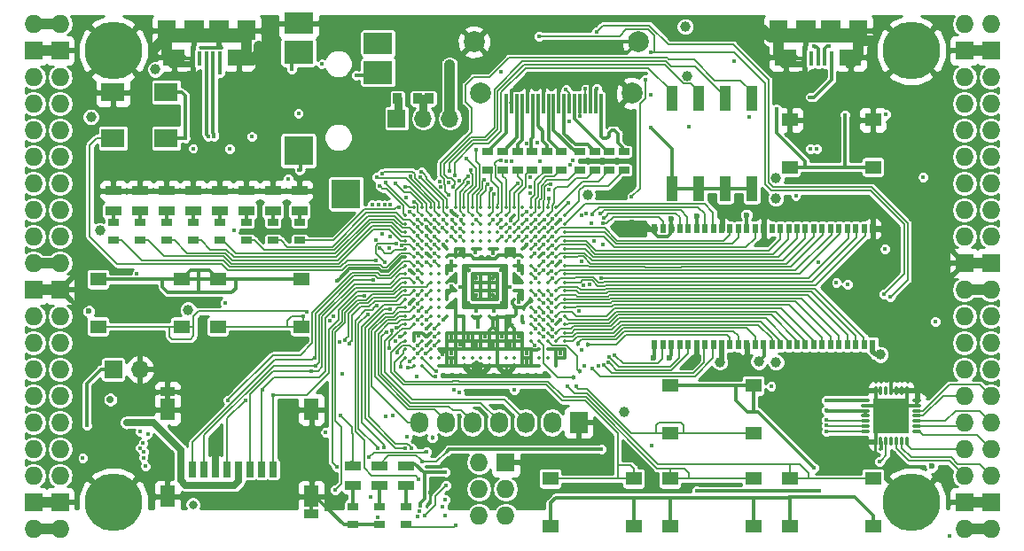
<source format=gtl>
G04 #@! TF.GenerationSoftware,KiCad,Pcbnew,5.0.0-rc2-dev-unknown+dfsg1+20180318-2*
G04 #@! TF.CreationDate,2018-06-03T12:29:31+02:00*
G04 #@! TF.ProjectId,ulx3s,756C7833732E6B696361645F70636200,rev?*
G04 #@! TF.SameCoordinates,Original*
G04 #@! TF.FileFunction,Copper,L1,Top,Signal*
G04 #@! TF.FilePolarity,Positive*
%FSLAX46Y46*%
G04 Gerber Fmt 4.6, Leading zero omitted, Abs format (unit mm)*
G04 Created by KiCad (PCBNEW 5.0.0-rc2-dev-unknown+dfsg1+20180318-2) date Sun Jun  3 12:29:31 2018*
%MOMM*%
%LPD*%
G01*
G04 APERTURE LIST*
%ADD10O,1.727200X1.727200*%
%ADD11R,1.727200X1.727200*%
%ADD12C,5.500000*%
%ADD13R,2.100000X1.600000*%
%ADD14R,1.900000X1.900000*%
%ADD15R,0.400000X1.350000*%
%ADD16R,1.800000X1.900000*%
%ADD17O,0.850000X0.300000*%
%ADD18O,0.300000X0.850000*%
%ADD19R,1.675000X1.675000*%
%ADD20R,1.727200X2.032000*%
%ADD21O,1.727200X2.032000*%
%ADD22R,1.550000X1.300000*%
%ADD23R,1.120000X2.440000*%
%ADD24C,0.350000*%
%ADD25R,2.800000X2.000000*%
%ADD26R,2.800000X2.200000*%
%ADD27R,2.800000X2.800000*%
%ADD28R,0.700000X1.500000*%
%ADD29R,1.450000X0.900000*%
%ADD30R,1.450000X2.000000*%
%ADD31R,2.200000X1.800000*%
%ADD32R,0.560000X0.900000*%
%ADD33R,1.000000X0.670000*%
%ADD34R,1.500000X0.970000*%
%ADD35R,0.300000X1.900000*%
%ADD36C,2.000000*%
%ADD37R,0.845000X1.000000*%
%ADD38R,1.700000X1.700000*%
%ADD39O,1.700000X1.700000*%
%ADD40C,0.400000*%
%ADD41C,0.700000*%
%ADD42C,0.454000*%
%ADD43C,0.600000*%
%ADD44C,1.000000*%
%ADD45C,0.800000*%
%ADD46C,0.700000*%
%ADD47C,0.300000*%
%ADD48C,0.500000*%
%ADD49C,1.000000*%
%ADD50C,0.600000*%
%ADD51C,0.190000*%
%ADD52C,0.800000*%
%ADD53C,0.200000*%
%ADD54C,0.127000*%
%ADD55C,0.180000*%
%ADD56C,0.254000*%
G04 APERTURE END LIST*
D10*
X97910000Y-62690000D03*
X95370000Y-62690000D03*
D11*
X97910000Y-65230000D03*
X95370000Y-65230000D03*
D10*
X97910000Y-67770000D03*
X95370000Y-67770000D03*
X97910000Y-70310000D03*
X95370000Y-70310000D03*
X97910000Y-72850000D03*
X95370000Y-72850000D03*
X97910000Y-75390000D03*
X95370000Y-75390000D03*
X97910000Y-77930000D03*
X95370000Y-77930000D03*
X97910000Y-80470000D03*
X95370000Y-80470000D03*
X97910000Y-83010000D03*
X95370000Y-83010000D03*
X97910000Y-85550000D03*
X95370000Y-85550000D03*
D11*
X97910000Y-88090000D03*
X95370000Y-88090000D03*
D10*
X97910000Y-90630000D03*
X95370000Y-90630000D03*
X97910000Y-93170000D03*
X95370000Y-93170000D03*
X97910000Y-95710000D03*
X95370000Y-95710000D03*
X97910000Y-98250000D03*
X95370000Y-98250000D03*
X97910000Y-100790000D03*
X95370000Y-100790000D03*
X97910000Y-103330000D03*
X95370000Y-103330000D03*
X97910000Y-105870000D03*
X95370000Y-105870000D03*
D11*
X97910000Y-108410000D03*
X95370000Y-108410000D03*
D10*
X97910000Y-110950000D03*
X95370000Y-110950000D03*
X184270000Y-110950000D03*
X186810000Y-110950000D03*
D11*
X184270000Y-108410000D03*
X186810000Y-108410000D03*
D10*
X184270000Y-105870000D03*
X186810000Y-105870000D03*
X184270000Y-103330000D03*
X186810000Y-103330000D03*
X184270000Y-100790000D03*
X186810000Y-100790000D03*
X184270000Y-98250000D03*
X186810000Y-98250000D03*
X184270000Y-95710000D03*
X186810000Y-95710000D03*
X184270000Y-93170000D03*
X186810000Y-93170000D03*
X184270000Y-90630000D03*
X186810000Y-90630000D03*
X184270000Y-88090000D03*
X186810000Y-88090000D03*
D11*
X184270000Y-85550000D03*
X186810000Y-85550000D03*
D10*
X184270000Y-83010000D03*
X186810000Y-83010000D03*
X184270000Y-80470000D03*
X186810000Y-80470000D03*
X184270000Y-77930000D03*
X186810000Y-77930000D03*
X184270000Y-75390000D03*
X186810000Y-75390000D03*
X184270000Y-72850000D03*
X186810000Y-72850000D03*
X184270000Y-70310000D03*
X186810000Y-70310000D03*
X184270000Y-67770000D03*
X186810000Y-67770000D03*
D11*
X184270000Y-65230000D03*
X186810000Y-65230000D03*
D10*
X184270000Y-62690000D03*
X186810000Y-62690000D03*
D12*
X102990000Y-108410000D03*
X179190000Y-108410000D03*
X179190000Y-65230000D03*
X102990000Y-65230000D03*
D13*
X114980000Y-65875000D03*
X108780000Y-65875000D03*
D14*
X113080000Y-63325000D03*
X110680000Y-63325000D03*
D15*
X113180000Y-66000000D03*
X112530000Y-66000000D03*
X111880000Y-66000000D03*
X111230000Y-66000000D03*
X110580000Y-66000000D03*
D16*
X115680000Y-63325000D03*
X108080000Y-63325000D03*
D13*
X173400000Y-65875000D03*
X167200000Y-65875000D03*
D14*
X171500000Y-63325000D03*
X169100000Y-63325000D03*
D15*
X171600000Y-66000000D03*
X170950000Y-66000000D03*
X170300000Y-66000000D03*
X169650000Y-66000000D03*
X169000000Y-66000000D03*
D16*
X174100000Y-63325000D03*
X166500000Y-63325000D03*
D11*
X140455000Y-104600000D03*
D10*
X137915000Y-104600000D03*
X140455000Y-107140000D03*
X137915000Y-107140000D03*
X140455000Y-109680000D03*
X137915000Y-109680000D03*
D17*
X179735000Y-101655000D03*
X179735000Y-101155000D03*
X179735000Y-100655000D03*
X179735000Y-100155000D03*
X179735000Y-99655000D03*
X179735000Y-99155000D03*
X179735000Y-98655000D03*
D18*
X178785000Y-97705000D03*
X178285000Y-97705000D03*
X177785000Y-97705000D03*
X177285000Y-97705000D03*
X176785000Y-97705000D03*
X176285000Y-97705000D03*
X175785000Y-97705000D03*
D17*
X174835000Y-98655000D03*
X174835000Y-99155000D03*
X174835000Y-99655000D03*
X174835000Y-100155000D03*
X174835000Y-100655000D03*
X174835000Y-101155000D03*
X174835000Y-101655000D03*
D18*
X175785000Y-102605000D03*
X176285000Y-102605000D03*
X176785000Y-102605000D03*
X177285000Y-102605000D03*
X177785000Y-102605000D03*
X178285000Y-102605000D03*
X178785000Y-102605000D03*
D19*
X176447500Y-99317500D03*
X176447500Y-100992500D03*
X178122500Y-99317500D03*
X178122500Y-100992500D03*
D20*
X147440000Y-100790000D03*
D21*
X144900000Y-100790000D03*
X142360000Y-100790000D03*
X139820000Y-100790000D03*
X137280000Y-100790000D03*
X134740000Y-100790000D03*
X132200000Y-100790000D03*
D22*
X175550000Y-71870000D03*
X175550000Y-76370000D03*
X167590000Y-76370000D03*
X167590000Y-71870000D03*
X101550000Y-91610000D03*
X101550000Y-87110000D03*
X109510000Y-87110000D03*
X109510000Y-91610000D03*
X112980000Y-91610000D03*
X112980000Y-87110000D03*
X120940000Y-87110000D03*
X120940000Y-91610000D03*
X156160000Y-101770000D03*
X156160000Y-97270000D03*
X164120000Y-97270000D03*
X164120000Y-101770000D03*
X164120000Y-106160000D03*
X164120000Y-110660000D03*
X156160000Y-110660000D03*
X156160000Y-106160000D03*
X152690000Y-106160000D03*
X152690000Y-110660000D03*
X144730000Y-110660000D03*
X144730000Y-106160000D03*
X175550000Y-106160000D03*
X175550000Y-110660000D03*
X167590000Y-110660000D03*
X167590000Y-106160000D03*
D23*
X156330000Y-78425000D03*
X163950000Y-69815000D03*
X158870000Y-78425000D03*
X161410000Y-69815000D03*
X161410000Y-78425000D03*
X158870000Y-69815000D03*
X163950000Y-78425000D03*
X156330000Y-69815000D03*
D24*
X131680000Y-80200000D03*
X132480000Y-80200000D03*
X133280000Y-80200000D03*
X134080000Y-80200000D03*
X134880000Y-80200000D03*
X135680000Y-80200000D03*
X136480000Y-80200000D03*
X137280000Y-80200000D03*
X138080000Y-80200000D03*
X138880000Y-80200000D03*
X139680000Y-80200000D03*
X140480000Y-80200000D03*
X141280000Y-80200000D03*
X142080000Y-80200000D03*
X142880000Y-80200000D03*
X143680000Y-80200000D03*
X144480000Y-80200000D03*
X145280000Y-80200000D03*
X130880000Y-81000000D03*
X131680000Y-81000000D03*
X132480000Y-81000000D03*
X133280000Y-81000000D03*
X134080000Y-81000000D03*
X134880000Y-81000000D03*
X135680000Y-81000000D03*
X136480000Y-81000000D03*
X137280000Y-81000000D03*
X138080000Y-81000000D03*
X138880000Y-81000000D03*
X139680000Y-81000000D03*
X140480000Y-81000000D03*
X141280000Y-81000000D03*
X142080000Y-81000000D03*
X142880000Y-81000000D03*
X143680000Y-81000000D03*
X144480000Y-81000000D03*
X145280000Y-81000000D03*
X146080000Y-81000000D03*
X130880000Y-81800000D03*
X131680000Y-81800000D03*
X132480000Y-81800000D03*
X133280000Y-81800000D03*
X134080000Y-81800000D03*
X134880000Y-81800000D03*
X135680000Y-81800000D03*
X136480000Y-81800000D03*
X137280000Y-81800000D03*
X138080000Y-81800000D03*
X138880000Y-81800000D03*
X139680000Y-81800000D03*
X140480000Y-81800000D03*
X141280000Y-81800000D03*
X142080000Y-81800000D03*
X142880000Y-81800000D03*
X143680000Y-81800000D03*
X144480000Y-81800000D03*
X145280000Y-81800000D03*
X146080000Y-81800000D03*
X130880000Y-82600000D03*
X131680000Y-82600000D03*
X132480000Y-82600000D03*
X133280000Y-82600000D03*
X134080000Y-82600000D03*
X134880000Y-82600000D03*
X135680000Y-82600000D03*
X136480000Y-82600000D03*
X137280000Y-82600000D03*
X138080000Y-82600000D03*
X138880000Y-82600000D03*
X139680000Y-82600000D03*
X140480000Y-82600000D03*
X141280000Y-82600000D03*
X142080000Y-82600000D03*
X142880000Y-82600000D03*
X143680000Y-82600000D03*
X144480000Y-82600000D03*
X145280000Y-82600000D03*
X146080000Y-82600000D03*
X130880000Y-83400000D03*
X131680000Y-83400000D03*
X132480000Y-83400000D03*
X133280000Y-83400000D03*
X134080000Y-83400000D03*
X134880000Y-83400000D03*
X135680000Y-83400000D03*
X136480000Y-83400000D03*
X137280000Y-83400000D03*
X138080000Y-83400000D03*
X138880000Y-83400000D03*
X139680000Y-83400000D03*
X140480000Y-83400000D03*
X141280000Y-83400000D03*
X142080000Y-83400000D03*
X142880000Y-83400000D03*
X143680000Y-83400000D03*
X144480000Y-83400000D03*
X145280000Y-83400000D03*
X146080000Y-83400000D03*
X130880000Y-84200000D03*
X131680000Y-84200000D03*
X132480000Y-84200000D03*
X133280000Y-84200000D03*
X134080000Y-84200000D03*
X134880000Y-84200000D03*
X135680000Y-84200000D03*
X136480000Y-84200000D03*
X137280000Y-84200000D03*
X138080000Y-84200000D03*
X138880000Y-84200000D03*
X139680000Y-84200000D03*
X140480000Y-84200000D03*
X141280000Y-84200000D03*
X142080000Y-84200000D03*
X142880000Y-84200000D03*
X143680000Y-84200000D03*
X144480000Y-84200000D03*
X145280000Y-84200000D03*
X146080000Y-84200000D03*
X130880000Y-85000000D03*
X131680000Y-85000000D03*
X132480000Y-85000000D03*
X133280000Y-85000000D03*
X134080000Y-85000000D03*
X134880000Y-85000000D03*
X135680000Y-85000000D03*
X136480000Y-85000000D03*
X137280000Y-85000000D03*
X138080000Y-85000000D03*
X138880000Y-85000000D03*
X139680000Y-85000000D03*
X140480000Y-85000000D03*
X141280000Y-85000000D03*
X142080000Y-85000000D03*
X142880000Y-85000000D03*
X143680000Y-85000000D03*
X144480000Y-85000000D03*
X145280000Y-85000000D03*
X146080000Y-85000000D03*
X130880000Y-85800000D03*
X131680000Y-85800000D03*
X132480000Y-85800000D03*
X133280000Y-85800000D03*
X134080000Y-85800000D03*
X134880000Y-85800000D03*
X135680000Y-85800000D03*
X136480000Y-85800000D03*
X137280000Y-85800000D03*
X138080000Y-85800000D03*
X138880000Y-85800000D03*
X139680000Y-85800000D03*
X140480000Y-85800000D03*
X141280000Y-85800000D03*
X142080000Y-85800000D03*
X142880000Y-85800000D03*
X143680000Y-85800000D03*
X144480000Y-85800000D03*
X145280000Y-85800000D03*
X146080000Y-85800000D03*
X130880000Y-86600000D03*
X131680000Y-86600000D03*
X132480000Y-86600000D03*
X133280000Y-86600000D03*
X134080000Y-86600000D03*
X134880000Y-86600000D03*
X135680000Y-86600000D03*
X136480000Y-86600000D03*
X137280000Y-86600000D03*
X138080000Y-86600000D03*
X138880000Y-86600000D03*
X139680000Y-86600000D03*
X140480000Y-86600000D03*
X141280000Y-86600000D03*
X142080000Y-86600000D03*
X142880000Y-86600000D03*
X143680000Y-86600000D03*
X144480000Y-86600000D03*
X145280000Y-86600000D03*
X146080000Y-86600000D03*
X130880000Y-87400000D03*
X131680000Y-87400000D03*
X132480000Y-87400000D03*
X133280000Y-87400000D03*
X134080000Y-87400000D03*
X134880000Y-87400000D03*
X135680000Y-87400000D03*
X136480000Y-87400000D03*
X137280000Y-87400000D03*
X138080000Y-87400000D03*
X138880000Y-87400000D03*
X139680000Y-87400000D03*
X140480000Y-87400000D03*
X141280000Y-87400000D03*
X142080000Y-87400000D03*
X142880000Y-87400000D03*
X143680000Y-87400000D03*
X144480000Y-87400000D03*
X145280000Y-87400000D03*
X146080000Y-87400000D03*
X130880000Y-88200000D03*
X131680000Y-88200000D03*
X132480000Y-88200000D03*
X133280000Y-88200000D03*
X134080000Y-88200000D03*
X134880000Y-88200000D03*
X135680000Y-88200000D03*
X136480000Y-88200000D03*
X137280000Y-88200000D03*
X138080000Y-88200000D03*
X138880000Y-88200000D03*
X139680000Y-88200000D03*
X140480000Y-88200000D03*
X141280000Y-88200000D03*
X142080000Y-88200000D03*
X142880000Y-88200000D03*
X143680000Y-88200000D03*
X144480000Y-88200000D03*
X145280000Y-88200000D03*
X146080000Y-88200000D03*
X130880000Y-89000000D03*
X131680000Y-89000000D03*
X132480000Y-89000000D03*
X133280000Y-89000000D03*
X134080000Y-89000000D03*
X134880000Y-89000000D03*
X135680000Y-89000000D03*
X136480000Y-89000000D03*
X137280000Y-89000000D03*
X138080000Y-89000000D03*
X138880000Y-89000000D03*
X139680000Y-89000000D03*
X140480000Y-89000000D03*
X141280000Y-89000000D03*
X142080000Y-89000000D03*
X142880000Y-89000000D03*
X143680000Y-89000000D03*
X144480000Y-89000000D03*
X145280000Y-89000000D03*
X146080000Y-89000000D03*
X130880000Y-89800000D03*
X131680000Y-89800000D03*
X132480000Y-89800000D03*
X133280000Y-89800000D03*
X134080000Y-89800000D03*
X134880000Y-89800000D03*
X135680000Y-89800000D03*
X136480000Y-89800000D03*
X137280000Y-89800000D03*
X138080000Y-89800000D03*
X138880000Y-89800000D03*
X139680000Y-89800000D03*
X140480000Y-89800000D03*
X141280000Y-89800000D03*
X142080000Y-89800000D03*
X142880000Y-89800000D03*
X143680000Y-89800000D03*
X144480000Y-89800000D03*
X145280000Y-89800000D03*
X146080000Y-89800000D03*
X130880000Y-90600000D03*
X131680000Y-90600000D03*
X132480000Y-90600000D03*
X133280000Y-90600000D03*
X134080000Y-90600000D03*
X134880000Y-90600000D03*
X135680000Y-90600000D03*
X136480000Y-90600000D03*
X137280000Y-90600000D03*
X138080000Y-90600000D03*
X138880000Y-90600000D03*
X139680000Y-90600000D03*
X140480000Y-90600000D03*
X141280000Y-90600000D03*
X142080000Y-90600000D03*
X142880000Y-90600000D03*
X143680000Y-90600000D03*
X144480000Y-90600000D03*
X145280000Y-90600000D03*
X146080000Y-90600000D03*
X130880000Y-91400000D03*
X131680000Y-91400000D03*
X132480000Y-91400000D03*
X133280000Y-91400000D03*
X134080000Y-91400000D03*
X142880000Y-91400000D03*
X143680000Y-91400000D03*
X144480000Y-91400000D03*
X145280000Y-91400000D03*
X146080000Y-91400000D03*
X130880000Y-92200000D03*
X131680000Y-92200000D03*
X132480000Y-92200000D03*
X133280000Y-92200000D03*
X134080000Y-92200000D03*
X134880000Y-92200000D03*
X135680000Y-92200000D03*
X136480000Y-92200000D03*
X137280000Y-92200000D03*
X138080000Y-92200000D03*
X138880000Y-92200000D03*
X139680000Y-92200000D03*
X140480000Y-92200000D03*
X141280000Y-92200000D03*
X142080000Y-92200000D03*
X142880000Y-92200000D03*
X143680000Y-92200000D03*
X144480000Y-92200000D03*
X145280000Y-92200000D03*
X146080000Y-92200000D03*
X130880000Y-93000000D03*
X131680000Y-93000000D03*
X132480000Y-93000000D03*
X133280000Y-93000000D03*
X134080000Y-93000000D03*
X134880000Y-93000000D03*
X135680000Y-93000000D03*
X136480000Y-93000000D03*
X137280000Y-93000000D03*
X138080000Y-93000000D03*
X138880000Y-93000000D03*
X139680000Y-93000000D03*
X140480000Y-93000000D03*
X141280000Y-93000000D03*
X142080000Y-93000000D03*
X142880000Y-93000000D03*
X143680000Y-93000000D03*
X144480000Y-93000000D03*
X145280000Y-93000000D03*
X146080000Y-93000000D03*
X130880000Y-93800000D03*
X131680000Y-93800000D03*
X132480000Y-93800000D03*
X133280000Y-93800000D03*
X134080000Y-93800000D03*
X134880000Y-93800000D03*
X135680000Y-93800000D03*
X136480000Y-93800000D03*
X137280000Y-93800000D03*
X138080000Y-93800000D03*
X138880000Y-93800000D03*
X139680000Y-93800000D03*
X140480000Y-93800000D03*
X141280000Y-93800000D03*
X142080000Y-93800000D03*
X142880000Y-93800000D03*
X143680000Y-93800000D03*
X144480000Y-93800000D03*
X145280000Y-93800000D03*
X146080000Y-93800000D03*
X130880000Y-94600000D03*
X131680000Y-94600000D03*
X132480000Y-94600000D03*
X133280000Y-94600000D03*
X134080000Y-94600000D03*
X134880000Y-94600000D03*
X135680000Y-94600000D03*
X136480000Y-94600000D03*
X137280000Y-94600000D03*
X138080000Y-94600000D03*
X138880000Y-94600000D03*
X139680000Y-94600000D03*
X140480000Y-94600000D03*
X141280000Y-94600000D03*
X142080000Y-94600000D03*
X142880000Y-94600000D03*
X143680000Y-94600000D03*
X144480000Y-94600000D03*
X145280000Y-94600000D03*
X146080000Y-94600000D03*
X131680000Y-95400000D03*
X132480000Y-95400000D03*
X134080000Y-95400000D03*
X134880000Y-95400000D03*
X135680000Y-95400000D03*
X136480000Y-95400000D03*
X138880000Y-95400000D03*
X139680000Y-95400000D03*
X141280000Y-95400000D03*
X142080000Y-95400000D03*
X142880000Y-95400000D03*
X143680000Y-95400000D03*
X145280000Y-95400000D03*
D25*
X120668000Y-62618000D03*
D26*
X120668000Y-65418000D03*
D27*
X120668000Y-74818000D03*
X125218000Y-78918000D03*
D26*
X128268000Y-67318000D03*
D25*
X128268000Y-64518000D03*
D28*
X118250000Y-105250000D03*
X117150000Y-105250000D03*
X116050000Y-105250000D03*
X114950000Y-105250000D03*
X113850000Y-105250000D03*
X112750000Y-105250000D03*
X111650000Y-105250000D03*
X110550000Y-105250000D03*
D29*
X121925000Y-109550000D03*
X108175000Y-97850000D03*
D30*
X108175000Y-107850000D03*
X121925000Y-107850000D03*
X121925000Y-99550000D03*
X108175000Y-99550000D03*
D31*
X108040000Y-69220000D03*
X102960000Y-69220000D03*
X102960000Y-73620000D03*
X108040000Y-73620000D03*
D32*
X175493000Y-82270000D03*
X154693000Y-93330000D03*
X155493000Y-93330000D03*
X156293000Y-93330000D03*
X157093000Y-93330000D03*
X157893000Y-93330000D03*
X158693000Y-93330000D03*
X159493000Y-93330000D03*
X160293000Y-93330000D03*
X161093000Y-93330000D03*
X161893000Y-93330000D03*
X162693000Y-93330000D03*
X163493000Y-93330000D03*
X164293000Y-93330000D03*
X165093000Y-93330000D03*
X165893000Y-93330000D03*
X166693000Y-93330000D03*
X167493000Y-93330000D03*
X168293000Y-93330000D03*
X169093000Y-93330000D03*
X169893000Y-93330000D03*
X170693000Y-93330000D03*
X171493000Y-93330000D03*
X172293000Y-93330000D03*
X173093000Y-93330000D03*
X173893000Y-93330000D03*
X174693000Y-93330000D03*
X175493000Y-93330000D03*
X174693000Y-82270000D03*
X173893000Y-82270000D03*
X173093000Y-82270000D03*
X172293000Y-82270000D03*
X171493000Y-82270000D03*
X170693000Y-82270000D03*
X169893000Y-82270000D03*
X169093000Y-82270000D03*
X168293000Y-82270000D03*
X167493000Y-82270000D03*
X166693000Y-82270000D03*
X165893000Y-82270000D03*
X165093000Y-82270000D03*
X164293000Y-82270000D03*
X163493000Y-82270000D03*
X162693000Y-82270000D03*
X161893000Y-82270000D03*
X161093000Y-82270000D03*
X160293000Y-82270000D03*
X159493000Y-82270000D03*
X158693000Y-82270000D03*
X157893000Y-82270000D03*
X157093000Y-82270000D03*
X156293000Y-82270000D03*
X155493000Y-82270000D03*
X154693000Y-82270000D03*
D33*
X150361000Y-76646000D03*
X150361000Y-74896000D03*
X151758000Y-74896000D03*
X151758000Y-76646000D03*
X140201000Y-74896000D03*
X140201000Y-76646000D03*
X142995000Y-76646000D03*
X142995000Y-74896000D03*
X145789000Y-76646000D03*
X145789000Y-74896000D03*
X148964000Y-74896000D03*
X148964000Y-76646000D03*
X138742800Y-76638600D03*
X138742800Y-74888600D03*
X141598000Y-74896000D03*
X141598000Y-76646000D03*
X144392000Y-74896000D03*
X144392000Y-76646000D03*
X147567000Y-76634000D03*
X147567000Y-74884000D03*
D34*
X130930000Y-106825000D03*
X130930000Y-104915000D03*
X120770000Y-78644000D03*
X120770000Y-80554000D03*
X118230000Y-80554000D03*
X118230000Y-78644000D03*
X115690000Y-78644000D03*
X115690000Y-80554000D03*
X113150000Y-78644000D03*
X113150000Y-80554000D03*
X110610000Y-80554000D03*
X110610000Y-78644000D03*
X108070000Y-80554000D03*
X108070000Y-78644000D03*
X105545000Y-78644000D03*
X105545000Y-80554000D03*
X102990000Y-80554000D03*
X102990000Y-78644000D03*
X128390000Y-106825000D03*
X128390000Y-104915000D03*
X125850000Y-104915000D03*
X125850000Y-106825000D03*
D35*
X149546000Y-70312000D03*
X149046000Y-70312000D03*
X148546000Y-70312000D03*
X148046000Y-70312000D03*
X147546000Y-70312000D03*
X147046000Y-70312000D03*
X146546000Y-70312000D03*
X146046000Y-70312000D03*
X145546000Y-70312000D03*
X145046000Y-70312000D03*
X144546000Y-70312000D03*
X144046000Y-70312000D03*
X143546000Y-70312000D03*
X143046000Y-70312000D03*
X142546000Y-70312000D03*
X142046000Y-70312000D03*
X141546000Y-70312000D03*
X141046000Y-70312000D03*
X140546000Y-70312000D03*
D36*
X152546000Y-69312000D03*
X138046000Y-69312000D03*
X153146000Y-64412000D03*
X137446000Y-64412000D03*
D33*
X120770000Y-83377000D03*
X120770000Y-81627000D03*
X118230000Y-81627000D03*
X118230000Y-83377000D03*
X115690000Y-83377000D03*
X115690000Y-81627000D03*
X113150000Y-81627000D03*
X113150000Y-83377000D03*
X110610000Y-81627000D03*
X110610000Y-83377000D03*
X108070000Y-83377000D03*
X108070000Y-81627000D03*
X105530000Y-81627000D03*
X105530000Y-83377000D03*
X102990000Y-83377000D03*
X102990000Y-81627000D03*
X128390000Y-110555000D03*
X128390000Y-108805000D03*
X130930000Y-110555000D03*
X130930000Y-108805000D03*
X125850000Y-108805000D03*
X125850000Y-110555000D03*
D37*
X130123501Y-69814500D03*
X132048501Y-69814500D03*
X135082500Y-69814500D03*
X133157500Y-69814500D03*
D38*
X102990000Y-95710000D03*
D39*
X105530000Y-95710000D03*
D38*
X130056000Y-71725000D03*
D39*
X132596000Y-71725000D03*
X135136000Y-71725000D03*
D40*
X124632693Y-93120351D03*
D41*
X112784000Y-102840000D03*
D40*
X141742847Y-69038361D03*
X152408000Y-72169500D03*
X138480000Y-92600000D03*
X140080000Y-92600000D03*
X135280000Y-87000000D03*
X145687392Y-90996646D03*
D42*
X141675979Y-86986521D03*
D40*
X140876932Y-84552536D03*
X132882184Y-84635369D03*
X132879996Y-82103336D03*
X140922639Y-81447441D03*
X177287984Y-96778661D03*
D43*
X152510125Y-81695229D03*
D40*
X131264297Y-86227110D03*
X173856000Y-71538990D03*
D44*
X164947008Y-63194069D03*
X175494572Y-64322557D03*
D40*
X135342764Y-89381630D03*
X144103496Y-84660400D03*
D44*
X177658444Y-82281349D03*
D40*
X145680000Y-81405125D03*
X145691238Y-94166752D03*
D44*
X162956098Y-95078488D03*
X158539988Y-94868772D03*
D43*
X161075765Y-80992022D03*
X164882869Y-80938986D03*
X156262773Y-81349374D03*
D40*
X149169500Y-68867500D03*
D43*
X123437000Y-108972000D03*
D40*
X135281276Y-80583119D03*
X131279502Y-89407325D03*
X170309539Y-85441529D03*
X145672808Y-85396062D03*
X133216000Y-107465000D03*
X137680000Y-88600000D03*
X142480000Y-95000000D03*
X141680000Y-92600000D03*
X135284627Y-94985297D03*
X135288625Y-94225619D03*
X134455822Y-94267172D03*
X136095958Y-93369652D03*
D42*
X139264636Y-91615205D03*
D44*
X116880503Y-64802940D03*
X106974809Y-64953974D03*
D40*
X140874194Y-91433353D03*
X142480000Y-94200000D03*
X140880000Y-93400000D03*
X139280000Y-93400000D03*
X137680000Y-93400000D03*
X136880000Y-92600000D03*
X135280000Y-92600000D03*
X132880000Y-91800000D03*
X132880000Y-93400000D03*
D42*
X139280000Y-87000000D03*
X137680000Y-87000000D03*
X136080000Y-84600000D03*
X139280000Y-88600000D03*
D44*
X166275426Y-77459534D03*
X107021491Y-67043629D03*
D40*
X172047074Y-87438453D03*
D44*
X166255545Y-79350736D03*
X157807568Y-67669269D03*
X101707889Y-82423180D03*
X166284693Y-95025145D03*
X157600000Y-62944000D03*
D40*
X119692151Y-77494120D03*
X135263000Y-87727000D03*
X141740000Y-89250994D03*
D43*
X156091000Y-94585000D03*
D40*
X140032430Y-67286930D03*
X137803000Y-91664000D03*
D43*
X181155918Y-104980708D03*
D40*
X171089123Y-98665996D03*
X171089123Y-99619659D03*
D44*
X135105588Y-66616618D03*
D40*
X181491000Y-91156000D03*
X113660608Y-89375718D03*
D44*
X148268387Y-79050018D03*
D40*
X114513935Y-82409431D03*
X109840000Y-73620000D03*
X132110753Y-92527478D03*
X165803369Y-97344883D03*
D44*
X160905403Y-95006436D03*
D43*
X158731133Y-81048929D03*
X154593901Y-94607945D03*
D44*
X164625730Y-94982471D03*
D43*
X163462982Y-80942429D03*
D44*
X176254940Y-94288458D03*
D45*
X110593913Y-108636458D03*
D40*
X180340784Y-77316932D03*
X173137949Y-87594275D03*
D41*
X102710050Y-98594954D03*
D40*
X129005202Y-100174798D03*
X176305593Y-103279812D03*
X100080000Y-104200000D03*
X139272517Y-84611349D03*
X141680000Y-86200000D03*
X132880000Y-92600000D03*
X141680000Y-85400000D03*
X121494155Y-90235621D03*
X130019546Y-91732979D03*
X121166000Y-90648000D03*
X130384540Y-92584728D03*
X146394787Y-97333919D03*
X143300000Y-86220000D03*
X144891603Y-91881937D03*
X147175985Y-97333919D03*
X147700000Y-93820000D03*
X142107219Y-91201016D03*
D44*
X110128890Y-90028152D03*
D40*
X142480000Y-83800000D03*
X134480000Y-83800000D03*
X134480000Y-91000000D03*
X154313000Y-69502500D03*
X120664983Y-71227362D03*
X122926177Y-66532317D03*
X105245010Y-86595559D03*
X128216338Y-109813327D03*
X121928000Y-95855000D03*
X115593957Y-98664957D03*
X113927000Y-98649000D03*
X122309000Y-95347000D03*
X122203636Y-94585375D03*
X117229000Y-97633008D03*
X118245000Y-98141000D03*
X162441000Y-97270000D03*
X169553000Y-74646000D03*
X170188000Y-74646000D03*
X157996000Y-72487000D03*
X169517039Y-69686488D03*
X170411010Y-107286196D03*
X158716651Y-107325176D03*
X136050273Y-97914229D03*
X132708000Y-109680000D03*
X134750646Y-106810513D03*
X133680000Y-91800000D03*
X135517000Y-97633000D03*
X134675868Y-108131585D03*
D42*
X133449289Y-102232615D03*
D40*
X133680000Y-92600000D03*
X132928488Y-103601340D03*
X127419091Y-104077728D03*
X133685482Y-93402296D03*
X134463998Y-108841973D03*
X131986331Y-96404793D03*
X131039072Y-102187000D03*
X134636872Y-109719950D03*
X132846234Y-94197073D03*
X176700000Y-84220000D03*
X143260000Y-84620000D03*
X120739932Y-76694083D03*
X126204504Y-67585368D03*
X148090000Y-68867500D03*
X147582000Y-71534498D03*
X127810351Y-87182069D03*
X132083026Y-86260405D03*
X124849021Y-96102869D03*
X113157250Y-67343629D03*
X116198000Y-73474420D03*
X127586603Y-107875044D03*
X146233418Y-68946082D03*
X131453853Y-103208291D03*
X149787294Y-81774991D03*
X144080000Y-86200000D03*
X149553145Y-86989440D03*
X144894316Y-86977564D03*
X144896700Y-83863953D03*
X149527221Y-80838006D03*
D42*
X147343891Y-93217126D03*
D40*
X144113248Y-92588762D03*
X149853189Y-81252115D03*
X144875155Y-86292748D03*
X144916886Y-83019942D03*
X148696112Y-80861847D03*
D42*
X148349010Y-93322307D03*
D40*
X144882352Y-92577990D03*
X144902941Y-91037926D03*
X148747982Y-95669626D03*
X144867244Y-90193915D03*
X149795895Y-95251084D03*
X144856756Y-89349904D03*
X150278898Y-95040253D03*
X150345974Y-94517527D03*
X144877648Y-88622010D03*
X150889207Y-94332565D03*
X143280000Y-87000000D03*
X129972715Y-93035096D03*
X131084713Y-95564177D03*
X130422000Y-95456000D03*
X131316164Y-94959140D03*
X130123373Y-94122671D03*
X132031990Y-93400000D03*
X129362027Y-93645784D03*
X141280657Y-97642010D03*
X133852393Y-95875797D03*
X133762848Y-96395146D03*
X132080000Y-94200000D03*
X128452683Y-84116867D03*
X105890482Y-103613569D03*
X129449238Y-89937935D03*
X130839477Y-103208987D03*
X132075624Y-89410644D03*
X128806823Y-103185900D03*
X128136791Y-89611518D03*
X132162861Y-106185868D03*
X132880000Y-88600000D03*
X126970181Y-88659309D03*
X124322162Y-105002357D03*
X132080000Y-87000000D03*
X125525099Y-93236764D03*
X124202418Y-107207639D03*
X110599084Y-74589383D03*
X132024412Y-109766775D03*
X114104080Y-74612196D03*
X132219727Y-109277292D03*
X131677570Y-79697994D03*
X132088008Y-81408008D03*
X132079995Y-82103334D03*
X132872609Y-82947347D03*
X133664491Y-81414685D03*
X133648389Y-82190597D03*
X131353451Y-77264702D03*
X129920953Y-77910818D03*
X129568570Y-92005655D03*
X132880000Y-91000000D03*
X129055731Y-92162718D03*
X132077338Y-91002010D03*
X131265176Y-80621782D03*
X130272149Y-80238214D03*
X128091794Y-85277024D03*
X132089786Y-85479378D03*
X146565997Y-71979003D03*
X134250176Y-78253806D03*
X163703220Y-71542164D03*
X134433979Y-82180155D03*
X135656559Y-110610712D03*
X149577281Y-103320847D03*
X132468001Y-104503413D03*
D41*
X104260000Y-100790000D03*
D40*
X111895217Y-86253790D03*
X169934000Y-107920000D03*
X169934000Y-105126000D03*
X142571021Y-82204353D03*
X143287402Y-83042010D03*
X154425580Y-102987766D03*
X168166438Y-79108038D03*
X112614274Y-73474420D03*
X112074854Y-73474420D03*
X176185734Y-104520755D03*
X143269694Y-93414905D03*
X171089123Y-101653244D03*
X143280000Y-91800000D03*
X171089123Y-101086833D03*
X144064831Y-91877646D03*
X171089123Y-100559822D03*
X144080000Y-90956495D03*
X135315381Y-82193851D03*
X135414395Y-78229653D03*
X135129679Y-76730134D03*
X136124555Y-82260038D03*
X135587699Y-77140701D03*
X136080000Y-83000000D03*
X142785835Y-77341923D03*
X142460000Y-83020000D03*
X143280000Y-83800000D03*
X169919000Y-64849000D03*
X171316000Y-64849000D03*
X125110333Y-92897638D03*
X182888000Y-111603000D03*
X124361185Y-87274371D03*
X124361184Y-87274370D03*
X172853718Y-71407275D03*
X166353476Y-70835462D03*
X123273881Y-101715917D03*
X129660000Y-100155000D03*
X128247798Y-103208979D03*
X127301115Y-90454353D03*
X132084049Y-88558274D03*
X120008000Y-67008000D03*
X129437600Y-79946788D03*
X133680000Y-83000000D03*
X128908575Y-79985477D03*
X133680000Y-83800000D03*
X128328791Y-79953099D03*
X130487935Y-83869856D03*
X133623139Y-85366416D03*
X127749884Y-79991140D03*
X128913013Y-85505853D03*
X129992018Y-83691508D03*
X136080000Y-87800000D03*
X137624890Y-90122896D03*
X139322319Y-90164039D03*
X140080000Y-89400000D03*
X136880000Y-89400000D03*
X140896226Y-87816226D03*
D42*
X136938110Y-86196311D03*
D40*
X140014602Y-86192969D03*
D44*
X151758000Y-99774000D03*
D40*
X135021320Y-79024950D03*
X135280000Y-83022010D03*
X154298000Y-72596000D03*
X100450000Y-101044000D03*
X132285867Y-108754446D03*
X134707351Y-105508447D03*
X139280000Y-81400000D03*
X139314656Y-78918689D03*
X139039938Y-78419090D03*
X138722927Y-77981589D03*
X138405916Y-77551542D03*
X137625200Y-74696800D03*
X137680000Y-81400000D03*
X136742593Y-75579407D03*
X137174375Y-76624866D03*
X136863200Y-77287600D03*
X136894606Y-77861070D03*
X136048819Y-77645502D03*
X136233339Y-81437235D03*
X135359567Y-81395445D03*
X135034780Y-77831198D03*
X134508502Y-81406751D03*
X134177298Y-77721089D03*
D42*
X146942280Y-96452058D03*
X147534467Y-95913260D03*
D40*
X147928857Y-95339016D03*
X143322010Y-91000657D03*
X149284391Y-95377990D03*
X144077013Y-90266968D03*
X147430953Y-90112484D03*
X144076240Y-89395301D03*
X143322010Y-90201951D03*
X147910791Y-87683418D03*
X144082832Y-88584510D03*
X148483539Y-87623462D03*
X143322010Y-88595030D03*
X144102010Y-85397219D03*
X144889349Y-85448737D03*
X147687390Y-85374093D03*
X144912409Y-84657964D03*
X149732494Y-83807694D03*
X148921512Y-83442010D03*
X144103186Y-83777990D03*
X144131413Y-83000000D03*
X148610661Y-81705858D03*
X144888125Y-82175931D03*
X144176662Y-82199998D03*
X148175253Y-80781550D03*
X144887777Y-81331919D03*
X147688311Y-80983115D03*
X142450323Y-81420000D03*
X142811300Y-78846033D03*
X142784407Y-78283067D03*
X142460000Y-80620000D03*
X144138346Y-81383767D03*
X144606344Y-78517346D03*
X144791531Y-78023942D03*
X146587441Y-76174058D03*
X143332651Y-82197990D03*
X146909804Y-75707894D03*
X143294334Y-81377293D03*
X143708879Y-75817300D03*
X141727010Y-82998875D03*
X141727010Y-82194937D03*
X140028978Y-82200000D03*
X141624813Y-77914503D03*
X142436989Y-74138000D03*
X140861329Y-83041266D03*
X143518000Y-74074500D03*
X140872990Y-82177164D03*
X132309031Y-77342560D03*
X132428734Y-76829323D03*
X128644933Y-77015661D03*
X128152012Y-77332672D03*
X128446805Y-78179514D03*
X128961752Y-77878818D03*
X130878594Y-78253288D03*
X132820479Y-81400981D03*
X130952639Y-79249008D03*
X129458086Y-83004065D03*
X132079024Y-82947345D03*
X105572759Y-101661319D03*
X132881746Y-83791358D03*
X128691780Y-82737217D03*
X106276126Y-101893466D03*
X105840996Y-102767214D03*
X129302562Y-84153497D03*
X132083682Y-83791356D03*
X128062071Y-83328884D03*
X105553144Y-103208669D03*
X132092886Y-84635367D03*
X105847765Y-104138847D03*
X133671942Y-84595200D03*
X132896883Y-85469380D03*
X106088753Y-104974041D03*
X123709657Y-91064721D03*
X124707442Y-100126977D03*
X132900000Y-90180000D03*
X124015020Y-90635192D03*
X132100000Y-90157990D03*
X139992737Y-75748003D03*
X162271466Y-66284958D03*
X140028978Y-81400000D03*
X140517734Y-75793988D03*
X176797084Y-71341791D03*
X154313000Y-65375000D03*
X153805000Y-67996270D03*
X176605426Y-88507160D03*
X152497066Y-79193467D03*
X146481406Y-79819384D03*
X143650666Y-63862520D03*
X177211069Y-88764025D03*
X141042112Y-75846610D03*
X140060000Y-83020000D03*
X149134122Y-63424051D03*
X144606344Y-79361357D03*
D44*
X100855891Y-71574861D03*
D40*
X135280000Y-85400000D03*
D43*
X100652119Y-90162239D03*
D40*
X137550785Y-84577294D03*
X135280000Y-86200000D03*
D46*
X112750000Y-102874000D02*
X112784000Y-102840000D01*
X112750000Y-105250000D02*
X112750000Y-102874000D01*
D47*
X153146000Y-64412000D02*
X152146001Y-65411999D01*
X152146001Y-65411999D02*
X151809999Y-65411999D01*
X153146000Y-64412000D02*
X151466000Y-64412000D01*
X151466000Y-64412000D02*
X151392000Y-64486000D01*
X125850000Y-110555000D02*
X125020000Y-110555000D01*
X125020000Y-110555000D02*
X123437000Y-108972000D01*
X128390000Y-110555000D02*
X125850000Y-110555000D01*
X118230000Y-78644000D02*
X120770000Y-78644000D01*
X115690000Y-78644000D02*
X118230000Y-78644000D01*
X113150000Y-78644000D02*
X115690000Y-78644000D01*
X110610000Y-78644000D02*
X113150000Y-78644000D01*
X108070000Y-78644000D02*
X110610000Y-78644000D01*
X105545000Y-78644000D02*
X108070000Y-78644000D01*
X102990000Y-78644000D02*
X105545000Y-78644000D01*
X141046000Y-69062000D02*
X141069639Y-69038361D01*
X141069639Y-69038361D02*
X141460005Y-69038361D01*
X141460005Y-69038361D02*
X141742847Y-69038361D01*
X141046000Y-70312000D02*
X141046000Y-69062000D01*
X141105001Y-89174999D02*
X141280000Y-89000000D01*
X141105001Y-89425001D02*
X141105001Y-89174999D01*
X142080000Y-89800000D02*
X142211038Y-89800000D01*
X142705001Y-89306037D02*
X142705001Y-89174999D01*
X142705001Y-89174999D02*
X142880000Y-89000000D01*
X141480000Y-89800000D02*
X141105001Y-89425001D01*
X142211038Y-89800000D02*
X142705001Y-89306037D01*
X152546000Y-69312000D02*
X151546001Y-68312001D01*
X151546001Y-68312001D02*
X148835999Y-68312001D01*
X148835999Y-68312001D02*
X148598000Y-68550000D01*
X148454999Y-68312001D02*
X148407500Y-68359500D01*
X146058000Y-68359500D02*
X148407500Y-68359500D01*
X148407500Y-68359500D02*
X148598000Y-68550000D01*
X148598000Y-68550000D02*
X148598000Y-69010000D01*
X145546000Y-68871500D02*
X146058000Y-68359500D01*
X145546000Y-69062000D02*
X145546000Y-68871500D01*
X148546000Y-70312000D02*
X148546000Y-69062000D01*
X148546000Y-69062000D02*
X148598000Y-69010000D01*
X144046000Y-70312000D02*
X144046000Y-68951000D01*
X145546000Y-70312000D02*
X145546000Y-69062000D01*
X145546000Y-69062000D02*
X145550000Y-69058000D01*
X142565500Y-69375500D02*
X142565500Y-69058000D01*
X142546000Y-70312000D02*
X142546000Y-69395000D01*
X142546000Y-69395000D02*
X142565500Y-69375500D01*
X140978000Y-70244000D02*
X141046000Y-70312000D01*
X138480000Y-92200000D02*
X138880000Y-92200000D01*
X138080000Y-92200000D02*
X138480000Y-92200000D01*
X138480000Y-92200000D02*
X138480000Y-92600000D01*
X140080000Y-92200000D02*
X140480000Y-92200000D01*
X139680000Y-92200000D02*
X140080000Y-92200000D01*
X140080000Y-92200000D02*
X140080000Y-92600000D01*
X139680000Y-95400000D02*
X141280000Y-95400000D01*
X136480000Y-95400000D02*
X138880000Y-95400000D01*
X140480000Y-92200000D02*
X140480000Y-91827547D01*
X140480000Y-91827547D02*
X140874194Y-91433353D01*
X141280000Y-92200000D02*
X141280000Y-91839159D01*
X141280000Y-91839159D02*
X140874194Y-91433353D01*
X139680000Y-92200000D02*
X139680000Y-92030569D01*
X139680000Y-92030569D02*
X139264636Y-91615205D01*
X138880000Y-92200000D02*
X138880000Y-91999841D01*
X138880000Y-91999841D02*
X139264636Y-91615205D01*
X139680000Y-90600000D02*
X139680000Y-92200000D01*
X135680000Y-90600000D02*
X135680000Y-92200000D01*
X135342764Y-89381630D02*
X135342764Y-89462764D01*
X135342764Y-89462764D02*
X135680000Y-89800000D01*
X135342764Y-89381630D02*
X135342764Y-89337236D01*
X135342764Y-89337236D02*
X135680000Y-89000000D01*
X135342764Y-89381630D02*
X135298370Y-89381630D01*
X135298370Y-89381630D02*
X134880000Y-89800000D01*
X135680000Y-89800000D02*
X135280000Y-89800000D01*
X135280000Y-89800000D02*
X134880000Y-89800000D01*
X135280000Y-89727236D02*
X135280000Y-89800000D01*
X135342764Y-89381630D02*
X135342764Y-89664472D01*
X135342764Y-89664472D02*
X135280000Y-89727236D01*
X135280000Y-87000000D02*
X135680000Y-86600000D01*
X135280000Y-87000000D02*
X134880000Y-87400000D01*
X135680000Y-87000000D02*
X135680000Y-87400000D01*
X135680000Y-86600000D02*
X135680000Y-87000000D01*
X135680000Y-87000000D02*
X135280000Y-87000000D01*
X139680000Y-90600000D02*
X139830784Y-90750784D01*
X139830784Y-90750784D02*
X140329216Y-90750784D01*
X140329216Y-90750784D02*
X140480000Y-90600000D01*
X145683354Y-90996646D02*
X145687392Y-90996646D01*
X145280000Y-91400000D02*
X145683354Y-90996646D01*
X141675979Y-86986521D02*
X141675979Y-87004021D01*
X141675979Y-87004021D02*
X141280000Y-87400000D01*
X141675979Y-86986521D02*
X141675979Y-86995979D01*
X141675979Y-86995979D02*
X142080000Y-87400000D01*
X141666521Y-86986521D02*
X141675979Y-86986521D01*
X141280000Y-86600000D02*
X141666521Y-86986521D01*
X140927464Y-84552536D02*
X140876932Y-84552536D01*
X141280000Y-84200000D02*
X140927464Y-84552536D01*
X133280000Y-85000000D02*
X132915369Y-84635369D01*
X132915369Y-84635369D02*
X132882184Y-84635369D01*
X133280000Y-82600000D02*
X132879996Y-82199996D01*
X132879996Y-82199996D02*
X132879996Y-82103336D01*
X141280000Y-81000000D02*
X140922639Y-81357361D01*
X140922639Y-81357361D02*
X140922639Y-81447441D01*
X177285000Y-96781645D02*
X177287984Y-96778661D01*
X177285000Y-97705000D02*
X177285000Y-96781645D01*
D48*
X184230000Y-85550000D02*
X182920003Y-84240003D01*
X182920003Y-84240003D02*
X182920003Y-84225534D01*
D47*
X184270000Y-85550000D02*
X184230000Y-85550000D01*
D48*
X184270000Y-85610000D02*
X182952738Y-86927262D01*
X182952738Y-86927262D02*
X182916738Y-86927262D01*
D47*
X184270000Y-85550000D02*
X184270000Y-85610000D01*
D48*
X97910000Y-88090000D02*
X99203955Y-86796045D01*
X99203955Y-86796045D02*
X99203955Y-86791266D01*
D47*
X155962030Y-83029572D02*
X155023970Y-83029572D01*
X155023970Y-83029572D02*
X153689627Y-81695229D01*
X156205000Y-82786602D02*
X155962030Y-83029572D01*
X153689627Y-81695229D02*
X152934389Y-81695229D01*
X152934389Y-81695229D02*
X152510125Y-81695229D01*
X156205000Y-81920000D02*
X156205000Y-82786602D01*
X135505001Y-87225001D02*
X135680000Y-87400000D01*
X135054999Y-87225001D02*
X135505001Y-87225001D01*
X134880000Y-87400000D02*
X135054999Y-87225001D01*
X131307110Y-86227110D02*
X131264297Y-86227110D01*
X131680000Y-86600000D02*
X131307110Y-86227110D01*
X174055999Y-71738989D02*
X173856000Y-71538990D01*
X174187010Y-71870000D02*
X174055999Y-71738989D01*
X175550000Y-71870000D02*
X174187010Y-71870000D01*
D49*
X165447007Y-63694068D02*
X164947008Y-63194069D01*
X165712939Y-63960000D02*
X165447007Y-63694068D01*
X166500000Y-63960000D02*
X165712939Y-63960000D01*
X174787466Y-64322557D02*
X175494572Y-64322557D01*
X174462557Y-64322557D02*
X174787466Y-64322557D01*
X174100000Y-63960000D02*
X174462557Y-64322557D01*
D47*
X135661630Y-89381630D02*
X135625606Y-89381630D01*
X135625606Y-89381630D02*
X135342764Y-89381630D01*
X135680000Y-89400000D02*
X135661630Y-89381630D01*
X139505001Y-90774999D02*
X139680000Y-90600000D01*
X139054999Y-90774999D02*
X139505001Y-90774999D01*
X138880000Y-90600000D02*
X139054999Y-90774999D01*
X144019600Y-84660400D02*
X144103496Y-84660400D01*
X143680000Y-85000000D02*
X144019600Y-84660400D01*
X177252609Y-82281349D02*
X177658444Y-82281349D01*
X177241260Y-82270000D02*
X177252609Y-82281349D01*
X145280000Y-81800000D02*
X145674875Y-81405125D01*
X145674875Y-81405125D02*
X145680000Y-81405125D01*
X145691238Y-93811238D02*
X145691238Y-93883910D01*
X145680000Y-93800000D02*
X145691238Y-93811238D01*
X145691238Y-93883910D02*
X145691238Y-94166752D01*
X121925000Y-107450000D02*
X121925000Y-109150000D01*
X163456097Y-94578489D02*
X162956098Y-95078488D01*
X163480000Y-94554586D02*
X163456097Y-94578489D01*
X163480000Y-93330000D02*
X163480000Y-94554586D01*
X161075765Y-81416286D02*
X161075765Y-80992022D01*
X161075765Y-82265765D02*
X161075765Y-81416286D01*
X161080000Y-82270000D02*
X161075765Y-82265765D01*
X156280000Y-82270000D02*
X156280000Y-81366601D01*
X156280000Y-81366601D02*
X156262773Y-81349374D01*
D48*
X175480000Y-82270000D02*
X177241260Y-82270000D01*
D47*
X149046000Y-68991000D02*
X149169500Y-68867500D01*
X149046000Y-70312000D02*
X149046000Y-68991000D01*
X134455822Y-94267172D02*
X134455822Y-94224178D01*
X134455822Y-94224178D02*
X134880000Y-93800000D01*
X121930000Y-107465000D02*
X123437000Y-108972000D01*
D49*
X184270000Y-65230000D02*
X186810000Y-65230000D01*
X184270000Y-85550000D02*
X186810000Y-85550000D01*
X184270000Y-108410000D02*
X186810000Y-108410000D01*
X95370000Y-108410000D02*
X97910000Y-108410000D01*
D48*
X97910000Y-88090000D02*
X99013590Y-89193590D01*
D47*
X99013590Y-89193590D02*
X99060056Y-89193590D01*
D49*
X95370000Y-88090000D02*
X97910000Y-88090000D01*
X95370000Y-65230000D02*
X97910000Y-65230000D01*
D47*
X139264636Y-90984636D02*
X139295364Y-90984636D01*
X139295364Y-90984636D02*
X139680000Y-90600000D01*
X140480000Y-90600000D02*
X140480000Y-92200000D01*
X135281276Y-80601276D02*
X135281276Y-80583119D01*
X135680000Y-81000000D02*
X135281276Y-80601276D01*
X131279502Y-89400498D02*
X131279502Y-89407325D01*
X131680000Y-89000000D02*
X131279502Y-89400498D01*
X145672808Y-85407192D02*
X145672808Y-85396062D01*
X145280000Y-85800000D02*
X145672808Y-85407192D01*
X137280000Y-89000000D02*
X137680000Y-88600000D01*
X142480000Y-94600000D02*
X142880000Y-94600000D01*
X142080000Y-94600000D02*
X142480000Y-94600000D01*
X142480000Y-94600000D02*
X142480000Y-95000000D01*
X141680000Y-92200000D02*
X142080000Y-92200000D01*
X141280000Y-92200000D02*
X141680000Y-92200000D01*
X141680000Y-92200000D02*
X141680000Y-92600000D01*
X135284627Y-95395373D02*
X135284627Y-95268139D01*
X135280000Y-95400000D02*
X135284627Y-95395373D01*
X135284627Y-95268139D02*
X135284627Y-94985297D01*
X135288625Y-93942777D02*
X135288625Y-94225619D01*
X135288625Y-93808625D02*
X135288625Y-93942777D01*
X135280000Y-93800000D02*
X135288625Y-93808625D01*
X134455822Y-94175822D02*
X134455822Y-94267172D01*
X134080000Y-93800000D02*
X134455822Y-94175822D01*
X145280000Y-94600000D02*
X145280000Y-95400000D01*
X143498655Y-93891906D02*
X143590561Y-93800000D01*
X143040733Y-93891906D02*
X143498655Y-93891906D01*
X142880000Y-93800000D02*
X142948827Y-93800000D01*
X142948827Y-93800000D02*
X143040733Y-93891906D01*
X143590561Y-93800000D02*
X143680000Y-93800000D01*
X145280000Y-93800000D02*
X144480000Y-93800000D01*
X146080000Y-94600000D02*
X146080000Y-93800000D01*
X145280000Y-94600000D02*
X146080000Y-94600000D01*
X142080000Y-95400000D02*
X142080000Y-94600000D01*
X142880000Y-95400000D02*
X142880000Y-94600000D01*
X142880000Y-95400000D02*
X143680000Y-95400000D01*
X142080000Y-95400000D02*
X142880000Y-95400000D01*
X141280000Y-95400000D02*
X142080000Y-95400000D01*
X142080000Y-93000000D02*
X142080000Y-93800000D01*
X138880000Y-92200000D02*
X138880000Y-93000000D01*
X139680000Y-92200000D02*
X139680000Y-93000000D01*
X140480000Y-93000000D02*
X140480000Y-92200000D01*
X141280000Y-93000000D02*
X141280000Y-92200000D01*
X142080000Y-93000000D02*
X141280000Y-93000000D01*
X142080000Y-92200000D02*
X142080000Y-93000000D01*
X140480000Y-92200000D02*
X141280000Y-92200000D01*
X138880000Y-92200000D02*
X139680000Y-92200000D01*
X136095958Y-93086810D02*
X136095958Y-93369652D01*
X136080000Y-93000000D02*
X136095958Y-93015958D01*
X136095958Y-93015958D02*
X136095958Y-93086810D01*
X139264636Y-91294179D02*
X139264636Y-91615205D01*
X139264636Y-90984636D02*
X139264636Y-91294179D01*
X138880000Y-90600000D02*
X139264636Y-90984636D01*
D49*
X116880503Y-65510046D02*
X116880503Y-64802940D01*
X116265561Y-66124988D02*
X116880503Y-65510046D01*
X115680000Y-65910000D02*
X115894988Y-66124988D01*
X115680000Y-63960000D02*
X115680000Y-65910000D01*
X115894988Y-66124988D02*
X116265561Y-66124988D01*
X107474808Y-64453975D02*
X106974809Y-64953974D01*
X107968783Y-63960000D02*
X107474808Y-64453975D01*
X108080000Y-63960000D02*
X107968783Y-63960000D01*
D47*
X175495631Y-72230631D02*
X175495631Y-71740274D01*
X175535000Y-72270000D02*
X175495631Y-72230631D01*
D50*
X108780000Y-66510000D02*
X110455000Y-66510000D01*
D47*
X110455000Y-66510000D02*
X110580000Y-66635000D01*
D49*
X108080000Y-63960000D02*
X108080000Y-65810000D01*
X108080000Y-65810000D02*
X108780000Y-66510000D01*
X115680000Y-63960000D02*
X115680000Y-65810000D01*
D47*
X115680000Y-65810000D02*
X114980000Y-66510000D01*
D49*
X113080000Y-63960000D02*
X115680000Y-63960000D01*
X110680000Y-63960000D02*
X113080000Y-63960000D01*
X108080000Y-63960000D02*
X110680000Y-63960000D01*
D50*
X167200000Y-66510000D02*
X168875000Y-66510000D01*
D47*
X168875000Y-66510000D02*
X169000000Y-66635000D01*
D49*
X174100000Y-63960000D02*
X174100000Y-65810000D01*
X174100000Y-65810000D02*
X173400000Y-66510000D01*
X166500000Y-63960000D02*
X166500000Y-65810000D01*
X166500000Y-65810000D02*
X167200000Y-66510000D01*
X171500000Y-63960000D02*
X174100000Y-63960000D01*
X169100000Y-63960000D02*
X171500000Y-63960000D01*
X166500000Y-63960000D02*
X169100000Y-63960000D01*
D47*
X178785000Y-97705000D02*
X178785000Y-98655000D01*
X178785000Y-98655000D02*
X178122500Y-99317500D01*
X176285000Y-97705000D02*
X175785000Y-97705000D01*
X175785000Y-102605000D02*
X175785000Y-101655000D01*
X175785000Y-101655000D02*
X176447500Y-100992500D01*
X178122500Y-99317500D02*
X178122500Y-100992500D01*
X176447500Y-99317500D02*
X178122500Y-99317500D01*
X176447500Y-100992500D02*
X178122500Y-100992500D01*
X178122500Y-99317500D02*
X178285000Y-99155000D01*
X178285000Y-99155000D02*
X179735000Y-99155000D01*
X179735000Y-98655000D02*
X179735000Y-99155000D01*
X177785000Y-97705000D02*
X177920000Y-97705000D01*
X177920000Y-97705000D02*
X178285000Y-97705000D01*
X178285000Y-97705000D02*
X178785000Y-97705000D01*
X177285000Y-97705000D02*
X177785000Y-97705000D01*
X175785000Y-97705000D02*
X175785000Y-98655000D01*
X175785000Y-98655000D02*
X176447500Y-99317500D01*
X174835000Y-99155000D02*
X176285000Y-99155000D01*
X176285000Y-99155000D02*
X176447500Y-99317500D01*
X135054999Y-84825001D02*
X137080000Y-84825001D01*
X137280000Y-85000000D02*
X137105001Y-84825001D01*
X137105001Y-84825001D02*
X137080000Y-84825001D01*
X138280000Y-85088351D02*
X137368351Y-85088351D01*
X137368351Y-85088351D02*
X137280000Y-85000000D01*
X139680000Y-86600000D02*
X139280000Y-87000000D01*
X139680000Y-88200000D02*
X139680000Y-89000000D01*
X139680000Y-87400000D02*
X139680000Y-88200000D01*
X139680000Y-86600000D02*
X139680000Y-87400000D01*
X137280000Y-88200000D02*
X137280000Y-89000000D01*
X137280000Y-87400000D02*
X137280000Y-88200000D01*
X137280000Y-86600000D02*
X137280000Y-87400000D01*
X138880000Y-87400000D02*
X138880000Y-88200000D01*
X138880000Y-86600000D02*
X138880000Y-87400000D01*
X138080000Y-87400000D02*
X138080000Y-86600000D01*
X138080000Y-88200000D02*
X138080000Y-87400000D01*
X138080000Y-89000000D02*
X138080000Y-88200000D01*
X138080000Y-88200000D02*
X138880000Y-88200000D01*
X138080000Y-87400000D02*
X138880000Y-87400000D01*
X137280000Y-87400000D02*
X138080000Y-87400000D01*
X141280000Y-89800000D02*
X141480000Y-89800000D01*
X141480000Y-89800000D02*
X142080000Y-89800000D01*
X141454999Y-90425001D02*
X141454999Y-89825001D01*
X141454999Y-89825001D02*
X141480000Y-89800000D01*
X140874194Y-90605806D02*
X140874194Y-91150511D01*
X140880000Y-90600000D02*
X140874194Y-90605806D01*
X140874194Y-91150511D02*
X140874194Y-91433353D01*
X140480000Y-90600000D02*
X140880000Y-90600000D01*
X140880000Y-90600000D02*
X141280000Y-90600000D01*
X141280000Y-85000000D02*
X141280000Y-84800000D01*
X141280000Y-84200000D02*
X141280000Y-85000000D01*
X140480000Y-84200000D02*
X141280000Y-84200000D01*
X141280000Y-84800000D02*
X141280000Y-84200000D01*
X141905001Y-84825001D02*
X141305001Y-84825001D01*
X141305001Y-84825001D02*
X141280000Y-84800000D01*
X140480000Y-85000000D02*
X140480000Y-84200000D01*
X139680000Y-85000000D02*
X139680000Y-84898347D01*
X139680000Y-84898347D02*
X139753346Y-84825001D01*
X138280000Y-85088351D02*
X138680000Y-85088351D01*
X138280000Y-85088351D02*
X139489996Y-85088351D01*
X138080000Y-85000000D02*
X138191649Y-85000000D01*
X138191649Y-85000000D02*
X138280000Y-85088351D01*
X138880000Y-85000000D02*
X138768351Y-85000000D01*
X138768351Y-85000000D02*
X138680000Y-85088351D01*
X135680000Y-84200000D02*
X135680000Y-84800000D01*
X135680000Y-84800000D02*
X135680000Y-85000000D01*
X135054999Y-84825001D02*
X135654999Y-84825001D01*
X135654999Y-84825001D02*
X135680000Y-84800000D01*
X136480000Y-85000000D02*
X136480000Y-84200000D01*
X134880000Y-85000000D02*
X135054999Y-84825001D01*
X138880000Y-87400000D02*
X139680000Y-87400000D01*
X138880000Y-88200000D02*
X138880000Y-89000000D01*
X138880000Y-88200000D02*
X139680000Y-88200000D01*
X137280000Y-88200000D02*
X138080000Y-88200000D01*
X141280000Y-90600000D02*
X141454999Y-90425001D01*
X145680000Y-93800000D02*
X145280000Y-93800000D01*
X146080000Y-93800000D02*
X145680000Y-93800000D01*
X135680000Y-89400000D02*
X135680000Y-89800000D01*
X135680000Y-89000000D02*
X135680000Y-89400000D01*
X135280000Y-95400000D02*
X135680000Y-95400000D01*
X134880000Y-95400000D02*
X135280000Y-95400000D01*
X135280000Y-93800000D02*
X135680000Y-93800000D01*
X134880000Y-93800000D02*
X135280000Y-93800000D01*
X142480000Y-93800000D02*
X142080000Y-93800000D01*
X142880000Y-93800000D02*
X142480000Y-93800000D01*
X142480000Y-93800000D02*
X142480000Y-94200000D01*
X140880000Y-93000000D02*
X141280000Y-93000000D01*
X140480000Y-93000000D02*
X140880000Y-93000000D01*
X140880000Y-93000000D02*
X140880000Y-93400000D01*
X139280000Y-93000000D02*
X138880000Y-93000000D01*
X139680000Y-93000000D02*
X139280000Y-93000000D01*
X139280000Y-93000000D02*
X139280000Y-93400000D01*
X137680000Y-93000000D02*
X137280000Y-93000000D01*
X137680000Y-93000000D02*
X137680000Y-93400000D01*
X138080000Y-93000000D02*
X137680000Y-93000000D01*
X136080000Y-93000000D02*
X135680000Y-93000000D01*
X136480000Y-93000000D02*
X136080000Y-93000000D01*
X136880000Y-93000000D02*
X136480000Y-93000000D01*
X137280000Y-93000000D02*
X136880000Y-93000000D01*
X136880000Y-93000000D02*
X136880000Y-92600000D01*
X135280000Y-93000000D02*
X135680000Y-93000000D01*
X134880000Y-93000000D02*
X135280000Y-93000000D01*
X135280000Y-93000000D02*
X135280000Y-92600000D01*
X133280000Y-91400000D02*
X132880000Y-91800000D01*
X133280000Y-93000000D02*
X132880000Y-93400000D01*
X139753346Y-84825001D02*
X141905001Y-84825001D01*
X139489996Y-85088351D02*
X139753346Y-84825001D01*
X141905001Y-84825001D02*
X142080000Y-85000000D01*
X136480000Y-90600000D02*
X136480000Y-92200000D01*
X139680000Y-89000000D02*
X139280000Y-88600000D01*
X137280000Y-86600000D02*
X137680000Y-87000000D01*
X136480000Y-84200000D02*
X136080000Y-84600000D01*
X141280000Y-86600000D02*
X141280000Y-87400000D01*
X142080000Y-87400000D02*
X141280000Y-87400000D01*
X135680000Y-84200000D02*
X136480000Y-84200000D01*
X138880000Y-86600000D02*
X139680000Y-86600000D01*
X138080000Y-86600000D02*
X138880000Y-86600000D01*
X137280000Y-86600000D02*
X138080000Y-86600000D01*
X138880000Y-89000000D02*
X139680000Y-89000000D01*
X138080000Y-89000000D02*
X138880000Y-89000000D01*
X137280000Y-89000000D02*
X138080000Y-89000000D01*
X135680000Y-90600000D02*
X135680000Y-89800000D01*
X135680000Y-90600000D02*
X136480000Y-90600000D01*
X140480000Y-93000000D02*
X139680000Y-93000000D01*
X139680000Y-93800000D02*
X140480000Y-93800000D01*
X139680000Y-93800000D02*
X139680000Y-94600000D01*
X139680000Y-95400000D02*
X139680000Y-94600000D01*
X138880000Y-95400000D02*
X139680000Y-95400000D01*
X135680000Y-95400000D02*
X136480000Y-95400000D01*
X135680000Y-95400000D02*
X135680000Y-94600000D01*
X134880000Y-95400000D02*
X134080000Y-95400000D01*
X134880000Y-94600000D02*
X134880000Y-95400000D01*
X134080000Y-93800000D02*
X134880000Y-93800000D01*
X134880000Y-94600000D02*
X134880000Y-93800000D01*
X135680000Y-94600000D02*
X134880000Y-94600000D01*
X135680000Y-93800000D02*
X135680000Y-94600000D01*
X134880000Y-93000000D02*
X134880000Y-93800000D01*
X134880000Y-92200000D02*
X134880000Y-93000000D01*
X135680000Y-92200000D02*
X134880000Y-92200000D01*
X135680000Y-93800000D02*
X136480000Y-93800000D01*
X135680000Y-93000000D02*
X135680000Y-93800000D01*
X135680000Y-92200000D02*
X135680000Y-93000000D01*
X135680000Y-92200000D02*
X136480000Y-92200000D01*
X136480000Y-92200000D02*
X137280000Y-92200000D01*
X137280000Y-93800000D02*
X137280000Y-93000000D01*
X136480000Y-93800000D02*
X137280000Y-93800000D01*
X136480000Y-93000000D02*
X136480000Y-93800000D01*
X136480000Y-92200000D02*
X136480000Y-93000000D01*
X137280000Y-92200000D02*
X138080000Y-92200000D01*
X137280000Y-93800000D02*
X138080000Y-93800000D01*
X137280000Y-92200000D02*
X137280000Y-93000000D01*
X138080000Y-92200000D02*
X138080000Y-93000000D01*
X138080000Y-93000000D02*
X138880000Y-93000000D01*
X138080000Y-93800000D02*
X138080000Y-93000000D01*
X138880000Y-93800000D02*
X138080000Y-93800000D01*
X138880000Y-93000000D02*
X138880000Y-93800000D01*
X139680000Y-93800000D02*
X139680000Y-93000000D01*
X138880000Y-93800000D02*
X139680000Y-93800000D01*
X140480000Y-93000000D02*
X140480000Y-93800000D01*
X141280000Y-93000000D02*
X141280000Y-93800000D01*
X141280000Y-93800000D02*
X142080000Y-93800000D01*
X140480000Y-93800000D02*
X141280000Y-93800000D01*
X142080000Y-93800000D02*
X142080000Y-94600000D01*
X142880000Y-94600000D02*
X142880000Y-93800000D01*
X145280000Y-93800000D02*
X145280000Y-94600000D01*
X186810000Y-62877865D02*
X186810000Y-62690000D01*
D48*
X175522000Y-94007914D02*
X175802544Y-94288458D01*
X175522000Y-93442000D02*
X175522000Y-94007914D01*
X175802544Y-94288458D02*
X176254940Y-94288458D01*
X161080000Y-93636243D02*
X161080000Y-94781075D01*
X161080000Y-94781075D02*
X160905403Y-94955672D01*
X160905403Y-94955672D02*
X160905403Y-95006436D01*
D47*
X156280000Y-93330000D02*
X156280000Y-94396000D01*
X156280000Y-94396000D02*
X156091000Y-94585000D01*
X154693000Y-94457000D02*
X154694000Y-94458000D01*
X154693000Y-93330000D02*
X154693000Y-94457000D01*
X154694000Y-94458000D02*
X154593901Y-94558099D01*
X154593901Y-94558099D02*
X154593901Y-94607945D01*
X135263000Y-87783000D02*
X135263000Y-87727000D01*
X134880000Y-88600000D02*
X135263000Y-88217000D01*
X135263000Y-88009842D02*
X135263000Y-87727000D01*
X135263000Y-88217000D02*
X135263000Y-88009842D01*
X135680000Y-88200000D02*
X135263000Y-87783000D01*
X141763091Y-88580633D02*
X141740000Y-88603724D01*
X141740000Y-88940000D02*
X141740000Y-88968158D01*
X141680000Y-88200000D02*
X141763091Y-88283091D01*
X141740000Y-88968158D02*
X141740000Y-89250994D01*
X142080000Y-88600000D02*
X141740000Y-88940000D01*
X142080000Y-88200000D02*
X141763091Y-88516909D01*
X141763091Y-88516909D02*
X141763091Y-88580633D01*
X141740000Y-88603724D02*
X141740000Y-88968158D01*
X141763091Y-88283091D02*
X141763091Y-88580633D01*
X135031700Y-69769200D02*
X135031700Y-71620700D01*
X135031700Y-71620700D02*
X135136000Y-71725000D01*
X137803000Y-90923000D02*
X137803000Y-91381158D01*
X137803000Y-91381158D02*
X137803000Y-91664000D01*
X137680000Y-90800000D02*
X137803000Y-90923000D01*
X137280000Y-90600000D02*
X137407485Y-90727485D01*
X137407485Y-90727485D02*
X137952515Y-90727485D01*
X137952515Y-90727485D02*
X138080000Y-90600000D01*
X142080000Y-85800000D02*
X141680000Y-86200000D01*
X142080000Y-85800000D02*
X142080000Y-86200000D01*
X142080000Y-86200000D02*
X142080000Y-86600000D01*
X141680000Y-86200000D02*
X142080000Y-86200000D01*
X171124464Y-99655000D02*
X171089123Y-99619659D01*
X174835000Y-99655000D02*
X171124464Y-99655000D01*
X174835000Y-98655000D02*
X171100119Y-98655000D01*
X171100119Y-98655000D02*
X171089123Y-98665996D01*
X135105588Y-66805157D02*
X135105588Y-66616618D01*
D49*
X135105588Y-71694588D02*
X135105588Y-66616618D01*
D47*
X135037757Y-66872988D02*
X135105588Y-66805157D01*
X108040000Y-69220000D02*
X109517000Y-69220000D01*
X109517000Y-69220000D02*
X109840000Y-69543000D01*
X109840000Y-69543000D02*
X109840000Y-69797000D01*
X109840000Y-69797000D02*
X109840000Y-73620000D01*
X135105588Y-71694588D02*
X135136000Y-71725000D01*
X109840000Y-73620000D02*
X108040000Y-73620000D01*
X132110753Y-92244636D02*
X132110753Y-92527478D01*
X132110753Y-92230753D02*
X132110753Y-92244636D01*
X132080000Y-92200000D02*
X132110753Y-92230753D01*
X158731133Y-82218867D02*
X158731133Y-81473193D01*
X158731133Y-81473193D02*
X158731133Y-81048929D01*
X158680000Y-82270000D02*
X158731133Y-82218867D01*
X165125729Y-94482472D02*
X164625730Y-94982471D01*
X165125729Y-93375729D02*
X165125729Y-94482472D01*
X165080000Y-93330000D02*
X165125729Y-93375729D01*
X163462982Y-81366693D02*
X163462982Y-80942429D01*
X163462982Y-82252982D02*
X163462982Y-81366693D01*
X163480000Y-82270000D02*
X163462982Y-82252982D01*
D49*
X184270000Y-88090000D02*
X186810000Y-88090000D01*
X184270000Y-110950000D02*
X186810000Y-110950000D01*
D47*
X176305593Y-102996970D02*
X176305593Y-103279812D01*
X176285000Y-102605000D02*
X176305593Y-102625593D01*
X176285000Y-103300405D02*
X176305593Y-103279812D01*
X176285000Y-103330000D02*
X176285000Y-103300405D01*
X176305593Y-102625593D02*
X176305593Y-102996970D01*
X176280000Y-103335000D02*
X176285000Y-103330000D01*
X174835000Y-99655000D02*
X174835000Y-100155000D01*
X137680000Y-90800000D02*
X137880000Y-90800000D01*
X137480000Y-90800000D02*
X137680000Y-90800000D01*
X137880000Y-90800000D02*
X138080000Y-90600000D01*
X137280000Y-90600000D02*
X137480000Y-90800000D01*
X132880000Y-92600000D02*
X133280000Y-92200000D01*
X132480000Y-92200000D02*
X132880000Y-92600000D01*
X139272517Y-84328507D02*
X139272517Y-84611349D01*
X139272517Y-84207483D02*
X139272517Y-84328507D01*
X139280000Y-84200000D02*
X139272517Y-84207483D01*
X142080000Y-88600000D02*
X142080000Y-89000000D01*
X142080000Y-88200000D02*
X142080000Y-88600000D01*
X141680000Y-85800000D02*
X141680000Y-86200000D01*
X132080000Y-92200000D02*
X132480000Y-92200000D01*
X131680000Y-92200000D02*
X132080000Y-92200000D01*
X131680000Y-93000000D02*
X131680000Y-92200000D01*
X134880000Y-88600000D02*
X134880000Y-89000000D01*
X134880000Y-88200000D02*
X134880000Y-88600000D01*
X141680000Y-88200000D02*
X142080000Y-88200000D01*
X141280000Y-88200000D02*
X141680000Y-88200000D01*
X141680000Y-85800000D02*
X142080000Y-85800000D01*
X141280000Y-85800000D02*
X141680000Y-85800000D01*
X141680000Y-85800000D02*
X141680000Y-85400000D01*
X139280000Y-84200000D02*
X139680000Y-84200000D01*
X138880000Y-84200000D02*
X139280000Y-84200000D01*
X134880000Y-88200000D02*
X135680000Y-88200000D01*
D51*
X156218000Y-105152986D02*
X157514986Y-105152986D01*
X154948000Y-105152986D02*
X156218000Y-105152986D01*
X156160000Y-106160000D02*
X156160000Y-105210986D01*
X156160000Y-105210986D02*
X156218000Y-105152986D01*
X157996000Y-106160000D02*
X164120000Y-106160000D01*
X156160000Y-106160000D02*
X157996000Y-106160000D01*
X157514986Y-105152986D02*
X157996000Y-105634000D01*
X157996000Y-105634000D02*
X157996000Y-106160000D01*
X154948000Y-105152986D02*
X148153982Y-98358968D01*
X156690000Y-106560000D02*
X156355014Y-106560000D01*
X145980952Y-98358968D02*
X144481958Y-96859974D01*
X148153982Y-98358968D02*
X145980952Y-98358968D01*
X144481958Y-96859974D02*
X136018451Y-96859974D01*
X136009197Y-96850720D02*
X135341455Y-96850720D01*
X135332201Y-96859974D02*
X130865089Y-96859974D01*
X136018451Y-96859974D02*
X136009197Y-96850720D01*
X130865089Y-96859974D02*
X129853650Y-95848535D01*
X135341455Y-96850720D02*
X135332201Y-96859974D01*
X130705001Y-94187437D02*
X130705001Y-93974999D01*
X129853650Y-95848535D02*
X129853650Y-95038788D01*
X129853650Y-95038788D02*
X130705001Y-94187437D01*
X130705001Y-93974999D02*
X130880000Y-93800000D01*
X110641664Y-90648000D02*
X111149664Y-90140000D01*
X110641664Y-91664000D02*
X110641664Y-90648000D01*
X111149664Y-90140000D02*
X121398534Y-90140000D01*
X121398534Y-90140000D02*
X121494155Y-90235621D01*
X108339000Y-91610000D02*
X108339000Y-92553000D01*
X110371000Y-92807000D02*
X110641664Y-92536336D01*
X108085000Y-91610000D02*
X108339000Y-91610000D01*
X108339000Y-92553000D02*
X108593000Y-92807000D01*
X108593000Y-92807000D02*
X110371000Y-92807000D01*
X110641664Y-92536336D02*
X110641664Y-91664000D01*
X110641664Y-91664000D02*
X110587664Y-91610000D01*
X110587664Y-91610000D02*
X109510000Y-91610000D01*
X109510000Y-91610000D02*
X108085000Y-91610000D01*
X108085000Y-91610000D02*
X101550000Y-91610000D01*
X130156046Y-91732979D02*
X130019546Y-91732979D01*
X130489025Y-91400000D02*
X130156046Y-91732979D01*
X130880000Y-91400000D02*
X130489025Y-91400000D01*
X119642000Y-91029000D02*
X120023000Y-90648000D01*
X119642000Y-91610000D02*
X119642000Y-91029000D01*
X120023000Y-90648000D02*
X120883158Y-90648000D01*
X120883158Y-90648000D02*
X121166000Y-90648000D01*
X120940000Y-91610000D02*
X119642000Y-91610000D01*
X119642000Y-91610000D02*
X119320290Y-91610000D01*
X121166000Y-90648000D02*
X121166000Y-91384000D01*
X121166000Y-91384000D02*
X120940000Y-91610000D01*
X119320290Y-91610000D02*
X119317645Y-91607355D01*
X119317645Y-91607355D02*
X112980537Y-91607355D01*
X130880000Y-92200000D02*
X130495272Y-92584728D01*
X130495272Y-92584728D02*
X130384540Y-92584728D01*
X152408000Y-104872000D02*
X152690000Y-105154000D01*
X151170694Y-104872000D02*
X152408000Y-104872000D01*
X152690000Y-105154000D02*
X152690000Y-106160000D01*
X151170694Y-101824000D02*
X151170694Y-104872000D01*
X151170694Y-104872000D02*
X151170694Y-106127306D01*
X148022673Y-98675979D02*
X151170694Y-101824000D01*
X144730000Y-106160000D02*
X151138000Y-106160000D01*
X151138000Y-106160000D02*
X152690000Y-106160000D01*
X151170694Y-106127306D02*
X151138000Y-106160000D01*
X130733779Y-97176985D02*
X135463511Y-97176985D01*
X130880000Y-93000000D02*
X130816480Y-93063520D01*
X135463511Y-97176985D02*
X135472765Y-97167731D01*
X135472765Y-97167731D02*
X135877887Y-97167731D01*
X130541105Y-93063520D02*
X129513368Y-94091257D01*
X144350648Y-97176985D02*
X145849642Y-98675979D01*
X135877887Y-97167731D02*
X135887141Y-97176985D01*
X129513368Y-95956574D02*
X130733779Y-97176985D01*
X130816480Y-93063520D02*
X130541105Y-93063520D01*
X145849642Y-98675979D02*
X148022673Y-98675979D01*
X129513368Y-94091257D02*
X129513368Y-95956574D01*
X135887141Y-97176985D02*
X144350648Y-97176985D01*
X167521000Y-104745000D02*
X168537000Y-104745000D01*
X167590000Y-106160000D02*
X167590000Y-104814000D01*
X154988334Y-104745000D02*
X167521000Y-104745000D01*
X167590000Y-104814000D02*
X167521000Y-104745000D01*
X147056868Y-97996000D02*
X148239334Y-97996000D01*
X146394787Y-97333919D02*
X147056868Y-97996000D01*
X168537000Y-104745000D02*
X169426000Y-105634000D01*
X169426000Y-105634000D02*
X169426000Y-106160000D01*
X148239334Y-97996000D02*
X154988334Y-104745000D01*
X169426000Y-106160000D02*
X175550000Y-106160000D01*
X167590000Y-106160000D02*
X169426000Y-106160000D01*
X142880000Y-85800000D02*
X143300000Y-86220000D01*
X157488000Y-101770000D02*
X156160000Y-101770000D01*
X157742000Y-101770000D02*
X157488000Y-101770000D01*
X157488000Y-101516000D02*
X157488000Y-101770000D01*
X154821000Y-101062000D02*
X155075000Y-100808000D01*
X154821000Y-101770000D02*
X154821000Y-101062000D01*
X155075000Y-100808000D02*
X157234000Y-100808000D01*
X157234000Y-100808000D02*
X157488000Y-101062000D01*
X157488000Y-101062000D02*
X157488000Y-101516000D01*
X154240000Y-101770000D02*
X154821000Y-101770000D01*
X154821000Y-101770000D02*
X156160000Y-101770000D01*
X164120000Y-101770000D02*
X157742000Y-101770000D01*
X152461654Y-101770000D02*
X154240000Y-101770000D01*
X144900000Y-91873540D02*
X144891603Y-91881937D01*
X144900000Y-91820000D02*
X144900000Y-91873540D01*
X144480000Y-91400000D02*
X144900000Y-91820000D01*
X152461654Y-101770000D02*
X148225572Y-97533918D01*
X148225572Y-97533918D02*
X147375984Y-97533918D01*
X147375984Y-97533918D02*
X147175985Y-97333919D01*
D52*
X130160300Y-69769200D02*
X130160300Y-71620700D01*
D47*
X130160300Y-71620700D02*
X130056000Y-71725000D01*
X142080000Y-90600000D02*
X142080000Y-91173797D01*
X142080000Y-91173797D02*
X142107219Y-91201016D01*
X142254999Y-84025001D02*
X142480000Y-83800000D01*
X142080000Y-84200000D02*
X142254999Y-84025001D01*
X134880000Y-84200000D02*
X134480000Y-83800000D01*
X134880000Y-90600000D02*
X134480000Y-91000000D01*
D51*
X121645158Y-95855000D02*
X121928000Y-95855000D01*
X118255436Y-95855000D02*
X121645158Y-95855000D01*
X116050000Y-98060436D02*
X118255436Y-95855000D01*
X116050000Y-105250000D02*
X116050000Y-98060436D01*
X126001792Y-87603286D02*
X122942647Y-90662431D01*
X127435362Y-87603286D02*
X126001792Y-87603286D01*
X129388972Y-87604079D02*
X127436155Y-87604079D01*
X122942647Y-95475353D02*
X122563000Y-95855000D01*
X130880000Y-86600000D02*
X130393051Y-86600000D01*
X127436155Y-87604079D02*
X127435362Y-87603286D01*
X122563000Y-95855000D02*
X122210842Y-95855000D01*
X130393051Y-86600000D02*
X129388972Y-87604079D01*
X122942647Y-90662431D02*
X122942647Y-95475353D01*
X122210842Y-95855000D02*
X121928000Y-95855000D01*
X115593957Y-98664957D02*
X113850000Y-100408914D01*
X113850000Y-100408914D02*
X113850000Y-105250000D01*
X113850000Y-98726000D02*
X113927000Y-98649000D01*
X128467583Y-86709444D02*
X128201195Y-86443056D01*
X130682647Y-85400000D02*
X129373203Y-86709444D01*
X118235156Y-94340844D02*
X114126999Y-98449001D01*
X131680000Y-85800000D02*
X131280000Y-85400000D01*
X121991614Y-93186787D02*
X120837557Y-94340844D01*
X120837557Y-94340844D02*
X118235156Y-94340844D01*
X114126999Y-98449001D02*
X113927000Y-98649000D01*
X128201195Y-86443056D02*
X125817059Y-86443056D01*
X125817059Y-86443056D02*
X121991614Y-90268501D01*
X129373203Y-86709444D02*
X128467583Y-86709444D01*
X131280000Y-85400000D02*
X130682647Y-85400000D01*
X121991614Y-90268501D02*
X121991614Y-93186787D01*
X118315115Y-95347000D02*
X122026158Y-95347000D01*
X111650000Y-105250000D02*
X111650000Y-102012115D01*
X111650000Y-102012115D02*
X118315115Y-95347000D01*
X122026158Y-95347000D02*
X122309000Y-95347000D01*
X122309000Y-95347000D02*
X122625636Y-95030364D01*
X122625636Y-90531121D02*
X125974688Y-87182069D01*
X122625636Y-95030364D02*
X122625636Y-90531121D01*
X125974688Y-87182069D02*
X127810351Y-87182069D01*
X110550000Y-105250000D02*
X110550000Y-102663794D01*
X118428420Y-94785374D02*
X122003637Y-94785374D01*
X110550000Y-102663794D02*
X118428420Y-94785374D01*
X122003637Y-94785374D02*
X122203636Y-94585375D01*
X122203636Y-94585375D02*
X122308625Y-94585375D01*
X122308625Y-90399811D02*
X125948369Y-86760067D01*
X128279301Y-87026455D02*
X129518276Y-87026455D01*
X122308625Y-94585375D02*
X122308625Y-90399811D01*
X130705001Y-85974999D02*
X130880000Y-85800000D01*
X125948369Y-86760067D02*
X128012913Y-86760067D01*
X128012913Y-86760067D02*
X128279301Y-87026455D01*
X129518276Y-87026455D02*
X130569732Y-85974999D01*
X130569732Y-85974999D02*
X130705001Y-85974999D01*
X127304845Y-87921090D02*
X127304052Y-87920297D01*
X127304052Y-87920297D02*
X126133102Y-87920297D01*
X123259658Y-95920342D02*
X122690000Y-96490000D01*
X131680000Y-87400000D02*
X131280000Y-87000000D01*
X117150000Y-105250000D02*
X117150000Y-97712008D01*
X117428999Y-97433009D02*
X117229000Y-97633008D01*
X131280000Y-87000000D02*
X130441372Y-87000000D01*
X129520282Y-87921090D02*
X127304845Y-87921090D01*
X118372008Y-96490000D02*
X117428999Y-97433009D01*
X122690000Y-96490000D02*
X118372008Y-96490000D01*
X117150000Y-97712008D02*
X117229000Y-97633008D01*
X126133102Y-87920297D02*
X123259658Y-90793741D01*
X130441372Y-87000000D02*
X129520282Y-87921090D01*
X123259658Y-90793741D02*
X123259658Y-95920342D01*
D46*
X109417708Y-106331708D02*
X109417708Y-103381176D01*
X109863000Y-106777000D02*
X109417708Y-106331708D01*
X114562000Y-106777000D02*
X109863000Y-106777000D01*
X109417708Y-103381176D02*
X106803383Y-100766851D01*
X114950000Y-105250000D02*
X114950000Y-106389000D01*
X114950000Y-106389000D02*
X114562000Y-106777000D01*
X106803383Y-100766851D02*
X104283149Y-100766851D01*
X104283149Y-100766851D02*
X104260000Y-100790000D01*
D51*
X126264414Y-88237308D02*
X124501872Y-89999850D01*
X123576669Y-96051652D02*
X121487321Y-98141000D01*
X130489693Y-87400000D02*
X129651592Y-88238101D01*
X129651592Y-88238101D02*
X127173535Y-88238101D01*
X123576669Y-91892746D02*
X123576669Y-96051652D01*
X127172742Y-88237308D02*
X126264414Y-88237308D01*
X118250000Y-105250000D02*
X118250000Y-98146000D01*
X127173535Y-88238101D02*
X127172742Y-88237308D01*
X124501872Y-89999850D02*
X124501872Y-90967545D01*
X124501872Y-90967545D02*
X123576669Y-91892746D01*
X118250000Y-98146000D02*
X118245000Y-98141000D01*
X118527842Y-98141000D02*
X118245000Y-98141000D01*
X121487321Y-98141000D02*
X118527842Y-98141000D01*
X130880000Y-87400000D02*
X130489693Y-87400000D01*
D47*
X114308000Y-88362000D02*
X114689000Y-87981000D01*
X111133000Y-88362000D02*
X114308000Y-88362000D01*
X114689000Y-87981000D02*
X114689000Y-87110000D01*
X107704000Y-87110000D02*
X101550000Y-87110000D01*
X108212000Y-88362000D02*
X107704000Y-87854000D01*
X109510000Y-87110000D02*
X107704000Y-87110000D01*
X107704000Y-87854000D02*
X107704000Y-87110000D01*
X111133000Y-88362000D02*
X108212000Y-88362000D01*
X114689000Y-87110000D02*
X112980000Y-87110000D01*
X120940000Y-87110000D02*
X114689000Y-87110000D01*
X111133000Y-87110000D02*
X111133000Y-88362000D01*
X111895217Y-86253790D02*
X111133000Y-86253790D01*
X111133000Y-86253790D02*
X110366210Y-86253790D01*
X111905000Y-87110000D02*
X111133000Y-87110000D01*
X111133000Y-87110000D02*
X109510000Y-87110000D01*
X111133000Y-86253790D02*
X111133000Y-87110000D01*
X110366210Y-86253790D02*
X109510000Y-87110000D01*
X164120000Y-97270000D02*
X164120000Y-99693000D01*
X164120000Y-99693000D02*
X164219000Y-99792000D01*
X164219000Y-99792000D02*
X163584000Y-99792000D01*
X164600000Y-99792000D02*
X164219000Y-99792000D01*
X163584000Y-99792000D02*
X162441000Y-98649000D01*
X169934000Y-105126000D02*
X164600000Y-99792000D01*
X162441000Y-98649000D02*
X162441000Y-97270000D01*
X162441000Y-97270000D02*
X156160000Y-97270000D01*
X164120000Y-97270000D02*
X162441000Y-97270000D01*
X172855000Y-76370000D02*
X169045000Y-76370000D01*
X169045000Y-76370000D02*
X167590000Y-76370000D01*
X166353476Y-73122000D02*
X166353476Y-71118304D01*
X169045000Y-76370000D02*
X169045000Y-75813524D01*
X169045000Y-75813524D02*
X166353476Y-73122000D01*
X175550000Y-76370000D02*
X172855000Y-76370000D01*
X172862905Y-73073975D02*
X172862905Y-76362095D01*
X172862905Y-76362095D02*
X172855000Y-76370000D01*
D51*
X151316980Y-63862520D02*
X151989501Y-63189999D01*
X143650666Y-63862520D02*
X151316980Y-63862520D01*
X151989501Y-63189999D02*
X154032999Y-63189999D01*
X154032999Y-63189999D02*
X154630500Y-63787500D01*
X154630500Y-63787500D02*
X154630500Y-65340342D01*
X154630500Y-65340342D02*
X154595842Y-65375000D01*
D47*
X169920981Y-69686488D02*
X169799881Y-69686488D01*
X171600000Y-66635000D02*
X171600000Y-68007469D01*
X169799881Y-69686488D02*
X169517039Y-69686488D01*
X171600000Y-68007469D02*
X169920981Y-69686488D01*
X170372030Y-107325176D02*
X170411010Y-107286196D01*
X158716651Y-107325176D02*
X170372030Y-107325176D01*
D51*
X132708000Y-109680000D02*
X133755686Y-108632314D01*
X133755686Y-108632314D02*
X133755686Y-107805473D01*
X133755686Y-107805473D02*
X134550647Y-107010512D01*
X134550647Y-107010512D02*
X134750646Y-106810513D01*
X134080000Y-91400000D02*
X133680000Y-91800000D01*
X134080000Y-92200000D02*
X133680000Y-92600000D01*
X127865830Y-103630989D02*
X132615997Y-103630989D01*
X132645646Y-103601340D02*
X132928488Y-103601340D01*
X132615997Y-103630989D02*
X132645646Y-103601340D01*
X127419091Y-104077728D02*
X127865830Y-103630989D01*
X134080000Y-93000000D02*
X133685482Y-93394518D01*
X133685482Y-93394518D02*
X133685482Y-93402296D01*
X133280000Y-93800000D02*
X132882927Y-94197073D01*
X132882927Y-94197073D02*
X132846234Y-94197073D01*
X142880000Y-85000000D02*
X143260000Y-84620000D01*
D47*
X120833651Y-76694083D02*
X120739932Y-76694083D01*
X120880000Y-76647734D02*
X120833651Y-76694083D01*
X120880000Y-76647734D02*
X120885889Y-76653623D01*
X120880000Y-74840000D02*
X120880000Y-76647734D01*
X126204504Y-67585368D02*
X128000632Y-67585368D01*
X128000632Y-67585368D02*
X128268000Y-67318000D01*
X128014000Y-67318000D02*
X127839726Y-67492274D01*
D51*
X148046000Y-68911500D02*
X148090000Y-68867500D01*
X148046000Y-70312000D02*
X148046000Y-68911500D01*
X147546000Y-70312000D02*
X147546000Y-71498498D01*
X147546000Y-71498498D02*
X147582000Y-71534498D01*
X132140405Y-86260405D02*
X132083026Y-86260405D01*
X132480000Y-86600000D02*
X132140405Y-86260405D01*
D47*
X113157250Y-67060787D02*
X113157250Y-67343629D01*
X113157250Y-66657750D02*
X113157250Y-67060787D01*
X113180000Y-66635000D02*
X113157250Y-66657750D01*
D51*
X146546000Y-69258664D02*
X146233418Y-68946082D01*
X146546000Y-70312000D02*
X146546000Y-69258664D01*
X127354969Y-91893955D02*
X127354969Y-97943585D01*
X129940790Y-102786977D02*
X131032539Y-102786977D01*
X127354971Y-100201158D02*
X129940790Y-102786977D01*
X127354971Y-97943587D02*
X127354971Y-100201158D01*
X128888979Y-90359945D02*
X127354969Y-91893955D01*
X130632513Y-89800000D02*
X130609357Y-89823156D01*
X130880000Y-89800000D02*
X130632513Y-89800000D01*
X130609357Y-89823156D02*
X130189497Y-89823156D01*
X131032539Y-102786977D02*
X131253854Y-103008292D01*
X130189497Y-89823156D02*
X129652708Y-90359945D01*
X129652708Y-90359945D02*
X128888979Y-90359945D01*
X127354969Y-97943585D02*
X127354971Y-97943587D01*
X131253854Y-103008292D02*
X131453853Y-103208291D01*
X166517936Y-84982375D02*
X168280000Y-83220311D01*
X156772672Y-84986638D02*
X156776935Y-84982375D01*
X148835255Y-84982375D02*
X154209065Y-84982375D01*
X148052881Y-84200000D02*
X148835255Y-84982375D01*
X168280000Y-83220311D02*
X168280000Y-82270000D01*
X146080000Y-84200000D02*
X148052881Y-84200000D01*
X154209065Y-84982375D02*
X154213328Y-84986638D01*
X156776935Y-84982375D02*
X166517936Y-84982375D01*
X154213328Y-84986638D02*
X156772672Y-84986638D01*
X146327487Y-86600000D02*
X146080000Y-86600000D01*
X146360057Y-86567430D02*
X146327487Y-86600000D01*
X153552515Y-86567430D02*
X146360057Y-86567430D01*
X157433485Y-86567430D02*
X157429222Y-86571693D01*
X172363670Y-82762836D02*
X168559076Y-86567430D01*
X168559076Y-86567430D02*
X157433485Y-86567430D01*
X153556778Y-86571693D02*
X153552515Y-86567430D01*
X172363670Y-81986643D02*
X172363670Y-82762836D01*
X157429222Y-86571693D02*
X153556778Y-86571693D01*
X150105201Y-81774991D02*
X150070136Y-81774991D01*
X155480000Y-82270000D02*
X155480000Y-81547884D01*
X155480000Y-81547884D02*
X155067161Y-81135045D01*
X155067161Y-81135045D02*
X150745147Y-81135045D01*
X150070136Y-81774991D02*
X149787294Y-81774991D01*
X150745147Y-81135045D02*
X150105201Y-81774991D01*
X143680000Y-86600000D02*
X144080000Y-86200000D01*
X170680000Y-92690000D02*
X170680000Y-93330000D01*
X150614913Y-89690483D02*
X150754361Y-89551035D01*
X147228392Y-89690483D02*
X150614913Y-89690483D01*
X147118875Y-89800000D02*
X147228392Y-89690483D01*
X167541035Y-89551035D02*
X170680000Y-92690000D01*
X150754361Y-89551035D02*
X167541035Y-89551035D01*
X146080000Y-89800000D02*
X147118875Y-89800000D01*
X150887353Y-92556290D02*
X151673531Y-91770112D01*
X163467738Y-91770112D02*
X164280000Y-92582374D01*
X151673531Y-91770112D02*
X163467738Y-91770112D01*
X164280000Y-92582374D02*
X164280000Y-93330000D01*
X146080000Y-93000000D02*
X146881538Y-93000000D01*
X147325250Y-92556290D02*
X150887353Y-92556290D01*
X146881538Y-93000000D02*
X147325250Y-92556290D01*
X173182410Y-81935472D02*
X173182410Y-83165471D01*
X149835987Y-86989440D02*
X149553145Y-86989440D01*
X169358441Y-86989440D02*
X149835987Y-86989440D01*
X173182410Y-83165471D02*
X169358441Y-86989440D01*
X144894316Y-86985684D02*
X144894316Y-86977564D01*
X144480000Y-87400000D02*
X144894316Y-86985684D01*
X148966565Y-84665364D02*
X154340375Y-84665364D01*
X156645625Y-84665364D02*
X166042849Y-84665364D01*
X156641362Y-84669627D02*
X156645625Y-84665364D01*
X154340375Y-84665364D02*
X154344638Y-84669627D01*
X148103369Y-83802167D02*
X148966565Y-84665364D01*
X145677833Y-83802167D02*
X148103369Y-83802167D01*
X145280000Y-84200000D02*
X145677833Y-83802167D01*
X154344638Y-84669627D02*
X156641362Y-84669627D01*
X167480000Y-83228213D02*
X167480000Y-82270000D01*
X166042849Y-84665364D02*
X167480000Y-83228213D01*
D53*
X144816047Y-83863953D02*
X144896700Y-83863953D01*
X144480000Y-84200000D02*
X144816047Y-83863953D01*
D51*
X157821798Y-81134824D02*
X157187997Y-80501023D01*
X149864204Y-80501023D02*
X149727220Y-80638007D01*
X157187997Y-80501023D02*
X149864204Y-80501023D01*
X149727220Y-80638007D02*
X149527221Y-80838006D01*
X157821798Y-81957260D02*
X157821798Y-81134824D01*
X150885671Y-89868046D02*
X166760648Y-89868046D01*
X146775564Y-90201396D02*
X147228392Y-90654224D01*
X166760648Y-89868046D02*
X169880000Y-92987398D01*
X150099493Y-90654224D02*
X150885671Y-89868046D01*
X145280000Y-90600000D02*
X145678604Y-90201396D01*
X147228392Y-90654224D02*
X150099493Y-90654224D01*
X169880000Y-92987398D02*
X169880000Y-93330000D01*
X145678604Y-90201396D02*
X146775564Y-90201396D01*
X151018663Y-92873301D02*
X147687716Y-92873301D01*
X162680000Y-92531580D02*
X162235543Y-92087123D01*
X151804841Y-92087123D02*
X151018663Y-92873301D01*
X162680000Y-93330000D02*
X162680000Y-92531580D01*
X147687716Y-92873301D02*
X147570890Y-92990127D01*
X147570890Y-92990127D02*
X147343891Y-93217126D01*
X162235543Y-92087123D02*
X151804841Y-92087123D01*
X144068762Y-92588762D02*
X144113248Y-92588762D01*
X143680000Y-92200000D02*
X144068762Y-92588762D01*
X169760530Y-87331958D02*
X173981000Y-83111488D01*
X147116207Y-86884441D02*
X148823582Y-86884441D01*
X145280000Y-87400000D02*
X145680000Y-87000000D01*
X173981000Y-83111488D02*
X173981000Y-82660000D01*
X149835191Y-87331958D02*
X169760530Y-87331958D01*
X145680000Y-87000000D02*
X147000648Y-87000000D01*
X173981000Y-82660000D02*
X173981000Y-81920000D01*
X149755707Y-87411442D02*
X149835191Y-87331958D01*
X147000648Y-87000000D02*
X147116207Y-86884441D01*
X149350583Y-87411442D02*
X149755707Y-87411442D01*
X148823582Y-86884441D02*
X149350583Y-87411442D01*
X150053188Y-81052116D02*
X149853189Y-81252115D01*
X150287270Y-80818034D02*
X150053188Y-81052116D01*
X157080000Y-81181531D02*
X156716503Y-80818034D01*
X157080000Y-82270000D02*
X157080000Y-81181531D01*
X156716503Y-80818034D02*
X150287270Y-80818034D01*
X144787252Y-86292748D02*
X144875155Y-86292748D01*
X144480000Y-86600000D02*
X144787252Y-86292748D01*
X167279886Y-85616397D02*
X169880000Y-83016283D01*
X169880000Y-83016283D02*
X169880000Y-82270000D01*
X157035292Y-85620660D02*
X157039555Y-85616397D01*
X147333801Y-85000000D02*
X147423756Y-84910045D01*
X148572635Y-85616397D02*
X153946445Y-85616397D01*
X157039555Y-85616397D02*
X167279886Y-85616397D01*
X146080000Y-85000000D02*
X147333801Y-85000000D01*
X147423756Y-84910045D02*
X147866283Y-84910045D01*
X153950708Y-85620660D02*
X157035292Y-85620660D01*
X153946445Y-85616397D02*
X153950708Y-85620660D01*
X147866283Y-84910045D02*
X148572635Y-85616397D01*
D53*
X144860058Y-83019942D02*
X144916886Y-83019942D01*
X144480000Y-83400000D02*
X144860058Y-83019942D01*
D51*
X159445423Y-81946101D02*
X159445423Y-80788171D01*
X159445423Y-80788171D02*
X158841264Y-80184012D01*
X158841264Y-80184012D02*
X149373947Y-80184012D01*
X149373947Y-80184012D02*
X148896111Y-80661848D01*
X148896111Y-80661848D02*
X148696112Y-80861847D01*
X148670036Y-93322307D02*
X148349010Y-93322307D01*
X161880000Y-92661103D02*
X161623031Y-92404134D01*
X161880000Y-93330000D02*
X161880000Y-92661103D01*
X151017978Y-93322307D02*
X148670036Y-93322307D01*
X151936151Y-92404134D02*
X151017978Y-93322307D01*
X161623031Y-92404134D02*
X151936151Y-92404134D01*
X144857990Y-92577990D02*
X144882352Y-92577990D01*
X144480000Y-92200000D02*
X144857990Y-92577990D01*
X149219273Y-87728453D02*
X149887017Y-87728453D01*
X146080000Y-87400000D02*
X147590703Y-87400000D01*
X174789000Y-82955019D02*
X174789000Y-82660000D01*
X174789000Y-82660000D02*
X174789000Y-81920000D01*
X147590703Y-87400000D02*
X147789251Y-87201452D01*
X149887017Y-87728453D02*
X149966501Y-87648969D01*
X148692272Y-87201452D02*
X149219273Y-87728453D01*
X149966501Y-87648969D02*
X170095050Y-87648969D01*
X147789251Y-87201452D02*
X148692272Y-87201452D01*
X170095050Y-87648969D02*
X174789000Y-82955019D01*
X147097082Y-89373472D02*
X150483603Y-89373472D01*
X168144708Y-89234024D02*
X171480000Y-92569316D01*
X171480000Y-92569316D02*
X171480000Y-92690000D01*
X150623051Y-89234024D02*
X168144708Y-89234024D01*
X145680000Y-89400000D02*
X147070554Y-89400000D01*
X145280000Y-89800000D02*
X145680000Y-89400000D01*
X150483603Y-89373472D02*
X150623051Y-89234024D01*
X147070554Y-89400000D02*
X147097082Y-89373472D01*
X171480000Y-92690000D02*
X171480000Y-93330000D01*
X146080000Y-81800000D02*
X148012999Y-79867001D01*
X148012999Y-79867001D02*
X159447001Y-79867001D01*
X159447001Y-79867001D02*
X160280000Y-80700000D01*
X160280000Y-80700000D02*
X160280000Y-81630000D01*
X160280000Y-81630000D02*
X160280000Y-82270000D01*
X174680000Y-93330000D02*
X174680000Y-92622471D01*
X145454999Y-88025001D02*
X145280000Y-88200000D01*
X147588498Y-88105428D02*
X147283070Y-87800000D01*
X149958363Y-88105428D02*
X147588498Y-88105428D01*
X174680000Y-92622471D02*
X170023509Y-87965980D01*
X150097811Y-87965980D02*
X149958363Y-88105428D01*
X145680000Y-87800000D02*
X145454999Y-88025001D01*
X147283070Y-87800000D02*
X145680000Y-87800000D01*
X170023509Y-87965980D02*
X150097811Y-87965980D01*
X144480000Y-90600000D02*
X144902941Y-91022941D01*
X144902941Y-91022941D02*
X144902941Y-91037926D01*
X160280000Y-94645645D02*
X158527646Y-96397999D01*
X160280000Y-93330000D02*
X160280000Y-94645645D01*
X158527646Y-96397999D02*
X149476355Y-96397999D01*
X149476355Y-96397999D02*
X148947981Y-95869625D01*
X148947981Y-95869625D02*
X148747982Y-95669626D01*
X156120385Y-83397320D02*
X161298944Y-83397320D01*
X161880000Y-82816264D02*
X161880000Y-82270000D01*
X154865615Y-83397320D02*
X154869878Y-83401583D01*
X154869878Y-83401583D02*
X156116122Y-83401583D01*
X145280000Y-82600000D02*
X145682999Y-82197001D01*
X145682999Y-82197001D02*
X149928757Y-82197001D01*
X149928757Y-82197001D02*
X151129076Y-83397320D01*
X151129076Y-83397320D02*
X154865615Y-83397320D01*
X156116122Y-83401583D02*
X156120385Y-83397320D01*
X161298944Y-83397320D02*
X161880000Y-82816264D01*
X146080000Y-82600000D02*
X149883435Y-82600000D01*
X156247432Y-83718594D02*
X156251695Y-83714331D01*
X162680000Y-83139269D02*
X162680000Y-82270000D01*
X154738568Y-83718594D02*
X156247432Y-83718594D01*
X154734305Y-83714331D02*
X154738568Y-83718594D01*
X149883435Y-82600000D02*
X150997766Y-83714331D01*
X156251695Y-83714331D02*
X162104938Y-83714331D01*
X162104938Y-83714331D02*
X162680000Y-83139269D01*
X150997766Y-83714331D02*
X154734305Y-83714331D01*
X157170865Y-85933408D02*
X167656592Y-85933408D01*
X170770053Y-82819947D02*
X170770053Y-82059745D01*
X148441325Y-85933408D02*
X153815135Y-85933408D01*
X146080000Y-85800000D02*
X148307917Y-85800000D01*
X157166602Y-85937671D02*
X157170865Y-85933408D01*
X153815135Y-85933408D02*
X153819398Y-85937671D01*
X153819398Y-85937671D02*
X157166602Y-85937671D01*
X148307917Y-85800000D02*
X148441325Y-85933408D01*
X167656592Y-85933408D02*
X170770053Y-82819947D01*
X144480000Y-89800000D02*
X144867244Y-90187244D01*
X144867244Y-90187244D02*
X144867244Y-90193915D01*
X159435241Y-95026373D02*
X158380626Y-96080988D01*
X159435241Y-93374759D02*
X159435241Y-95026373D01*
X158380626Y-96080988D02*
X150625799Y-96080988D01*
X150625799Y-96080988D02*
X149995894Y-95451083D01*
X149995894Y-95451083D02*
X149795895Y-95251084D01*
X145280000Y-83400000D02*
X145677001Y-83002999D01*
X145677001Y-83002999D02*
X149832023Y-83002999D01*
X149832023Y-83002999D02*
X150860366Y-84031342D01*
X154602995Y-84031342D02*
X154607258Y-84035605D01*
X150860366Y-84031342D02*
X154602995Y-84031342D01*
X154607258Y-84035605D02*
X156378742Y-84035605D01*
X156378742Y-84035605D02*
X156383005Y-84031342D01*
X156383005Y-84031342D02*
X163418361Y-84031342D01*
X163418361Y-84031342D02*
X164280000Y-83169703D01*
X164280000Y-83169703D02*
X164280000Y-82270000D01*
X171552241Y-82837759D02*
X171552241Y-81942782D01*
X168139581Y-86250419D02*
X171552241Y-82837759D01*
X157297912Y-86254682D02*
X157302175Y-86250419D01*
X148256597Y-86197001D02*
X148310015Y-86250419D01*
X145682999Y-86197001D02*
X148256597Y-86197001D01*
X148310015Y-86250419D02*
X153683825Y-86250419D01*
X157302175Y-86250419D02*
X168139581Y-86250419D01*
X153688088Y-86254682D02*
X157297912Y-86254682D01*
X145280000Y-86600000D02*
X145682999Y-86197001D01*
X153683825Y-86250419D02*
X153688088Y-86254682D01*
X169629942Y-88282991D02*
X150229121Y-88282991D01*
X173880000Y-92533049D02*
X169629942Y-88282991D01*
X147234749Y-88200000D02*
X146327487Y-88200000D01*
X146327487Y-88200000D02*
X146080000Y-88200000D01*
X150229121Y-88282991D02*
X150089673Y-88422439D01*
X173880000Y-93330000D02*
X173880000Y-92533049D01*
X147457188Y-88422439D02*
X147234749Y-88200000D01*
X150089673Y-88422439D02*
X147457188Y-88422439D01*
X150360431Y-88600002D02*
X169280002Y-88600002D01*
X145280000Y-89000000D02*
X145680000Y-88600000D01*
X150220983Y-88739450D02*
X150360431Y-88600002D01*
X147186428Y-88600000D02*
X147325878Y-88739450D01*
X169280002Y-88600002D02*
X173080000Y-92400000D01*
X147325878Y-88739450D02*
X150220983Y-88739450D01*
X173080000Y-92400000D02*
X173080000Y-93330000D01*
X145680000Y-88600000D02*
X147186428Y-88600000D01*
X150352293Y-89056461D02*
X150491741Y-88917013D01*
X172280000Y-92465340D02*
X172280000Y-93330000D01*
X146327487Y-89000000D02*
X146383948Y-89056461D01*
X150491741Y-88917013D02*
X168731673Y-88917013D01*
X168731673Y-88917013D02*
X172280000Y-92465340D01*
X146383948Y-89056461D02*
X150352293Y-89056461D01*
X146080000Y-89000000D02*
X146327487Y-89000000D01*
X144480000Y-89000000D02*
X144829904Y-89349904D01*
X144829904Y-89349904D02*
X144856756Y-89349904D01*
X151002622Y-95763977D02*
X150478897Y-95240252D01*
X156301979Y-95763977D02*
X151002622Y-95763977D01*
X157880000Y-94185956D02*
X156301979Y-95763977D01*
X157880000Y-93330000D02*
X157880000Y-94185956D01*
X150478897Y-95240252D02*
X150278898Y-95040253D01*
X157016553Y-93393447D02*
X157016553Y-94601082D01*
X157016553Y-94601082D02*
X156170669Y-95446966D01*
X156170669Y-95446966D02*
X151298899Y-95446966D01*
X151298899Y-95446966D02*
X150369460Y-94517527D01*
X150369460Y-94517527D02*
X150345974Y-94517527D01*
X144877648Y-88597648D02*
X144877648Y-88622010D01*
X144480000Y-88200000D02*
X144877648Y-88597648D01*
X155394473Y-93415527D02*
X155394473Y-94738726D01*
X155394473Y-94738726D02*
X155003244Y-95129955D01*
X155003244Y-95129955D02*
X151686597Y-95129955D01*
X151686597Y-95129955D02*
X150889207Y-94332565D01*
X142880000Y-86600000D02*
X143280000Y-87000000D01*
X146833217Y-92600000D02*
X147193940Y-92239279D01*
X165880000Y-92736984D02*
X165880000Y-93330000D01*
X151542221Y-91453101D02*
X164596117Y-91453101D01*
X147193940Y-92239279D02*
X150756043Y-92239279D01*
X145280000Y-93000000D02*
X145680000Y-92600000D01*
X164596117Y-91453101D02*
X165880000Y-92736984D01*
X150756043Y-92239279D02*
X151542221Y-91453101D01*
X145680000Y-92600000D02*
X146833217Y-92600000D01*
X166277659Y-90185057D02*
X169080000Y-92987398D01*
X151016981Y-90185057D02*
X166277659Y-90185057D01*
X146080000Y-90600000D02*
X146451235Y-90971235D01*
X169080000Y-92987398D02*
X169080000Y-93330000D01*
X146451235Y-90971235D02*
X150230803Y-90971235D01*
X150230803Y-90971235D02*
X151016981Y-90185057D01*
X146080000Y-91400000D02*
X146327487Y-91400000D01*
X146439241Y-91288246D02*
X150362113Y-91288246D01*
X151148291Y-90502068D02*
X165794670Y-90502068D01*
X146327487Y-91400000D02*
X146439241Y-91288246D01*
X165794670Y-90502068D02*
X168280000Y-92987398D01*
X150362113Y-91288246D02*
X151148291Y-90502068D01*
X168280000Y-92987398D02*
X168280000Y-93330000D01*
X165599133Y-84348353D02*
X166680000Y-83267486D01*
X156510052Y-84352616D02*
X156514315Y-84348353D01*
X146080000Y-83400000D02*
X148149522Y-83400000D01*
X148149522Y-83400000D02*
X149097875Y-84348353D01*
X149097875Y-84348353D02*
X154471685Y-84348353D01*
X166680000Y-83267486D02*
X166680000Y-82270000D01*
X156514315Y-84348353D02*
X165599133Y-84348353D01*
X154471685Y-84348353D02*
X154475948Y-84352616D01*
X154475948Y-84352616D02*
X156510052Y-84352616D01*
X146931320Y-91605257D02*
X150493423Y-91605257D01*
X167480000Y-92987398D02*
X167480000Y-93330000D01*
X151279601Y-90819079D02*
X165311681Y-90819079D01*
X150493423Y-91605257D02*
X151279601Y-90819079D01*
X165311681Y-90819079D02*
X167480000Y-92987398D01*
X146736576Y-91800000D02*
X146931320Y-91605257D01*
X145680000Y-91800000D02*
X146736576Y-91800000D01*
X145280000Y-92200000D02*
X145680000Y-91800000D01*
X147062630Y-91922268D02*
X150624733Y-91922268D01*
X166680000Y-92987398D02*
X166680000Y-93330000D01*
X151410911Y-91136090D02*
X164828692Y-91136090D01*
X146080000Y-92200000D02*
X146784897Y-92200000D01*
X146784897Y-92200000D02*
X147062630Y-91922268D01*
X164828692Y-91136090D02*
X166680000Y-92987398D01*
X150624733Y-91922268D02*
X151410911Y-91136090D01*
X131680000Y-95400000D02*
X131680000Y-95420470D01*
X131680000Y-95420470D02*
X131533700Y-95566770D01*
X131533700Y-95566770D02*
X131087306Y-95566770D01*
X131087306Y-95566770D02*
X131084713Y-95564177D01*
X130422000Y-95456000D02*
X130422000Y-95058000D01*
X130422000Y-95058000D02*
X130880000Y-94600000D01*
X131680000Y-94600000D02*
X131320860Y-94959140D01*
X131320860Y-94959140D02*
X131316164Y-94959140D01*
X130119224Y-93933721D02*
X130123373Y-93937870D01*
X131280000Y-93400000D02*
X130652945Y-93400000D01*
X131680000Y-93800000D02*
X131280000Y-93400000D01*
X130652945Y-93400000D02*
X130119224Y-93933721D01*
X130123373Y-93937870D02*
X130123373Y-94122671D01*
X132080000Y-93400000D02*
X132031990Y-93400000D01*
X132480000Y-93000000D02*
X132080000Y-93400000D01*
X130578266Y-91800000D02*
X130312084Y-92066182D01*
X130312084Y-92066182D02*
X130278523Y-92066182D01*
X129956860Y-92421406D02*
X129362027Y-93016239D01*
X129956860Y-92387846D02*
X129956860Y-92421406D01*
X130278523Y-92066182D02*
X129956860Y-92387846D01*
X131680000Y-91400000D02*
X131280000Y-91800000D01*
X129362027Y-93362942D02*
X129362027Y-93645784D01*
X129362027Y-93016239D02*
X129362027Y-93362942D01*
X131280000Y-91800000D02*
X130578266Y-91800000D01*
X132480000Y-94600000D02*
X133755797Y-95875797D01*
X133755797Y-95875797D02*
X133852393Y-95875797D01*
X133762848Y-96395146D02*
X133475146Y-96395146D01*
X133475146Y-96395146D02*
X132480000Y-95400000D01*
X132480000Y-93800000D02*
X132080000Y-94200000D01*
X128306004Y-96260295D02*
X128306004Y-92287883D01*
X129282909Y-91310978D02*
X130120768Y-91310978D01*
X130434659Y-90997087D02*
X131282913Y-90997087D01*
X130120768Y-91310978D02*
X130434659Y-90997087D01*
X128306004Y-92287883D02*
X129282909Y-91310978D01*
X136226400Y-99584000D02*
X135400617Y-99584000D01*
X137280000Y-100637600D02*
X136226400Y-99584000D01*
X137280000Y-100790000D02*
X137280000Y-100637600D01*
X131280688Y-99234979D02*
X128306004Y-96260295D01*
X131505001Y-90774999D02*
X131680000Y-90600000D01*
X131282913Y-90997087D02*
X131505001Y-90774999D01*
X135400617Y-99584000D02*
X135051596Y-99234979D01*
X135051596Y-99234979D02*
X131280688Y-99234979D01*
X133654390Y-99551990D02*
X131149378Y-99551990D01*
X130632513Y-90600000D02*
X130880000Y-90600000D01*
X129915328Y-90993967D02*
X130309295Y-90600000D01*
X131149378Y-99551990D02*
X127988993Y-96391605D01*
X127988993Y-96391605D02*
X127988993Y-92156573D01*
X134740000Y-100637600D02*
X133654390Y-99551990D01*
X134740000Y-100790000D02*
X134740000Y-100637600D01*
X130309295Y-90600000D02*
X130632513Y-90600000D01*
X127988993Y-92156573D02*
X129151599Y-90993967D01*
X129151599Y-90993967D02*
X129915328Y-90993967D01*
X129020289Y-90676956D02*
X127671982Y-92025263D01*
X129784018Y-90676956D02*
X129020289Y-90676956D01*
X131680000Y-89800000D02*
X131277001Y-90202999D01*
X127671982Y-92025263D02*
X127671982Y-97315582D01*
X131277001Y-90202999D02*
X130257975Y-90202999D01*
X130257975Y-90202999D02*
X129784018Y-90676956D01*
X127671982Y-97315582D02*
X131146400Y-100790000D01*
X131146400Y-100790000D02*
X132200000Y-100790000D01*
X130558129Y-84285988D02*
X130546906Y-84297211D01*
X128652682Y-84316866D02*
X128452683Y-84116867D01*
X129501153Y-84611011D02*
X128946827Y-84611011D01*
X130880000Y-84200000D02*
X130794012Y-84285988D01*
X130546906Y-84297211D02*
X129814953Y-84297211D01*
X130794012Y-84285988D02*
X130558129Y-84285988D01*
X128946827Y-84611011D02*
X128652682Y-84316866D01*
X129814953Y-84297211D02*
X129501153Y-84611011D01*
X130839477Y-103208987D02*
X129914479Y-103208987D01*
X129166396Y-89937935D02*
X129449238Y-89937935D01*
X127037960Y-100332468D02*
X127037960Y-91762643D01*
X128862668Y-89937935D02*
X129166396Y-89937935D01*
X127037960Y-91762643D02*
X128862668Y-89937935D01*
X129914479Y-103208987D02*
X127037960Y-100332468D01*
X132075624Y-89404376D02*
X132075624Y-89410644D01*
X132480000Y-89000000D02*
X132075624Y-89404376D01*
X128806823Y-102903058D02*
X128806823Y-103185900D01*
X126720949Y-100817184D02*
X128806823Y-102903058D01*
X130373855Y-89506145D02*
X128846137Y-89506145D01*
X130880000Y-89000000D02*
X130373855Y-89506145D01*
X128846137Y-89506145D02*
X126720949Y-91631333D01*
X126720949Y-91631333D02*
X126720949Y-100817184D01*
X127715957Y-90032352D02*
X127936792Y-89811517D01*
X126941521Y-102457532D02*
X126086926Y-101602937D01*
X127688600Y-105870000D02*
X126941521Y-105122921D01*
X131846993Y-105870000D02*
X127688600Y-105870000D01*
X126086926Y-91043980D02*
X127098554Y-90032352D01*
X132162861Y-106185868D02*
X131846993Y-105870000D01*
X126086926Y-101602937D02*
X126086926Y-91043980D01*
X127098554Y-90032352D02*
X127715957Y-90032352D01*
X126941521Y-105122921D02*
X126941521Y-102457532D01*
X127936792Y-89811517D02*
X128136791Y-89611518D01*
X133280000Y-88200000D02*
X132880000Y-88600000D01*
X126290734Y-88659309D02*
X126687339Y-88659309D01*
X123893680Y-92024056D02*
X124818883Y-91098855D01*
X124818883Y-90131160D02*
X126290734Y-88659309D01*
X126687339Y-88659309D02*
X126970181Y-88659309D01*
X123893680Y-104573875D02*
X123893680Y-92024056D01*
X124322162Y-105002357D02*
X123893680Y-104573875D01*
X124818883Y-91098855D02*
X124818883Y-90131160D01*
X132480000Y-87400000D02*
X132080000Y-87000000D01*
X127962362Y-89189134D02*
X127436155Y-89715341D01*
X127436155Y-89715341D02*
X126641018Y-89715341D01*
X125769916Y-92991947D02*
X125725098Y-93036765D01*
X125769916Y-90586443D02*
X125769916Y-92991947D01*
X130045522Y-89189134D02*
X127962362Y-89189134D01*
X131280204Y-88599796D02*
X130634860Y-88599796D01*
X130634860Y-88599796D02*
X130045522Y-89189134D01*
X131680000Y-88200000D02*
X131280204Y-88599796D01*
X125725098Y-93036765D02*
X125525099Y-93236764D01*
X126641018Y-89715341D02*
X125769916Y-90586443D01*
X124782161Y-106627896D02*
X124782161Y-101189159D01*
X129782902Y-88555112D02*
X130538014Y-87800000D01*
X125135894Y-91230165D02*
X125135894Y-90262471D01*
X132880000Y-87800000D02*
X133105001Y-87574999D01*
X133105001Y-87574999D02*
X133280000Y-87400000D01*
X130538014Y-87800000D02*
X132880000Y-87800000D01*
X125135894Y-90262471D02*
X126317046Y-89081319D01*
X124782161Y-101189159D02*
X124210691Y-100617689D01*
X124202418Y-107207639D02*
X124782161Y-106627896D01*
X127699742Y-88555112D02*
X129782902Y-88555112D01*
X124210691Y-100617689D02*
X124210691Y-92155366D01*
X127173535Y-89081319D02*
X127699742Y-88555112D01*
X124210691Y-92155366D02*
X125135894Y-91230165D01*
X126317046Y-89081319D02*
X127173535Y-89081319D01*
X131783916Y-79697994D02*
X131677570Y-79697994D01*
X132082999Y-80602999D02*
X132082999Y-79997077D01*
X132480000Y-81000000D02*
X132082999Y-80602999D01*
X132082999Y-79997077D02*
X131783916Y-79697994D01*
X132480000Y-81800000D02*
X132088008Y-81408008D01*
X132079995Y-82199995D02*
X132079995Y-82103334D01*
X132480000Y-82600000D02*
X132079995Y-82199995D01*
X133280000Y-83400000D02*
X132872609Y-82992609D01*
X132872609Y-82992609D02*
X132872609Y-82947347D01*
X134080000Y-81800000D02*
X133694685Y-81414685D01*
X133694685Y-81414685D02*
X133664491Y-81414685D01*
X133670597Y-82190597D02*
X133648389Y-82190597D01*
X134080000Y-82600000D02*
X133670597Y-82190597D01*
X133677001Y-80597001D02*
X133677001Y-79755663D01*
X131353451Y-77432113D02*
X131353451Y-77264702D01*
X133677001Y-79755663D02*
X131353451Y-77432113D01*
X134080000Y-81000000D02*
X133677001Y-80597001D01*
X130781868Y-78771733D02*
X130120952Y-78110817D01*
X131348109Y-78771733D02*
X130781868Y-78771733D01*
X132480000Y-79903624D02*
X131348109Y-78771733D01*
X130120952Y-78110817D02*
X129920953Y-77910818D01*
X132480000Y-80200000D02*
X132480000Y-79903624D01*
X135314451Y-98601192D02*
X135314216Y-98600957D01*
X142360000Y-100790000D02*
X142360000Y-100637600D01*
X135314216Y-98600957D02*
X131543308Y-98600957D01*
X135719808Y-98600957D02*
X135719573Y-98601192D01*
X128940026Y-95997675D02*
X128940026Y-92989920D01*
X129568570Y-92361376D02*
X129568570Y-92288497D01*
X142360000Y-100637600D02*
X140323357Y-98600957D01*
X140323357Y-98600957D02*
X135719808Y-98600957D01*
X135719573Y-98601192D02*
X135314451Y-98601192D01*
X131543308Y-98600957D02*
X128940026Y-95997675D01*
X128940026Y-92989920D02*
X129568570Y-92361376D01*
X129568570Y-92288497D02*
X129568570Y-92005655D01*
X133280000Y-90600000D02*
X132880000Y-91000000D01*
X139820000Y-100637600D02*
X138100368Y-98917968D01*
X135850883Y-98918203D02*
X135183141Y-98918203D01*
X128855732Y-92362717D02*
X129055731Y-92162718D01*
X128623015Y-96128985D02*
X128623015Y-92595434D01*
X135182906Y-98917968D02*
X131411998Y-98917968D01*
X138100368Y-98917968D02*
X135851118Y-98917968D01*
X139820000Y-100790000D02*
X139820000Y-100637600D01*
X135851118Y-98917968D02*
X135850883Y-98918203D01*
X135183141Y-98918203D02*
X135182906Y-98917968D01*
X128623015Y-92595434D02*
X128855732Y-92362717D01*
X131411998Y-98917968D02*
X128623015Y-96128985D01*
X132480000Y-90600000D02*
X132077990Y-91002010D01*
X132077990Y-91002010D02*
X132077338Y-91002010D01*
X139820000Y-100790000D02*
X139820000Y-100942400D01*
X129989307Y-80238214D02*
X129814371Y-80413150D01*
X130272149Y-80238214D02*
X129989307Y-80238214D01*
X129814371Y-80413150D02*
X126993353Y-80413150D01*
X126993353Y-80413150D02*
X124029503Y-83377000D01*
X124029503Y-83377000D02*
X120770000Y-83377000D01*
X131301782Y-80621782D02*
X131265176Y-80621782D01*
X131680000Y-81000000D02*
X131301782Y-80621782D01*
X119609655Y-83991655D02*
X118995000Y-83377000D01*
X118995000Y-83377000D02*
X118230000Y-83377000D01*
X123909157Y-83991655D02*
X119609655Y-83991655D01*
X127170651Y-80730161D02*
X123909157Y-83991655D01*
X131680000Y-81800000D02*
X131277001Y-81397001D01*
X130689439Y-81397001D02*
X130022599Y-80730161D01*
X131277001Y-81397001D02*
X130689439Y-81397001D01*
X130022599Y-80730161D02*
X127170651Y-80730161D01*
X117386666Y-84308666D02*
X116455000Y-83377000D01*
X116455000Y-83377000D02*
X115690000Y-83377000D01*
X129891289Y-81047172D02*
X130644117Y-81800000D01*
X124060230Y-84308666D02*
X127321724Y-81047172D01*
X127321724Y-81047172D02*
X129891289Y-81047172D01*
X117386666Y-84308666D02*
X124060230Y-84308666D01*
X130644117Y-81800000D02*
X130880000Y-81800000D01*
X124164273Y-84652944D02*
X114662944Y-84652944D01*
X129759980Y-81364183D02*
X127453034Y-81364183D01*
X130592798Y-82197001D02*
X129759980Y-81364183D01*
X127453034Y-81364183D02*
X124164273Y-84652944D01*
X131277001Y-82197001D02*
X130592798Y-82197001D01*
X131680000Y-82600000D02*
X131277001Y-82197001D01*
X113387000Y-83377000D02*
X113150000Y-83377000D01*
X114662944Y-84652944D02*
X113387000Y-83377000D01*
X114494952Y-84969955D02*
X113792574Y-84267577D01*
X124295583Y-84969955D02*
X114494952Y-84969955D01*
X129628671Y-81681194D02*
X127584344Y-81681194D01*
X113792574Y-84267577D02*
X112265577Y-84267577D01*
X127584344Y-81681194D02*
X124295583Y-84969955D01*
X130880000Y-82600000D02*
X130547477Y-82600000D01*
X130547477Y-82600000D02*
X129628671Y-81681194D01*
X112265577Y-84267577D02*
X111375000Y-83377000D01*
X111375000Y-83377000D02*
X110610000Y-83377000D01*
X127715654Y-81998205D02*
X124426893Y-85286966D01*
X131680000Y-83400000D02*
X131277001Y-82997001D01*
X130496156Y-82997001D02*
X129497360Y-81998205D01*
X124426893Y-85286966D02*
X114363642Y-85286966D01*
X129497360Y-81998205D02*
X127715654Y-81998205D01*
X131277001Y-82997001D02*
X130496156Y-82997001D01*
X114363642Y-85286966D02*
X113661264Y-84584588D01*
X113661264Y-84584588D02*
X110042588Y-84584588D01*
X110042588Y-84584588D02*
X108835000Y-83377000D01*
X108835000Y-83377000D02*
X108070000Y-83377000D01*
X114232332Y-85603977D02*
X113529954Y-84901599D01*
X106295000Y-83377000D02*
X105530000Y-83377000D01*
X127846964Y-82315216D02*
X124558203Y-85603977D01*
X130450835Y-83400000D02*
X129366051Y-82315216D01*
X129366051Y-82315216D02*
X127846964Y-82315216D01*
X124558203Y-85603977D02*
X114232332Y-85603977D01*
X130880000Y-83400000D02*
X130450835Y-83400000D01*
X107819599Y-84901599D02*
X106295000Y-83377000D01*
X113529954Y-84901599D02*
X107819599Y-84901599D01*
X105680124Y-85302124D02*
X103755000Y-83377000D01*
X113482162Y-85302124D02*
X105680124Y-85302124D01*
X114101026Y-85920988D02*
X113482162Y-85302124D01*
X124689513Y-85920988D02*
X114101026Y-85920988D01*
X128091794Y-85277024D02*
X125333477Y-85277024D01*
X125333477Y-85277024D02*
X124689513Y-85920988D01*
X103755000Y-83377000D02*
X102990000Y-83377000D01*
X132159378Y-85479378D02*
X132089786Y-85479378D01*
X132480000Y-85800000D02*
X132159378Y-85479378D01*
X134880000Y-82600000D02*
X134460155Y-82180155D01*
X134460155Y-82180155D02*
X134433979Y-82180155D01*
X130930000Y-110780000D02*
X135487271Y-110780000D01*
X135487271Y-110780000D02*
X135656559Y-110610712D01*
D47*
X149294439Y-103320847D02*
X149577281Y-103320847D01*
X135053034Y-103320847D02*
X149294439Y-103320847D01*
X134805677Y-103568204D02*
X135053034Y-103320847D01*
D51*
X129262981Y-103947999D02*
X131912587Y-103947999D01*
X131912587Y-103947999D02*
X132268002Y-104303414D01*
X134805677Y-103568204D02*
X133870468Y-104503413D01*
X132750843Y-104503413D02*
X132468001Y-104503413D01*
X132268002Y-104303414D02*
X132468001Y-104503413D01*
X128390000Y-104820980D02*
X129262981Y-103947999D01*
X133870468Y-104503413D02*
X132750843Y-104503413D01*
D47*
X128390000Y-106919020D02*
X128390000Y-108580000D01*
X130930000Y-108580000D02*
X130930000Y-107173020D01*
D51*
X130678216Y-84614222D02*
X130416219Y-84614222D01*
X125359788Y-85699034D02*
X124820823Y-86237999D01*
X124820823Y-86237999D02*
X113969716Y-86237999D01*
X100718726Y-82984656D02*
X100718726Y-74272367D01*
X130689439Y-84602999D02*
X130678216Y-84614222D01*
X101670000Y-73620000D02*
X102960000Y-73620000D01*
X103378892Y-85644822D02*
X100718726Y-82984656D01*
X128775767Y-85965422D02*
X128509379Y-85699034D01*
X131680000Y-85000000D02*
X131282999Y-84602999D01*
X128509379Y-85699034D02*
X125359788Y-85699034D01*
X113376540Y-85644822D02*
X103378892Y-85644822D01*
X100718726Y-74272367D02*
X101371093Y-73620000D01*
X130416219Y-84614222D02*
X129065019Y-85965422D01*
X129065019Y-85965422D02*
X128775767Y-85965422D01*
X131282999Y-84602999D02*
X130689439Y-84602999D01*
X101371093Y-73620000D02*
X101670000Y-73620000D01*
X113969716Y-86237999D02*
X113376540Y-85644822D01*
D47*
X111895217Y-86253790D02*
X112123790Y-86253790D01*
X112123790Y-86253790D02*
X112980000Y-87110000D01*
X112980000Y-87110000D02*
X111905000Y-87110000D01*
X101520779Y-87110000D02*
X101485717Y-87145062D01*
X169934000Y-107920000D02*
X173760000Y-107920000D01*
X173760000Y-107920000D02*
X175550000Y-109710000D01*
X175550000Y-109710000D02*
X175550000Y-110660000D01*
X167513726Y-107920000D02*
X169651158Y-107920000D01*
X169651158Y-107920000D02*
X169934000Y-107920000D01*
X167480000Y-107953726D02*
X167513726Y-107920000D01*
X167590000Y-110660000D02*
X167590000Y-108063726D01*
X167590000Y-108063726D02*
X167480000Y-107953726D01*
X164120000Y-110660000D02*
X164120000Y-108093726D01*
X164120000Y-108093726D02*
X163980000Y-107953726D01*
X156160000Y-110660000D02*
X156160000Y-108023726D01*
X156160000Y-108023726D02*
X156230000Y-107953726D01*
X152690000Y-110660000D02*
X152690000Y-107993726D01*
X152690000Y-107993726D02*
X152730000Y-107953726D01*
X167480000Y-107953726D02*
X163980000Y-107953726D01*
X163980000Y-107953726D02*
X156230000Y-107953726D01*
X156230000Y-107953726D02*
X152730000Y-107953726D01*
X152730000Y-107953726D02*
X148447328Y-107953726D01*
X145230000Y-107950000D02*
X144730000Y-108450000D01*
X144730000Y-108450000D02*
X144730000Y-110660000D01*
X148443602Y-107950000D02*
X145230000Y-107950000D01*
X148447328Y-107953726D02*
X148443602Y-107950000D01*
D51*
X142475647Y-82204353D02*
X142571021Y-82204353D01*
X142080000Y-82600000D02*
X142475647Y-82204353D01*
X142880000Y-83400000D02*
X143237990Y-83042010D01*
X143237990Y-83042010D02*
X143287402Y-83042010D01*
D47*
X120770000Y-80935000D02*
X120770000Y-81752000D01*
X118230000Y-80935000D02*
X118230000Y-81752000D01*
X115690000Y-80935000D02*
X115690000Y-81752000D01*
X113150000Y-80935000D02*
X113150000Y-81752000D01*
X110610000Y-80935000D02*
X110610000Y-81752000D01*
X108070000Y-80935000D02*
X108070000Y-81752000D01*
X105530000Y-80935000D02*
X105530000Y-81752000D01*
X102990000Y-80935000D02*
X102990000Y-81752000D01*
X112530000Y-73107304D02*
X112614274Y-73191578D01*
X112530000Y-66635000D02*
X112530000Y-73107304D01*
X112614274Y-73191578D02*
X112614274Y-73474420D01*
X111874855Y-66640145D02*
X111874855Y-73274421D01*
X111874855Y-73274421D02*
X112074854Y-73474420D01*
X111880000Y-66635000D02*
X111874855Y-66640145D01*
D51*
X176385733Y-104320756D02*
X176185734Y-104520755D01*
X176785000Y-103921489D02*
X176385733Y-104320756D01*
X176785000Y-102605000D02*
X176785000Y-103921489D01*
X142880000Y-93000000D02*
X143269694Y-93389694D01*
X143269694Y-93389694D02*
X143269694Y-93414905D01*
X171090879Y-101655000D02*
X171089123Y-101653244D01*
X174835000Y-101655000D02*
X171090879Y-101655000D01*
X142880000Y-91400000D02*
X143280000Y-91800000D01*
X171157290Y-101155000D02*
X171089123Y-101086833D01*
X174835000Y-101155000D02*
X171157290Y-101155000D01*
X144064831Y-91784831D02*
X144064831Y-91877646D01*
X143680000Y-91400000D02*
X144064831Y-91784831D01*
X171184301Y-100655000D02*
X171089123Y-100559822D01*
X174835000Y-100655000D02*
X171184301Y-100655000D01*
X144036495Y-90956495D02*
X144080000Y-90956495D01*
X143680000Y-90600000D02*
X144036495Y-90956495D01*
X134586999Y-77068252D02*
X134927944Y-77409197D01*
X158560284Y-66732076D02*
X156235397Y-66732076D01*
X134586999Y-76076359D02*
X134586999Y-77068252D01*
X134927944Y-77409197D02*
X135242635Y-77409197D01*
X139390500Y-72605821D02*
X138492343Y-73503978D01*
X142056522Y-66264978D02*
X139390500Y-68931000D01*
X139390500Y-68931000D02*
X139390500Y-72605821D01*
X152293774Y-66264978D02*
X142056522Y-66264978D01*
X161382213Y-69554005D02*
X158560284Y-66732076D01*
X161382213Y-69808178D02*
X161382213Y-69554005D01*
X138492343Y-73503978D02*
X137159380Y-73503978D01*
X155771344Y-66268023D02*
X152296819Y-66268023D01*
X135242635Y-77409197D02*
X135614394Y-77780956D01*
X137159380Y-73503978D02*
X134586999Y-76076359D01*
X152296819Y-66268023D02*
X152293774Y-66264978D01*
X156235397Y-66732076D02*
X155771344Y-66268023D01*
X135614394Y-77780956D02*
X135614394Y-78029654D01*
X135614394Y-78029654D02*
X135414395Y-78229653D01*
X135315381Y-82235381D02*
X135315381Y-82193851D01*
X135680000Y-82600000D02*
X135315381Y-82235381D01*
X158870000Y-69155000D02*
X158120000Y-68405000D01*
X158120000Y-68405000D02*
X157460000Y-68405000D01*
X142231757Y-66581989D02*
X139707511Y-69106235D01*
X158870000Y-69815000D02*
X158870000Y-69155000D01*
X152165509Y-66585034D02*
X152162464Y-66581989D01*
X155640034Y-66585034D02*
X152165509Y-66585034D01*
X135129679Y-75982000D02*
X135129679Y-76447292D01*
X135129679Y-76447292D02*
X135129679Y-76730134D01*
X152162464Y-66581989D02*
X142231757Y-66581989D01*
X137290690Y-73820989D02*
X135129679Y-75982000D01*
X139707511Y-72801169D02*
X138687691Y-73820989D01*
X139707511Y-69106235D02*
X139707511Y-72801169D01*
X138687691Y-73820989D02*
X137290690Y-73820989D01*
X157460000Y-68405000D02*
X155640034Y-66585034D01*
X136480000Y-82600000D02*
X136140038Y-82260038D01*
X136140038Y-82260038D02*
X136124555Y-82260038D01*
X154077045Y-66902045D02*
X152034199Y-66902045D01*
X138819001Y-74138000D02*
X137422000Y-74138000D01*
X137422000Y-74138000D02*
X135587699Y-75972301D01*
X152031154Y-66899000D02*
X142363067Y-66899000D01*
X156330000Y-69155000D02*
X154077045Y-66902045D01*
X135587699Y-76857859D02*
X135587699Y-77140701D01*
X156330000Y-69815000D02*
X156330000Y-69155000D01*
X140024522Y-69237545D02*
X140024522Y-72932479D01*
X135587699Y-75972301D02*
X135587699Y-76857859D01*
X140024522Y-72932479D02*
X138819001Y-74138000D01*
X152034199Y-66902045D02*
X152031154Y-66899000D01*
X142363067Y-66899000D02*
X140024522Y-69237545D01*
X136480000Y-83400000D02*
X136080000Y-83000000D01*
X142080000Y-83400000D02*
X142460000Y-83020000D01*
X142880000Y-84200000D02*
X143280000Y-83800000D01*
D47*
X170173000Y-64898000D02*
X169968000Y-64898000D01*
X169968000Y-64898000D02*
X169919000Y-64849000D01*
X170300000Y-66000000D02*
X170300000Y-65025000D01*
X170300000Y-65025000D02*
X170173000Y-64898000D01*
X171126000Y-64849000D02*
X171316000Y-64849000D01*
X170950000Y-66000000D02*
X170950000Y-65025000D01*
X170950000Y-65025000D02*
X171126000Y-64849000D01*
D51*
X126448356Y-89398330D02*
X125452905Y-90393781D01*
X125310332Y-92697639D02*
X125110333Y-92897638D01*
X125452905Y-90393781D02*
X125452905Y-92555066D01*
X130586335Y-88200000D02*
X129914212Y-88872123D01*
X130880000Y-88200000D02*
X130586335Y-88200000D01*
X127831052Y-88872123D02*
X127304845Y-89398330D01*
X125452905Y-92555066D02*
X125310332Y-92697639D01*
X127304845Y-89398330D02*
X126448356Y-89398330D01*
X129914212Y-88872123D02*
X127831052Y-88872123D01*
D47*
X129219111Y-86337433D02*
X128621675Y-86337433D01*
X124561184Y-87074372D02*
X124361185Y-87274371D01*
X125564511Y-86071045D02*
X124561184Y-87074372D01*
X128621675Y-86337433D02*
X128355287Y-86071045D01*
X130556544Y-85000000D02*
X129219111Y-86337433D01*
X130880000Y-85000000D02*
X130556544Y-85000000D01*
X128355287Y-86071045D02*
X125564511Y-86071045D01*
X172862905Y-73073975D02*
X172862905Y-71416462D01*
X172862905Y-71416462D02*
X172853718Y-71407275D01*
X166353476Y-71118304D02*
X166353476Y-70835462D01*
X167590000Y-76370000D02*
X167524219Y-76370000D01*
X167590000Y-76370000D02*
X167715000Y-76370000D01*
D51*
X126403938Y-91351530D02*
X126403938Y-101365119D01*
X128047799Y-103008980D02*
X128247798Y-103208979D01*
X127301115Y-90454353D02*
X126403938Y-91351530D01*
X126403938Y-101365119D02*
X128047799Y-103008980D01*
X132480000Y-88200000D02*
X132121726Y-88558274D01*
X132121726Y-88558274D02*
X132084049Y-88558274D01*
X156908245Y-85299386D02*
X166922439Y-85299386D01*
X169080000Y-83141825D02*
X169080000Y-82270000D01*
X166922439Y-85299386D02*
X169080000Y-83141825D01*
X148703945Y-85299386D02*
X154077755Y-85299386D01*
X147997593Y-84593034D02*
X148703945Y-85299386D01*
X145680000Y-84600000D02*
X147014311Y-84600000D01*
X145280000Y-85000000D02*
X145680000Y-84600000D01*
X156903982Y-85303649D02*
X156908245Y-85299386D01*
X154077755Y-85299386D02*
X154082018Y-85303649D01*
X147021277Y-84593034D02*
X147997593Y-84593034D01*
X147014311Y-84600000D02*
X147021277Y-84593034D01*
X154082018Y-85303649D02*
X156903982Y-85303649D01*
D47*
X120008000Y-67008000D02*
X120008000Y-66312000D01*
X120008000Y-66312000D02*
X120880000Y-65440000D01*
D51*
X134080000Y-83400000D02*
X133680000Y-83000000D01*
X134080000Y-84200000D02*
X133680000Y-83800000D01*
X130404627Y-83799482D02*
X130417561Y-83799482D01*
X130417561Y-83799482D02*
X130487935Y-83869856D01*
X131680000Y-84200000D02*
X131280000Y-83800000D01*
X131280000Y-83800000D02*
X130405145Y-83800000D01*
D54*
X130405145Y-83800000D02*
X130404627Y-83799482D01*
D51*
X133646416Y-85366416D02*
X133623139Y-85366416D01*
X134080000Y-85800000D02*
X133646416Y-85366416D01*
D55*
X128034710Y-84627550D02*
X128713014Y-85305854D01*
X129992018Y-83691508D02*
X128275042Y-83691508D01*
X128034710Y-83931840D02*
X128034710Y-84627550D01*
X128713014Y-85305854D02*
X128913013Y-85505853D01*
X128275042Y-83691508D02*
X128034710Y-83931840D01*
D47*
X125850000Y-106970000D02*
X125850000Y-108580000D01*
X136654999Y-87800000D02*
X136654999Y-88200000D01*
X136654999Y-87200000D02*
X136654999Y-87800000D01*
X136654999Y-87800000D02*
X136080000Y-87800000D01*
X137680000Y-89625001D02*
X137624890Y-89680111D01*
X137624890Y-89840054D02*
X137624890Y-90122896D01*
X137624890Y-89680111D02*
X137624890Y-89840054D01*
X139322319Y-89881197D02*
X139322319Y-90164039D01*
X139280000Y-89625001D02*
X139322319Y-89667320D01*
X139322319Y-89667320D02*
X139322319Y-89881197D01*
X136480000Y-85800000D02*
X136480000Y-89800000D01*
X140480000Y-89800000D02*
X140480000Y-85800000D01*
X136480000Y-89800000D02*
X140480000Y-89800000D01*
X139680000Y-89800000D02*
X140480000Y-89800000D01*
X136880000Y-89400000D02*
X136880000Y-89800000D01*
X137280000Y-89800000D02*
X136880000Y-89400000D01*
X136880000Y-89800000D02*
X137280000Y-89800000D01*
X140480000Y-89800000D02*
X140080000Y-89400000D01*
X136480000Y-89800000D02*
X136880000Y-89400000D01*
X136654999Y-88600000D02*
X136654999Y-89000000D01*
X136654999Y-88200000D02*
X136654999Y-88600000D01*
X140613384Y-87816226D02*
X140896226Y-87816226D01*
X140321227Y-87816226D02*
X140613384Y-87816226D01*
X140305001Y-87800000D02*
X140321227Y-87816226D01*
X136660686Y-85969312D02*
X136711111Y-85969312D01*
X136654999Y-85974999D02*
X136660686Y-85969312D01*
X136711111Y-85969312D02*
X136938110Y-86196311D01*
X136480000Y-85800000D02*
X136654999Y-85974999D01*
X140214601Y-85992970D02*
X140014602Y-86192969D01*
X140232572Y-85974999D02*
X140214601Y-85992970D01*
X140305001Y-85974999D02*
X140232572Y-85974999D01*
X140480000Y-85800000D02*
X140305001Y-85974999D01*
X136654999Y-86800000D02*
X136654999Y-87200000D01*
X136654999Y-86600000D02*
X136654999Y-86800000D01*
X136654999Y-86800000D02*
X136654999Y-86774999D01*
X136654999Y-86774999D02*
X136480000Y-86600000D01*
X136480000Y-87400000D02*
X136654999Y-87225001D01*
X136654999Y-87225001D02*
X136654999Y-87200000D01*
X136880000Y-89800000D02*
X136885174Y-89805174D01*
X138080000Y-89625001D02*
X138880000Y-89625001D01*
X138880000Y-89625001D02*
X139280000Y-89625001D01*
X138880000Y-89800000D02*
X138880000Y-89625001D01*
X138080000Y-89800000D02*
X138080000Y-89625001D01*
X137280000Y-89625001D02*
X137680000Y-89625001D01*
X137280000Y-89800000D02*
X137280000Y-89625001D01*
X137680000Y-89625001D02*
X138080000Y-89625001D01*
X136480000Y-89000000D02*
X136654999Y-89000000D01*
X136480000Y-88200000D02*
X136654999Y-88200000D01*
X140080000Y-89625001D02*
X140094890Y-89639891D01*
X139280000Y-89625001D02*
X139680000Y-89625001D01*
X139680000Y-89625001D02*
X140080000Y-89625001D01*
X140080000Y-89625001D02*
X140305001Y-89625001D01*
X139680000Y-89800000D02*
X139680000Y-89625001D01*
X140305001Y-89400000D02*
X140305001Y-89000000D01*
X140305001Y-89000000D02*
X140305001Y-88200000D01*
X140480000Y-89000000D02*
X140305001Y-89000000D01*
X140305001Y-88200000D02*
X140305001Y-87800000D01*
X140480000Y-88200000D02*
X140305001Y-88200000D01*
X140305001Y-87800000D02*
X140305001Y-87400000D01*
X140305001Y-87400000D02*
X140305001Y-86600000D01*
X140480000Y-87400000D02*
X140305001Y-87400000D01*
X140305001Y-86600000D02*
X140305001Y-85974999D01*
X140480000Y-86600000D02*
X140305001Y-86600000D01*
X140480000Y-85800000D02*
X139480000Y-85800000D01*
X139480000Y-85800000D02*
X138680000Y-85800000D01*
X139680000Y-85800000D02*
X139480000Y-85800000D01*
X138680000Y-85800000D02*
X137880000Y-85800000D01*
X138880000Y-85800000D02*
X138680000Y-85800000D01*
X137880000Y-85800000D02*
X137080000Y-85800000D01*
X138080000Y-85800000D02*
X137880000Y-85800000D01*
X137080000Y-85800000D02*
X136480000Y-85800000D01*
X137280000Y-85800000D02*
X137080000Y-85800000D01*
X136654999Y-85974999D02*
X136654999Y-86600000D01*
X136654999Y-89000000D02*
X136654999Y-89625001D01*
X140305001Y-89625001D02*
X140480000Y-89800000D01*
X140305001Y-89625001D02*
X140305001Y-89400000D01*
X136480000Y-89800000D02*
X136880000Y-89800000D01*
X136654999Y-89625001D02*
X136480000Y-89800000D01*
D51*
X137231500Y-70709000D02*
X137231500Y-72983537D01*
X162880325Y-68085325D02*
X160445184Y-68085325D01*
X137422000Y-67788000D02*
X136660000Y-68550000D01*
X136660000Y-70137500D02*
X137231500Y-70709000D01*
X138934560Y-67788000D02*
X137422000Y-67788000D01*
X140774593Y-65947967D02*
X138934560Y-67788000D01*
X152425084Y-65947967D02*
X140774593Y-65947967D01*
X155902654Y-65951012D02*
X152428129Y-65951012D01*
X137231500Y-72983537D02*
X134255328Y-75959709D01*
X163950000Y-69815000D02*
X163950000Y-69155000D01*
X152428129Y-65951012D02*
X152425084Y-65947967D01*
X160445184Y-68085325D02*
X158433848Y-66073989D01*
X136660000Y-68550000D02*
X136660000Y-70137500D01*
X158433848Y-66073989D02*
X156025631Y-66073989D01*
X134255328Y-77187711D02*
X134599308Y-77531691D01*
X134599308Y-77981001D02*
X134683750Y-78065443D01*
X163950000Y-69155000D02*
X162880325Y-68085325D01*
X156025631Y-66073989D02*
X155902654Y-65951012D01*
X134255328Y-75959709D02*
X134255328Y-77187711D01*
X134599308Y-77531691D02*
X134599308Y-77981001D01*
X134683750Y-78065443D02*
X134683750Y-78687380D01*
X134683750Y-78687380D02*
X134821321Y-78824951D01*
X134821321Y-78824951D02*
X135021320Y-79024950D01*
X135302010Y-83022010D02*
X135280000Y-83022010D01*
X135680000Y-83400000D02*
X135302010Y-83022010D01*
D47*
X156330000Y-78425000D02*
X156330000Y-74628000D01*
X156330000Y-74628000D02*
X154298000Y-72596000D01*
X161410000Y-78425000D02*
X163950000Y-78425000D01*
X158870000Y-78425000D02*
X161410000Y-78425000D01*
X156330000Y-78425000D02*
X158870000Y-78425000D01*
X100450000Y-101044000D02*
X100450000Y-97086400D01*
X100450000Y-97086400D02*
X101826400Y-95710000D01*
X101826400Y-95710000D02*
X102990000Y-95710000D01*
X130930000Y-104770000D02*
X131830000Y-104770000D01*
X131830000Y-104770000D02*
X132612318Y-105552318D01*
X132612318Y-105552318D02*
X132835000Y-105552318D01*
X132698095Y-108059376D02*
X132285867Y-108471604D01*
X132698095Y-105689223D02*
X132698095Y-108059376D01*
X132285867Y-108471604D02*
X132285867Y-108754446D01*
X132835000Y-105552318D02*
X132698095Y-105689223D01*
X132835000Y-105552318D02*
X134380638Y-105552318D01*
X134380638Y-105552318D02*
X134424509Y-105508447D01*
X134424509Y-105508447D02*
X134707351Y-105508447D01*
D51*
X139280000Y-81400000D02*
X138880000Y-81800000D01*
X138880000Y-81000000D02*
X139276356Y-80603644D01*
X139276356Y-80603644D02*
X139276356Y-80385208D01*
X139276356Y-80385208D02*
X139277001Y-80384563D01*
X139277001Y-80384563D02*
X139277001Y-80009439D01*
X139277001Y-80009439D02*
X139272590Y-80005028D01*
X139272590Y-80005028D02*
X139272590Y-79024116D01*
X139272590Y-79024116D02*
X139314656Y-78982050D01*
X139314656Y-78982050D02*
X139314656Y-78918689D01*
X138880000Y-80200000D02*
X138880000Y-78741611D01*
X138880000Y-78741611D02*
X139039938Y-78581673D01*
X139039938Y-78581673D02*
X139039938Y-78419090D01*
X138584652Y-78119864D02*
X138722927Y-77981589D01*
X138584652Y-78588872D02*
X138584652Y-78119864D01*
X138080000Y-80200000D02*
X138080000Y-79093524D01*
X138080000Y-79093524D02*
X138584652Y-78588872D01*
X138267641Y-77689817D02*
X138405916Y-77551542D01*
X137682630Y-79042572D02*
X138267641Y-78457562D01*
X138080000Y-81000000D02*
X137682630Y-80602630D01*
X138267641Y-78457562D02*
X138267641Y-77689817D01*
X137682630Y-80602630D02*
X137682630Y-79042572D01*
X137950630Y-76119200D02*
X137625200Y-75793770D01*
X137625200Y-75793770D02*
X137625200Y-74696800D01*
X137950630Y-76119200D02*
X137950630Y-78326252D01*
X137925244Y-76093814D02*
X137950630Y-76119200D01*
X137280000Y-78996882D02*
X137280000Y-80200000D01*
X137950630Y-78326252D02*
X137280000Y-78996882D01*
X137680000Y-81400000D02*
X138080000Y-81800000D01*
X137280000Y-81000000D02*
X136880115Y-80600115D01*
X136880115Y-80600115D02*
X136880115Y-78948446D01*
X137633619Y-78194942D02*
X137633619Y-76470433D01*
X136942592Y-75779406D02*
X136742593Y-75579407D01*
X137633619Y-76470433D02*
X136942592Y-75779406D01*
X136880115Y-78948446D02*
X137633619Y-78194942D01*
X136480000Y-78900240D02*
X137316608Y-78063632D01*
X137316608Y-77049941D02*
X137174375Y-76907708D01*
X137316608Y-78063632D02*
X137316608Y-77049941D01*
X137174375Y-76907708D02*
X137174375Y-76624866D01*
X136480000Y-80200000D02*
X136480000Y-78900240D01*
X136472595Y-77847036D02*
X136472595Y-77678205D01*
X136472595Y-77678205D02*
X136663201Y-77487599D01*
X135680000Y-80200000D02*
X135680000Y-78639631D01*
X135680000Y-78639631D02*
X136472595Y-77847036D01*
X136663201Y-77487599D02*
X136863200Y-77287600D01*
X136077561Y-80597561D02*
X136077561Y-78762570D01*
X136077561Y-78762570D02*
X136894606Y-77945525D01*
X136894606Y-77945525D02*
X136894606Y-77861070D01*
X136480000Y-81000000D02*
X136077561Y-80597561D01*
X136480000Y-81800000D02*
X136233339Y-81553339D01*
X136233339Y-81553339D02*
X136233339Y-81437235D01*
X135359567Y-81479567D02*
X135359567Y-81395445D01*
X135680000Y-81800000D02*
X135359567Y-81479567D01*
X134508502Y-81428502D02*
X134508502Y-81406751D01*
X134880000Y-81800000D02*
X134508502Y-81428502D01*
X178998250Y-104433250D02*
X182833250Y-104433250D01*
X183406401Y-105006401D02*
X184270000Y-105870000D01*
X177785000Y-103220000D02*
X178998250Y-104433250D01*
X177785000Y-102605000D02*
X177785000Y-103220000D01*
X182833250Y-104433250D02*
X183406401Y-105006401D01*
X145388058Y-96452058D02*
X146621254Y-96452058D01*
X146621254Y-96452058D02*
X146942280Y-96452058D01*
X144082999Y-95146999D02*
X145388058Y-96452058D01*
X143680000Y-93000000D02*
X144082999Y-93402999D01*
X144082999Y-93402999D02*
X144082999Y-95146999D01*
X185946401Y-105006401D02*
X186810000Y-105870000D01*
X185691131Y-104751131D02*
X185946401Y-105006401D01*
X183655775Y-104751131D02*
X185691131Y-104751131D01*
X183020883Y-104116239D02*
X183655775Y-104751131D01*
X178285000Y-102605000D02*
X178285000Y-103220000D01*
X179181239Y-104116239D02*
X183020883Y-104116239D01*
X178285000Y-103220000D02*
X179181239Y-104116239D01*
X146280000Y-93400000D02*
X147307468Y-94427468D01*
X147307468Y-94427468D02*
X147307468Y-95686261D01*
X147307468Y-95686261D02*
X147534467Y-95913260D01*
X144880000Y-93400000D02*
X146280000Y-93400000D01*
X144480000Y-93000000D02*
X144880000Y-93400000D01*
X142880000Y-90600000D02*
X143280657Y-91000657D01*
X143280657Y-91000657D02*
X143322010Y-91000657D01*
X178785000Y-102605000D02*
X178785000Y-102880000D01*
X178785000Y-102880000D02*
X179235000Y-103330000D01*
X179235000Y-103330000D02*
X183048686Y-103330000D01*
X183048686Y-103330000D02*
X184270000Y-103330000D01*
X144077013Y-90197013D02*
X144077013Y-90266968D01*
X143680000Y-89800000D02*
X144077013Y-90197013D01*
X179735000Y-101655000D02*
X180010000Y-101655000D01*
X180010000Y-101655000D02*
X180350000Y-101995000D01*
X185475000Y-101995000D02*
X185946401Y-102466401D01*
X180350000Y-101995000D02*
X185475000Y-101995000D01*
X185946401Y-102466401D02*
X186810000Y-103330000D01*
X144075301Y-89395301D02*
X144076240Y-89395301D01*
X143680000Y-89000000D02*
X144075301Y-89395301D01*
X179735000Y-101155000D02*
X183905000Y-101155000D01*
X183905000Y-101155000D02*
X184270000Y-100790000D01*
X143281951Y-90201951D02*
X143322010Y-90201951D01*
X142880000Y-89800000D02*
X143281951Y-90201951D01*
X179735000Y-100655000D02*
X182460641Y-100655000D01*
X182460641Y-100655000D02*
X183411242Y-99704399D01*
X183411242Y-99704399D02*
X185724399Y-99704399D01*
X185724399Y-99704399D02*
X185946401Y-99926401D01*
X185946401Y-99926401D02*
X186810000Y-100790000D01*
X179735000Y-100155000D02*
X180350000Y-100155000D01*
X180350000Y-100155000D02*
X182255000Y-98250000D01*
X182255000Y-98250000D02*
X183048686Y-98250000D01*
X183048686Y-98250000D02*
X184270000Y-98250000D01*
X144064510Y-88584510D02*
X144082832Y-88584510D01*
X143680000Y-88200000D02*
X144064510Y-88584510D01*
X142880000Y-88200000D02*
X143275030Y-88595030D01*
X143275030Y-88595030D02*
X143322010Y-88595030D01*
X179735000Y-99655000D02*
X180350000Y-99655000D01*
X180350000Y-99655000D02*
X182840601Y-97164399D01*
X182840601Y-97164399D02*
X185724399Y-97164399D01*
X185724399Y-97164399D02*
X185946401Y-97386401D01*
X185946401Y-97386401D02*
X186810000Y-98250000D01*
X143680000Y-85800000D02*
X144082781Y-85397219D01*
X144082781Y-85397219D02*
X144102010Y-85397219D01*
X144831263Y-85448737D02*
X144889349Y-85448737D01*
X144480000Y-85800000D02*
X144831263Y-85448737D01*
X144822036Y-84657964D02*
X144912409Y-84657964D01*
X144480000Y-85000000D02*
X144822036Y-84657964D01*
X144102010Y-83777990D02*
X144103186Y-83777990D01*
X143680000Y-84200000D02*
X144102010Y-83777990D01*
X144080000Y-83000000D02*
X144131413Y-83000000D01*
X143680000Y-83400000D02*
X144080000Y-83000000D01*
X144888125Y-82191875D02*
X144888125Y-82175931D01*
X144480000Y-82600000D02*
X144888125Y-82191875D01*
X143680000Y-82600000D02*
X144080002Y-82199998D01*
X144080002Y-82199998D02*
X144176662Y-82199998D01*
X144887777Y-81392223D02*
X144887777Y-81331919D01*
X144480000Y-81800000D02*
X144887777Y-81392223D01*
X142450323Y-81429677D02*
X142450323Y-81420000D01*
X142080000Y-81800000D02*
X142450323Y-81429677D01*
X142080000Y-81000000D02*
X142460000Y-80620000D01*
X144096233Y-81383767D02*
X144138346Y-81383767D01*
X143680000Y-81800000D02*
X144096233Y-81383767D01*
X144439008Y-78023942D02*
X144508689Y-78023942D01*
X144184334Y-79489363D02*
X144184334Y-78278616D01*
X144082999Y-80597001D02*
X144082999Y-79590698D01*
X143680000Y-81000000D02*
X144082999Y-80597001D01*
X144184334Y-78278616D02*
X144439008Y-78023942D01*
X144082999Y-79590698D02*
X144184334Y-79489363D01*
X144508689Y-78023942D02*
X144791531Y-78023942D01*
X142880000Y-82600000D02*
X143282010Y-82197990D01*
X143282010Y-82197990D02*
X143332651Y-82197990D01*
X143294334Y-81385666D02*
X143294334Y-81377293D01*
X142880000Y-81800000D02*
X143294334Y-81385666D01*
X141681125Y-82998875D02*
X141727010Y-82998875D01*
X141280000Y-83400000D02*
X141681125Y-82998875D01*
X141685063Y-82194937D02*
X141727010Y-82194937D01*
X141280000Y-82600000D02*
X141685063Y-82194937D01*
X140080000Y-82200000D02*
X140028978Y-82200000D01*
X140480000Y-81800000D02*
X140080000Y-82200000D01*
X141424814Y-78114502D02*
X141624813Y-77914503D01*
X140880009Y-80599991D02*
X140880009Y-78659307D01*
X140880009Y-78659307D02*
X141424814Y-78114502D01*
X140480000Y-81000000D02*
X140880009Y-80599991D01*
X140838734Y-83041266D02*
X140861329Y-83041266D01*
X140480000Y-83400000D02*
X140838734Y-83041266D01*
X140872990Y-82207010D02*
X140872990Y-82177164D01*
X140480000Y-82600000D02*
X140872990Y-82207010D01*
X132580662Y-77614191D02*
X132309031Y-77342560D01*
X134880000Y-81000000D02*
X134480099Y-80600099D01*
X134480099Y-80600099D02*
X134480099Y-79528863D01*
X134480099Y-79528863D02*
X132580662Y-77629426D01*
X132580662Y-77629426D02*
X132580662Y-77614191D01*
X134880000Y-80200000D02*
X134880000Y-79480444D01*
X132922615Y-77523059D02*
X132922615Y-77323204D01*
X134880000Y-79480444D02*
X132922615Y-77523059D01*
X132628733Y-77029322D02*
X132428734Y-76829323D01*
X132922615Y-77323204D02*
X132628733Y-77029322D01*
X128844932Y-76815662D02*
X128644933Y-77015661D01*
X131573981Y-76815662D02*
X128844932Y-76815662D01*
X131775461Y-77405803D02*
X131775461Y-77017142D01*
X131775461Y-77017142D02*
X131573981Y-76815662D01*
X134080000Y-79710341D02*
X131775461Y-77405803D01*
X134080000Y-80200000D02*
X134080000Y-79710341D01*
X128257003Y-77437663D02*
X128152012Y-77332672D01*
X133280000Y-80200000D02*
X133280000Y-79806982D01*
X133280000Y-79806982D02*
X130910681Y-77437663D01*
X130910681Y-77437663D02*
X128257003Y-77437663D01*
X128646804Y-78379513D02*
X128446805Y-78179514D01*
X128700937Y-78433646D02*
X128646804Y-78379513D01*
X130705001Y-80825001D02*
X130705001Y-80074253D01*
X130880000Y-81000000D02*
X130705001Y-80825001D01*
X129064394Y-78433646D02*
X128700937Y-78433646D01*
X130705001Y-80074253D02*
X129064394Y-78433646D01*
X129161751Y-78078817D02*
X128961752Y-77878818D01*
X131680000Y-80200000D02*
X131282934Y-80200000D01*
X131282934Y-80200000D02*
X129161751Y-78078817D01*
X131161436Y-78253288D02*
X130878594Y-78253288D01*
X131277985Y-78253288D02*
X131161436Y-78253288D01*
X132877001Y-79852304D02*
X131277985Y-78253288D01*
X132877001Y-80597001D02*
X132877001Y-79852304D01*
X133280000Y-81000000D02*
X132877001Y-80597001D01*
D53*
X133280000Y-81800000D02*
X132880981Y-81400981D01*
X132880981Y-81400981D02*
X132820479Y-81400981D01*
D51*
X132079024Y-82999024D02*
X132079024Y-82947345D01*
X132480000Y-83400000D02*
X132079024Y-82999024D01*
X133280000Y-84200000D02*
X132881746Y-83801746D01*
X132881746Y-83801746D02*
X132881746Y-83791358D01*
D53*
X132083682Y-83803682D02*
X132083682Y-83791356D01*
X132480000Y-84200000D02*
X132083682Y-83803682D01*
X132115367Y-84635367D02*
X132092886Y-84635367D01*
X132480000Y-85000000D02*
X132115367Y-84635367D01*
X133675200Y-84595200D02*
X133671942Y-84595200D01*
X134080000Y-85000000D02*
X133675200Y-84595200D01*
X132949380Y-85469380D02*
X132896883Y-85469380D01*
X133280000Y-85800000D02*
X132949380Y-85469380D01*
D51*
X124707442Y-100126977D02*
X125769916Y-101189452D01*
X125850000Y-101864265D02*
X125850000Y-104770000D01*
X125769916Y-101189452D02*
X125769916Y-101784181D01*
X125769916Y-101784181D02*
X125850000Y-101864265D01*
D47*
X125850000Y-104770000D02*
X125677342Y-104597342D01*
D51*
X133280000Y-89800000D02*
X132900000Y-90180000D01*
X132122010Y-90157990D02*
X132100000Y-90157990D01*
X132480000Y-89800000D02*
X132122010Y-90157990D01*
X139464801Y-76125999D02*
X139464801Y-77335800D01*
X139454000Y-76115198D02*
X139464801Y-76125999D01*
X139454000Y-76003898D02*
X139454000Y-76115198D01*
X139709895Y-75748003D02*
X139454000Y-76003898D01*
X139464801Y-77335800D02*
X140077001Y-77948000D01*
X139992737Y-75748003D02*
X139709895Y-75748003D01*
X140077001Y-77948000D02*
X140077001Y-80602999D01*
X140077001Y-80602999D02*
X139680000Y-81000000D01*
X140028978Y-81451022D02*
X140028978Y-81400000D01*
X139680000Y-81800000D02*
X140028978Y-81451022D01*
D47*
X147046000Y-71562000D02*
X147046000Y-70312000D01*
X150361000Y-75021000D02*
X150329191Y-75021000D01*
X150329191Y-75021000D02*
X147046000Y-71737809D01*
X147046000Y-71737809D02*
X147046000Y-71562000D01*
D51*
X145280000Y-80200000D02*
X145366428Y-80200000D01*
X145366428Y-80200000D02*
X147796979Y-77769449D01*
X147796979Y-77769449D02*
X149290724Y-77769449D01*
X149290724Y-77769449D02*
X150361000Y-76699173D01*
X150361000Y-76699173D02*
X150361000Y-76521000D01*
D47*
X150312500Y-73122000D02*
X150584500Y-72850000D01*
X151201500Y-74071500D02*
X151631000Y-74501000D01*
X150089000Y-73630000D02*
X150312500Y-73406500D01*
X149546000Y-70312000D02*
X149546000Y-73435000D01*
X150312500Y-73406500D02*
X150312500Y-73122000D01*
X149546000Y-73435000D02*
X149741000Y-73630000D01*
X151631000Y-74501000D02*
X151631000Y-75009000D01*
X149741000Y-73630000D02*
X150089000Y-73630000D01*
X150584500Y-72850000D02*
X150869000Y-72850000D01*
X150869000Y-72850000D02*
X151201500Y-73182500D01*
X151201500Y-73182500D02*
X151201500Y-74071500D01*
D51*
X151765609Y-76562930D02*
X151765609Y-76647635D01*
X151765609Y-76647635D02*
X150229244Y-78184000D01*
X150229244Y-78184000D02*
X147948000Y-78184000D01*
X147948000Y-78184000D02*
X147490529Y-78641471D01*
X147490529Y-78641471D02*
X147490529Y-79589471D01*
X147490529Y-79589471D02*
X146080000Y-81000000D01*
D47*
X140328000Y-74760247D02*
X141546000Y-73542247D01*
X141546000Y-71411000D02*
X141546000Y-70312000D01*
X140328000Y-75009000D02*
X140328000Y-74760247D01*
X141546000Y-73542247D02*
X141546000Y-71411000D01*
D51*
X140201000Y-76521000D02*
X140201000Y-77240679D01*
X140201000Y-77240679D02*
X140480000Y-77519679D01*
X140480000Y-77519679D02*
X140480000Y-79952513D01*
X140480000Y-79952513D02*
X140480000Y-80200000D01*
D47*
X143046000Y-73534000D02*
X142913999Y-73666001D01*
X143046000Y-70312000D02*
X143046000Y-73534000D01*
X142913999Y-73666001D02*
X142913999Y-74939999D01*
X142913999Y-74939999D02*
X142995000Y-75021000D01*
D51*
X141280000Y-81800000D02*
X141678144Y-81401856D01*
X142891978Y-76521000D02*
X142995000Y-76521000D01*
X141678144Y-81401856D02*
X141678144Y-78934057D01*
X141678144Y-78934057D02*
X142363826Y-78248375D01*
X142363826Y-78248375D02*
X142363826Y-77049152D01*
X142363826Y-77049152D02*
X142891978Y-76521000D01*
D47*
X145789000Y-74992140D02*
X144546000Y-73749140D01*
X145789000Y-75021000D02*
X145789000Y-74992140D01*
X144546000Y-73749140D02*
X144546000Y-72434000D01*
X144546000Y-72434000D02*
X144546000Y-70312000D01*
D51*
X143054999Y-80825001D02*
X142880000Y-81000000D01*
X143280000Y-79496312D02*
X143280000Y-80600000D01*
X143550312Y-79226000D02*
X143280000Y-79496312D01*
X144281379Y-77284929D02*
X143550312Y-78015996D01*
X143550312Y-78015996D02*
X143550312Y-79226000D01*
X145789000Y-76521000D02*
X145789000Y-76546000D01*
X145050071Y-77284929D02*
X144281379Y-77284929D01*
X145789000Y-76546000D02*
X145050071Y-77284929D01*
X143280000Y-80600000D02*
X143054999Y-80825001D01*
D47*
X146046000Y-73165159D02*
X147099178Y-74218337D01*
X147099178Y-74218337D02*
X148288337Y-74218337D01*
X146046000Y-70312000D02*
X146046000Y-73165159D01*
X148288337Y-74218337D02*
X149091000Y-75021000D01*
D51*
X149091000Y-76546000D02*
X149091000Y-76521000D01*
X148184562Y-77452438D02*
X149091000Y-76546000D01*
X147174552Y-77452438D02*
X148184562Y-77452438D01*
X146347187Y-78279803D02*
X147174552Y-77452438D01*
X145068969Y-78523031D02*
X145312197Y-78279803D01*
X145068969Y-79823469D02*
X145068969Y-78523031D01*
X144882999Y-80009439D02*
X145068969Y-79823469D01*
X145312197Y-78279803D02*
X146347187Y-78279803D01*
X144882999Y-80597001D02*
X144882999Y-80009439D01*
X144480000Y-81000000D02*
X144882999Y-80597001D01*
D47*
X140546000Y-71562000D02*
X140545490Y-71562510D01*
X140546000Y-70312000D02*
X140546000Y-71562000D01*
X139058000Y-74584800D02*
X139058000Y-75021000D01*
X140545490Y-71562510D02*
X140545490Y-73097310D01*
X140545490Y-73097310D02*
X139058000Y-74584800D01*
D51*
X139680000Y-79952513D02*
X139736658Y-79895855D01*
X139680000Y-80200000D02*
X139680000Y-79952513D01*
X139058000Y-77704400D02*
X139058000Y-76521000D01*
X139736658Y-79895855D02*
X139736658Y-78383058D01*
X139736658Y-78383058D02*
X139058000Y-77704400D01*
D47*
X141598000Y-74215206D02*
X142046000Y-73767206D01*
X141598000Y-75021000D02*
X141598000Y-74215206D01*
X142046000Y-73767206D02*
X142046000Y-72434000D01*
X142046000Y-72434000D02*
X142046000Y-70312000D01*
D51*
X141280000Y-79952513D02*
X141280000Y-78883880D01*
X141280000Y-78883880D02*
X142046815Y-78117065D01*
X141598000Y-77111000D02*
X141598000Y-76521000D01*
X141598000Y-77263126D02*
X141598000Y-77111000D01*
X142046815Y-77711941D02*
X141598000Y-77263126D01*
X142046815Y-78117065D02*
X142046815Y-77711941D01*
X141280000Y-79952513D02*
X141280000Y-80200000D01*
D47*
X144392000Y-74896000D02*
X144392000Y-74273948D01*
X143995001Y-73876949D02*
X143995001Y-72908001D01*
X144392000Y-74273948D02*
X143995001Y-73876949D01*
X143995001Y-72908001D02*
X143546000Y-72459000D01*
X143546000Y-72459000D02*
X143546000Y-71562000D01*
X143546000Y-71562000D02*
X143546000Y-70312000D01*
D51*
X142880000Y-79412689D02*
X143233301Y-79059388D01*
X144392000Y-76546000D02*
X144392000Y-76521000D01*
X143233301Y-77704699D02*
X144392000Y-76546000D01*
X143233301Y-79059388D02*
X143233301Y-77704699D01*
X142880000Y-79412689D02*
X142880000Y-79400000D01*
X142880000Y-80200000D02*
X142880000Y-79412689D01*
D47*
X145046000Y-72868124D02*
X147186876Y-75009000D01*
X147186876Y-75009000D02*
X147567000Y-75009000D01*
X145046000Y-70312000D02*
X145046000Y-72868124D01*
D51*
X146454860Y-77601940D02*
X147547800Y-76509000D01*
X144412689Y-77601940D02*
X146454860Y-77601940D01*
X143867323Y-78147306D02*
X144412689Y-77601940D01*
X143867323Y-79357310D02*
X143867323Y-78147306D01*
X143680000Y-80200000D02*
X143680000Y-79544633D01*
X143680000Y-79544633D02*
X143867323Y-79357310D01*
X147547800Y-76509000D02*
X147567000Y-76509000D01*
X154595842Y-65375000D02*
X154313000Y-65375000D01*
X165226475Y-68356774D02*
X162244701Y-65375000D01*
X165858857Y-78626408D02*
X165226475Y-77994026D01*
X165226475Y-77994026D02*
X165226475Y-68356774D01*
X178532293Y-86580293D02*
X178532293Y-81866324D01*
X178532293Y-81866324D02*
X175292377Y-78626408D01*
X175292377Y-78626408D02*
X165858857Y-78626408D01*
X162244701Y-65375000D02*
X154595842Y-65375000D01*
X176605426Y-88507160D02*
X178532293Y-86580293D01*
X153805000Y-69791060D02*
X153805000Y-67996270D01*
X153275583Y-78414950D02*
X153275583Y-70320477D01*
X153275583Y-70320477D02*
X153805000Y-69791060D01*
X152497066Y-79193467D02*
X153275583Y-78414950D01*
X146460616Y-79819384D02*
X146481406Y-79819384D01*
X145280000Y-81000000D02*
X146460616Y-79819384D01*
X156006106Y-64655106D02*
X162171298Y-64655106D01*
X165543486Y-68027294D02*
X165543486Y-77862716D01*
X162171298Y-64655106D02*
X165543486Y-68027294D01*
X154186000Y-62835000D02*
X156006106Y-64655106D01*
X149134122Y-63424051D02*
X149723173Y-62835000D01*
X149723173Y-62835000D02*
X154186000Y-62835000D01*
X165990167Y-78309397D02*
X175423687Y-78309397D01*
X165543486Y-77862716D02*
X165990167Y-78309397D01*
X175423687Y-78309397D02*
X178849304Y-81735014D01*
X178849304Y-81735014D02*
X178849304Y-87125790D01*
X178849304Y-87125790D02*
X177411068Y-88564026D01*
X177411068Y-88564026D02*
X177211069Y-88764025D01*
X139680000Y-83400000D02*
X140060000Y-83020000D01*
X144480000Y-80200000D02*
X144480000Y-79952513D01*
X144606344Y-79644199D02*
X144606344Y-79361357D01*
X144606344Y-79826169D02*
X144606344Y-79644199D01*
X144480000Y-79952513D02*
X144606344Y-79826169D01*
D47*
X132085300Y-69769200D02*
X132596000Y-69769200D01*
X132596000Y-69769200D02*
X133106700Y-69769200D01*
D52*
X132596000Y-69769200D02*
X132596000Y-71725000D01*
D47*
X135280000Y-85800000D02*
X135280000Y-85400000D01*
D49*
X95370000Y-110950000D02*
X97910000Y-110950000D01*
X95370000Y-85550000D02*
X97910000Y-85550000D01*
X95370000Y-62690000D02*
X97910000Y-62690000D01*
D47*
X137550785Y-84294452D02*
X137550785Y-84577294D01*
X137676000Y-84200000D02*
X137645237Y-84200000D01*
X137645237Y-84200000D02*
X137550785Y-84294452D01*
X135280000Y-86200000D02*
X134880000Y-85800000D01*
X134880000Y-85800000D02*
X135280000Y-85800000D01*
X135280000Y-85800000D02*
X135680000Y-85800000D01*
X135280000Y-86200000D02*
X135280000Y-85800000D01*
X134880000Y-86200000D02*
X134880000Y-85800000D01*
X134880000Y-86600000D02*
X134880000Y-86200000D01*
X134880000Y-86200000D02*
X135280000Y-86200000D01*
X137676000Y-84200000D02*
X138080000Y-84200000D01*
X137280000Y-84200000D02*
X137676000Y-84200000D01*
D56*
G36*
X101079629Y-62355620D02*
X101065487Y-62365068D01*
X100753339Y-62813734D01*
X102990000Y-65050395D01*
X105226661Y-62813734D01*
X104914513Y-62365068D01*
X103921789Y-61951000D01*
X106705974Y-61951000D01*
X106641673Y-62015301D01*
X106545000Y-62248690D01*
X106545000Y-63039250D01*
X106703750Y-63198000D01*
X107953000Y-63198000D01*
X107953000Y-63178000D01*
X108207000Y-63178000D01*
X108207000Y-63198000D01*
X110553000Y-63198000D01*
X110553000Y-63178000D01*
X110807000Y-63178000D01*
X110807000Y-63198000D01*
X112953000Y-63198000D01*
X112953000Y-63178000D01*
X113207000Y-63178000D01*
X113207000Y-63198000D01*
X115553000Y-63198000D01*
X115553000Y-63178000D01*
X115807000Y-63178000D01*
X115807000Y-63198000D01*
X117056250Y-63198000D01*
X117215000Y-63039250D01*
X117215000Y-62903750D01*
X118633000Y-62903750D01*
X118633000Y-63744309D01*
X118729673Y-63977698D01*
X118908301Y-64156327D01*
X118915742Y-64159409D01*
X118909106Y-64169341D01*
X118879536Y-64318000D01*
X118879536Y-66518000D01*
X118909106Y-66666659D01*
X118993314Y-66792686D01*
X119119341Y-66876894D01*
X119268000Y-66906464D01*
X119427000Y-66906464D01*
X119427000Y-67123568D01*
X119515452Y-67337110D01*
X119678890Y-67500548D01*
X119892432Y-67589000D01*
X120123568Y-67589000D01*
X120337110Y-67500548D01*
X120500548Y-67337110D01*
X120589000Y-67123568D01*
X120589000Y-66906464D01*
X122068000Y-66906464D01*
X122216659Y-66876894D01*
X122342686Y-66792686D01*
X122381249Y-66734971D01*
X122433629Y-66861427D01*
X122597067Y-67024865D01*
X122810609Y-67113317D01*
X123041745Y-67113317D01*
X123197424Y-67048833D01*
X123300636Y-67298008D01*
X123687992Y-67685364D01*
X124194098Y-67895000D01*
X124741902Y-67895000D01*
X125248008Y-67685364D01*
X125463572Y-67469800D01*
X125623504Y-67469800D01*
X125623504Y-67700936D01*
X125711956Y-67914478D01*
X125875394Y-68077916D01*
X126088936Y-68166368D01*
X126320072Y-68166368D01*
X126440783Y-68116368D01*
X126479536Y-68116368D01*
X126479536Y-68418000D01*
X126509106Y-68566659D01*
X126593314Y-68692686D01*
X126719341Y-68776894D01*
X126868000Y-68806464D01*
X129668000Y-68806464D01*
X129816659Y-68776894D01*
X129942686Y-68692686D01*
X130026894Y-68566659D01*
X130056464Y-68418000D01*
X130056464Y-66218000D01*
X130026894Y-66069341D01*
X129942686Y-65943314D01*
X129829970Y-65868000D01*
X129942686Y-65792686D01*
X130026894Y-65666659D01*
X130047208Y-65564532D01*
X136473073Y-65564532D01*
X136571736Y-65831387D01*
X137181461Y-66057908D01*
X137831460Y-66033856D01*
X138320264Y-65831387D01*
X138418927Y-65564532D01*
X137446000Y-64591605D01*
X136473073Y-65564532D01*
X130047208Y-65564532D01*
X130056464Y-65518000D01*
X130056464Y-64147461D01*
X135800092Y-64147461D01*
X135824144Y-64797460D01*
X136026613Y-65286264D01*
X136293468Y-65384927D01*
X137266395Y-64412000D01*
X137625605Y-64412000D01*
X138598532Y-65384927D01*
X138865387Y-65286264D01*
X139091908Y-64676539D01*
X139067856Y-64026540D01*
X138865387Y-63537736D01*
X138598532Y-63439073D01*
X137625605Y-64412000D01*
X137266395Y-64412000D01*
X136293468Y-63439073D01*
X136026613Y-63537736D01*
X135800092Y-64147461D01*
X130056464Y-64147461D01*
X130056464Y-63518000D01*
X130026894Y-63369341D01*
X129953480Y-63259468D01*
X136473073Y-63259468D01*
X137446000Y-64232395D01*
X138418927Y-63259468D01*
X138320264Y-62992613D01*
X137710539Y-62766092D01*
X137060540Y-62790144D01*
X136571736Y-62992613D01*
X136473073Y-63259468D01*
X129953480Y-63259468D01*
X129942686Y-63243314D01*
X129816659Y-63159106D01*
X129668000Y-63129536D01*
X126868000Y-63129536D01*
X126719341Y-63159106D01*
X126593314Y-63243314D01*
X126509106Y-63369341D01*
X126479536Y-63518000D01*
X126479536Y-65518000D01*
X126509106Y-65666659D01*
X126593314Y-65792686D01*
X126706030Y-65868000D01*
X126593314Y-65943314D01*
X126509106Y-66069341D01*
X126479536Y-66218000D01*
X126479536Y-67054368D01*
X126440783Y-67054368D01*
X126320072Y-67004368D01*
X126088936Y-67004368D01*
X125875394Y-67092820D01*
X125711956Y-67256258D01*
X125623504Y-67469800D01*
X125463572Y-67469800D01*
X125635364Y-67298008D01*
X125845000Y-66791902D01*
X125845000Y-66244098D01*
X125635364Y-65737992D01*
X125248008Y-65350636D01*
X124741902Y-65141000D01*
X124194098Y-65141000D01*
X123687992Y-65350636D01*
X123300636Y-65737992D01*
X123187300Y-66011608D01*
X123041745Y-65951317D01*
X122810609Y-65951317D01*
X122597067Y-66039769D01*
X122456464Y-66180372D01*
X122456464Y-64318000D01*
X122426894Y-64169341D01*
X122420258Y-64159409D01*
X122427699Y-64156327D01*
X122606327Y-63977698D01*
X122703000Y-63744309D01*
X122703000Y-62903750D01*
X122544250Y-62745000D01*
X120795000Y-62745000D01*
X120795000Y-62765000D01*
X120541000Y-62765000D01*
X120541000Y-62745000D01*
X118791750Y-62745000D01*
X118633000Y-62903750D01*
X117215000Y-62903750D01*
X117215000Y-62248690D01*
X117118327Y-62015301D01*
X117054026Y-61951000D01*
X118633000Y-61951000D01*
X118633000Y-62332250D01*
X118791750Y-62491000D01*
X120541000Y-62491000D01*
X120541000Y-62471000D01*
X120795000Y-62471000D01*
X120795000Y-62491000D01*
X122544250Y-62491000D01*
X122703000Y-62332250D01*
X122703000Y-61951000D01*
X165125974Y-61951000D01*
X165061673Y-62015301D01*
X164965000Y-62248690D01*
X164965000Y-63039250D01*
X165123750Y-63198000D01*
X166373000Y-63198000D01*
X166373000Y-63178000D01*
X166627000Y-63178000D01*
X166627000Y-63198000D01*
X168973000Y-63198000D01*
X168973000Y-63178000D01*
X169227000Y-63178000D01*
X169227000Y-63198000D01*
X171373000Y-63198000D01*
X171373000Y-63178000D01*
X171627000Y-63178000D01*
X171627000Y-63198000D01*
X173973000Y-63198000D01*
X173973000Y-63178000D01*
X174227000Y-63178000D01*
X174227000Y-63198000D01*
X175476250Y-63198000D01*
X175635000Y-63039250D01*
X175635000Y-62248690D01*
X175538327Y-62015301D01*
X175474026Y-61951000D01*
X178263317Y-61951000D01*
X177279629Y-62355620D01*
X177265487Y-62365068D01*
X176953339Y-62813734D01*
X179190000Y-65050395D01*
X181426661Y-62813734D01*
X181114513Y-62365068D01*
X180121789Y-61951000D01*
X183266917Y-61951000D01*
X183097613Y-62204381D01*
X183001017Y-62690000D01*
X183097613Y-63175619D01*
X183372694Y-63587306D01*
X183588345Y-63731400D01*
X183280090Y-63731400D01*
X183046701Y-63828073D01*
X182868073Y-64006702D01*
X182771400Y-64240091D01*
X182771400Y-64944250D01*
X182930150Y-65103000D01*
X184143000Y-65103000D01*
X184143000Y-65083000D01*
X184397000Y-65083000D01*
X184397000Y-65103000D01*
X186683000Y-65103000D01*
X186683000Y-65083000D01*
X186937000Y-65083000D01*
X186937000Y-65103000D01*
X186957000Y-65103000D01*
X186957000Y-65357000D01*
X186937000Y-65357000D01*
X186937000Y-65377000D01*
X186683000Y-65377000D01*
X186683000Y-65357000D01*
X184397000Y-65357000D01*
X184397000Y-65377000D01*
X184143000Y-65377000D01*
X184143000Y-65357000D01*
X182930150Y-65357000D01*
X182771400Y-65515750D01*
X182771400Y-66219909D01*
X182868073Y-66453298D01*
X183046701Y-66631927D01*
X183280090Y-66728600D01*
X183588345Y-66728600D01*
X183372694Y-66872694D01*
X183097613Y-67284381D01*
X183001017Y-67770000D01*
X183097613Y-68255619D01*
X183372694Y-68667306D01*
X183784381Y-68942387D01*
X184147419Y-69014600D01*
X184392581Y-69014600D01*
X184755619Y-68942387D01*
X185167306Y-68667306D01*
X185442387Y-68255619D01*
X185538983Y-67770000D01*
X185442387Y-67284381D01*
X185167306Y-66872694D01*
X184951655Y-66728600D01*
X185259910Y-66728600D01*
X185493299Y-66631927D01*
X185540000Y-66585226D01*
X185586701Y-66631927D01*
X185820090Y-66728600D01*
X186128345Y-66728600D01*
X185912694Y-66872694D01*
X185637613Y-67284381D01*
X185541017Y-67770000D01*
X185637613Y-68255619D01*
X185912694Y-68667306D01*
X186324381Y-68942387D01*
X186687419Y-69014600D01*
X186932581Y-69014600D01*
X187295619Y-68942387D01*
X187549001Y-68773082D01*
X187549001Y-69306918D01*
X187295619Y-69137613D01*
X186932581Y-69065400D01*
X186687419Y-69065400D01*
X186324381Y-69137613D01*
X185912694Y-69412694D01*
X185637613Y-69824381D01*
X185541017Y-70310000D01*
X185637613Y-70795619D01*
X185912694Y-71207306D01*
X186324381Y-71482387D01*
X186687419Y-71554600D01*
X186932581Y-71554600D01*
X187295619Y-71482387D01*
X187549001Y-71313082D01*
X187549001Y-71846918D01*
X187295619Y-71677613D01*
X186932581Y-71605400D01*
X186687419Y-71605400D01*
X186324381Y-71677613D01*
X185912694Y-71952694D01*
X185637613Y-72364381D01*
X185541017Y-72850000D01*
X185637613Y-73335619D01*
X185912694Y-73747306D01*
X186324381Y-74022387D01*
X186687419Y-74094600D01*
X186932581Y-74094600D01*
X187295619Y-74022387D01*
X187549001Y-73853082D01*
X187549001Y-74386918D01*
X187295619Y-74217613D01*
X186932581Y-74145400D01*
X186687419Y-74145400D01*
X186324381Y-74217613D01*
X185912694Y-74492694D01*
X185637613Y-74904381D01*
X185541017Y-75390000D01*
X185637613Y-75875619D01*
X185912694Y-76287306D01*
X186324381Y-76562387D01*
X186687419Y-76634600D01*
X186932581Y-76634600D01*
X187295619Y-76562387D01*
X187549001Y-76393082D01*
X187549001Y-76926918D01*
X187295619Y-76757613D01*
X186932581Y-76685400D01*
X186687419Y-76685400D01*
X186324381Y-76757613D01*
X185912694Y-77032694D01*
X185637613Y-77444381D01*
X185541017Y-77930000D01*
X185637613Y-78415619D01*
X185912694Y-78827306D01*
X186324381Y-79102387D01*
X186687419Y-79174600D01*
X186932581Y-79174600D01*
X187295619Y-79102387D01*
X187549001Y-78933082D01*
X187549001Y-79466918D01*
X187295619Y-79297613D01*
X186932581Y-79225400D01*
X186687419Y-79225400D01*
X186324381Y-79297613D01*
X185912694Y-79572694D01*
X185637613Y-79984381D01*
X185541017Y-80470000D01*
X185637613Y-80955619D01*
X185912694Y-81367306D01*
X186324381Y-81642387D01*
X186687419Y-81714600D01*
X186932581Y-81714600D01*
X187295619Y-81642387D01*
X187549001Y-81473082D01*
X187549001Y-82006918D01*
X187295619Y-81837613D01*
X186932581Y-81765400D01*
X186687419Y-81765400D01*
X186324381Y-81837613D01*
X185912694Y-82112694D01*
X185637613Y-82524381D01*
X185541017Y-83010000D01*
X185637613Y-83495619D01*
X185912694Y-83907306D01*
X186128345Y-84051400D01*
X185820090Y-84051400D01*
X185586701Y-84148073D01*
X185540000Y-84194774D01*
X185493299Y-84148073D01*
X185259910Y-84051400D01*
X184951655Y-84051400D01*
X185167306Y-83907306D01*
X185442387Y-83495619D01*
X185538983Y-83010000D01*
X185442387Y-82524381D01*
X185167306Y-82112694D01*
X184755619Y-81837613D01*
X184392581Y-81765400D01*
X184147419Y-81765400D01*
X183784381Y-81837613D01*
X183372694Y-82112694D01*
X183097613Y-82524381D01*
X183001017Y-83010000D01*
X183097613Y-83495619D01*
X183372694Y-83907306D01*
X183588345Y-84051400D01*
X183280090Y-84051400D01*
X183046701Y-84148073D01*
X182868073Y-84326702D01*
X182771400Y-84560091D01*
X182771400Y-85264250D01*
X182930150Y-85423000D01*
X184143000Y-85423000D01*
X184143000Y-85403000D01*
X184397000Y-85403000D01*
X184397000Y-85423000D01*
X186683000Y-85423000D01*
X186683000Y-85403000D01*
X186937000Y-85403000D01*
X186937000Y-85423000D01*
X186957000Y-85423000D01*
X186957000Y-85677000D01*
X186937000Y-85677000D01*
X186937000Y-85697000D01*
X186683000Y-85697000D01*
X186683000Y-85677000D01*
X184397000Y-85677000D01*
X184397000Y-85697000D01*
X184143000Y-85697000D01*
X184143000Y-85677000D01*
X182930150Y-85677000D01*
X182771400Y-85835750D01*
X182771400Y-86539909D01*
X182868073Y-86773298D01*
X183046701Y-86951927D01*
X183280090Y-87048600D01*
X183588345Y-87048600D01*
X183372694Y-87192694D01*
X183097613Y-87604381D01*
X183001017Y-88090000D01*
X183097613Y-88575619D01*
X183372694Y-88987306D01*
X183784381Y-89262387D01*
X184147419Y-89334600D01*
X184392581Y-89334600D01*
X184755619Y-89262387D01*
X185167306Y-88987306D01*
X185178201Y-88971000D01*
X185901799Y-88971000D01*
X185912694Y-88987306D01*
X186324381Y-89262387D01*
X186687419Y-89334600D01*
X186932581Y-89334600D01*
X187295619Y-89262387D01*
X187549000Y-89093083D01*
X187549000Y-89626917D01*
X187295619Y-89457613D01*
X186932581Y-89385400D01*
X186687419Y-89385400D01*
X186324381Y-89457613D01*
X185912694Y-89732694D01*
X185637613Y-90144381D01*
X185541017Y-90630000D01*
X185637613Y-91115619D01*
X185912694Y-91527306D01*
X186324381Y-91802387D01*
X186687419Y-91874600D01*
X186932581Y-91874600D01*
X187295619Y-91802387D01*
X187549000Y-91633083D01*
X187549000Y-92166917D01*
X187295619Y-91997613D01*
X186932581Y-91925400D01*
X186687419Y-91925400D01*
X186324381Y-91997613D01*
X185912694Y-92272694D01*
X185637613Y-92684381D01*
X185541017Y-93170000D01*
X185637613Y-93655619D01*
X185912694Y-94067306D01*
X186324381Y-94342387D01*
X186687419Y-94414600D01*
X186932581Y-94414600D01*
X187295619Y-94342387D01*
X187549000Y-94173083D01*
X187549000Y-94706917D01*
X187295619Y-94537613D01*
X186932581Y-94465400D01*
X186687419Y-94465400D01*
X186324381Y-94537613D01*
X185912694Y-94812694D01*
X185637613Y-95224381D01*
X185541017Y-95710000D01*
X185637613Y-96195619D01*
X185912694Y-96607306D01*
X186324381Y-96882387D01*
X186687419Y-96954600D01*
X186932581Y-96954600D01*
X187295619Y-96882387D01*
X187549000Y-96713083D01*
X187549000Y-97246917D01*
X187295619Y-97077613D01*
X186932581Y-97005400D01*
X186687419Y-97005400D01*
X186324381Y-97077613D01*
X186316226Y-97083062D01*
X186094136Y-96860972D01*
X186067576Y-96821222D01*
X185910125Y-96716017D01*
X185771279Y-96688399D01*
X185724399Y-96679074D01*
X185677519Y-96688399D01*
X185045942Y-96688399D01*
X185167306Y-96607306D01*
X185442387Y-96195619D01*
X185538983Y-95710000D01*
X185442387Y-95224381D01*
X185167306Y-94812694D01*
X184755619Y-94537613D01*
X184392581Y-94465400D01*
X184147419Y-94465400D01*
X183784381Y-94537613D01*
X183372694Y-94812694D01*
X183097613Y-95224381D01*
X183001017Y-95710000D01*
X183097613Y-96195619D01*
X183372694Y-96607306D01*
X183494058Y-96688399D01*
X182887481Y-96688399D01*
X182840601Y-96679074D01*
X182777327Y-96691660D01*
X182654875Y-96716017D01*
X182497424Y-96821222D01*
X182470868Y-96860966D01*
X180795000Y-98536835D01*
X180795000Y-98527998D01*
X180691031Y-98527998D01*
X180770056Y-98458684D01*
X180654881Y-98189723D01*
X180427739Y-97978355D01*
X180137000Y-97870000D01*
X179862000Y-97870000D01*
X179862000Y-98802000D01*
X179608000Y-98802000D01*
X179608000Y-97870000D01*
X179570000Y-97870000D01*
X179570000Y-97832000D01*
X177638000Y-97832000D01*
X177638000Y-97578000D01*
X179570000Y-97578000D01*
X179570000Y-97303000D01*
X179461645Y-97012261D01*
X179250277Y-96785119D01*
X178981316Y-96669944D01*
X178860000Y-96808257D01*
X178860000Y-96903030D01*
X178750277Y-96785119D01*
X178653269Y-96743578D01*
X178588684Y-96669944D01*
X178535000Y-96692933D01*
X178481316Y-96669944D01*
X178416731Y-96743578D01*
X178319723Y-96785119D01*
X178285000Y-96822433D01*
X178250277Y-96785119D01*
X178153269Y-96743578D01*
X178088684Y-96669944D01*
X178035000Y-96692933D01*
X177981316Y-96669944D01*
X177916731Y-96743578D01*
X177819723Y-96785119D01*
X177785000Y-96822433D01*
X177750277Y-96785119D01*
X177653269Y-96743578D01*
X177588684Y-96669944D01*
X177535000Y-96692933D01*
X177481316Y-96669944D01*
X177416731Y-96743578D01*
X177319723Y-96785119D01*
X177210000Y-96903030D01*
X177210000Y-96808257D01*
X177088684Y-96669944D01*
X176819723Y-96785119D01*
X176785000Y-96822433D01*
X176750277Y-96785119D01*
X176481316Y-96669944D01*
X176360000Y-96808257D01*
X176360000Y-96903030D01*
X176250277Y-96785119D01*
X176153269Y-96743578D01*
X176088684Y-96669944D01*
X176035000Y-96692933D01*
X175981316Y-96669944D01*
X175916731Y-96743578D01*
X175819723Y-96785119D01*
X175710000Y-96903030D01*
X175710000Y-96808257D01*
X175588684Y-96669944D01*
X175319723Y-96785119D01*
X175108355Y-97012261D01*
X175000000Y-97303000D01*
X175000000Y-97578000D01*
X175932000Y-97578000D01*
X175932000Y-97832000D01*
X175000000Y-97832000D01*
X175000000Y-98107000D01*
X175006336Y-98124000D01*
X171298855Y-98124000D01*
X171204691Y-98084996D01*
X170973555Y-98084996D01*
X170760013Y-98173448D01*
X170596575Y-98336886D01*
X170508123Y-98550428D01*
X170508123Y-98781564D01*
X170596575Y-98995106D01*
X170744297Y-99142828D01*
X170596575Y-99290549D01*
X170508123Y-99504091D01*
X170508123Y-99735227D01*
X170596575Y-99948769D01*
X170737547Y-100089741D01*
X170596575Y-100230712D01*
X170508123Y-100444254D01*
X170508123Y-100675390D01*
X170569401Y-100823328D01*
X170508123Y-100971265D01*
X170508123Y-101202401D01*
X170577561Y-101370039D01*
X170508123Y-101537676D01*
X170508123Y-101768812D01*
X170596575Y-101982354D01*
X170760013Y-102145792D01*
X170973555Y-102234244D01*
X171204691Y-102234244D01*
X171418233Y-102145792D01*
X171433025Y-102131000D01*
X174316611Y-102131000D01*
X174352814Y-102155190D01*
X174507706Y-102186000D01*
X175006336Y-102186000D01*
X175000000Y-102203000D01*
X175000000Y-102478000D01*
X175710000Y-102478000D01*
X175710000Y-102465000D01*
X175754000Y-102465000D01*
X175754000Y-102552710D01*
X175743599Y-102605000D01*
X175754000Y-102657290D01*
X175754000Y-102932293D01*
X175774593Y-103035821D01*
X175774593Y-103043533D01*
X175724593Y-103164244D01*
X175724593Y-103395380D01*
X175774644Y-103516214D01*
X175779810Y-103542185D01*
X175794522Y-103564203D01*
X175813045Y-103608922D01*
X175847271Y-103643148D01*
X175897171Y-103717829D01*
X175971852Y-103767729D01*
X175976483Y-103772360D01*
X175982534Y-103774866D01*
X176072815Y-103835190D01*
X176177343Y-103855982D01*
X176093570Y-103939755D01*
X176070166Y-103939755D01*
X175856624Y-104028207D01*
X175693186Y-104191645D01*
X175604734Y-104405187D01*
X175604734Y-104636323D01*
X175693186Y-104849865D01*
X175856624Y-105013303D01*
X176070166Y-105101755D01*
X176301302Y-105101755D01*
X176514844Y-105013303D01*
X176678282Y-104849865D01*
X176766734Y-104636323D01*
X176766734Y-104612919D01*
X177088432Y-104291223D01*
X177128177Y-104264666D01*
X177233382Y-104107215D01*
X177249098Y-104028207D01*
X177270325Y-103921489D01*
X177261000Y-103874609D01*
X177261000Y-103416628D01*
X177285000Y-103421402D01*
X177339808Y-103410500D01*
X177347093Y-103421402D01*
X177441824Y-103563177D01*
X177481571Y-103589735D01*
X178628517Y-104736683D01*
X178655073Y-104776427D01*
X178791836Y-104867809D01*
X178812524Y-104881632D01*
X178998250Y-104918575D01*
X179045130Y-104909250D01*
X180474918Y-104909250D01*
X180474918Y-105116167D01*
X180556097Y-105312151D01*
X179871657Y-105026669D01*
X178525024Y-105023352D01*
X177279629Y-105535620D01*
X177265487Y-105545068D01*
X176953339Y-105993734D01*
X179190000Y-108230395D01*
X181426661Y-105993734D01*
X181195662Y-105661708D01*
X181291377Y-105661708D01*
X181541674Y-105558032D01*
X181733242Y-105366464D01*
X181836918Y-105116167D01*
X181836918Y-104909250D01*
X182636085Y-104909250D01*
X183102967Y-105376133D01*
X183102973Y-105376137D01*
X183103062Y-105376226D01*
X183097613Y-105384381D01*
X183001017Y-105870000D01*
X183097613Y-106355619D01*
X183372694Y-106767306D01*
X183588345Y-106911400D01*
X183280090Y-106911400D01*
X183046701Y-107008073D01*
X182868073Y-107186702D01*
X182771400Y-107420091D01*
X182771400Y-108124250D01*
X182930150Y-108283000D01*
X184143000Y-108283000D01*
X184143000Y-108263000D01*
X184397000Y-108263000D01*
X184397000Y-108283000D01*
X186683000Y-108283000D01*
X186683000Y-108263000D01*
X186937000Y-108263000D01*
X186937000Y-108283000D01*
X186957000Y-108283000D01*
X186957000Y-108537000D01*
X186937000Y-108537000D01*
X186937000Y-108557000D01*
X186683000Y-108557000D01*
X186683000Y-108537000D01*
X184397000Y-108537000D01*
X184397000Y-108557000D01*
X184143000Y-108557000D01*
X184143000Y-108537000D01*
X182930150Y-108537000D01*
X182771400Y-108695750D01*
X182771400Y-109045000D01*
X182573446Y-109045000D01*
X182576648Y-107745024D01*
X182064380Y-106499629D01*
X182054932Y-106485487D01*
X181606266Y-106173339D01*
X179369605Y-108410000D01*
X179383748Y-108424143D01*
X179204143Y-108603748D01*
X179190000Y-108589605D01*
X179175858Y-108603748D01*
X178996253Y-108424143D01*
X179010395Y-108410000D01*
X176773734Y-106173339D01*
X176713464Y-106215270D01*
X176713464Y-105510000D01*
X176683894Y-105361341D01*
X176599686Y-105235314D01*
X176473659Y-105151106D01*
X176325000Y-105121536D01*
X174775000Y-105121536D01*
X174626341Y-105151106D01*
X174500314Y-105235314D01*
X174416106Y-105361341D01*
X174386536Y-105510000D01*
X174386536Y-105684000D01*
X170105095Y-105684000D01*
X170263110Y-105618548D01*
X170426548Y-105455110D01*
X170515000Y-105241568D01*
X170515000Y-105010432D01*
X170426548Y-104796890D01*
X170263110Y-104633452D01*
X170142400Y-104583452D01*
X168290948Y-102732000D01*
X175000000Y-102732000D01*
X175000000Y-103007000D01*
X175108355Y-103297739D01*
X175319723Y-103524881D01*
X175588684Y-103640056D01*
X175710000Y-103501743D01*
X175710000Y-102732000D01*
X175000000Y-102732000D01*
X168290948Y-102732000D01*
X165012451Y-99453504D01*
X164982829Y-99409171D01*
X164807186Y-99291810D01*
X164652294Y-99261000D01*
X164652290Y-99261000D01*
X164651000Y-99260743D01*
X164651000Y-98308464D01*
X164895000Y-98308464D01*
X165043659Y-98278894D01*
X165169686Y-98194686D01*
X165253894Y-98068659D01*
X165283464Y-97920000D01*
X165283464Y-97607947D01*
X165310821Y-97673993D01*
X165474259Y-97837431D01*
X165687801Y-97925883D01*
X165918937Y-97925883D01*
X166132479Y-97837431D01*
X166295917Y-97673993D01*
X166384369Y-97460451D01*
X166384369Y-97229315D01*
X166295917Y-97015773D01*
X166132479Y-96852335D01*
X165918937Y-96763883D01*
X165687801Y-96763883D01*
X165474259Y-96852335D01*
X165310821Y-97015773D01*
X165283464Y-97081819D01*
X165283464Y-96620000D01*
X165253894Y-96471341D01*
X165169686Y-96345314D01*
X165043659Y-96261106D01*
X164895000Y-96231536D01*
X163345000Y-96231536D01*
X163196341Y-96261106D01*
X163070314Y-96345314D01*
X162986106Y-96471341D01*
X162956536Y-96620000D01*
X162956536Y-96739000D01*
X162677279Y-96739000D01*
X162556568Y-96689000D01*
X162325432Y-96689000D01*
X162204721Y-96739000D01*
X158872277Y-96739000D01*
X158897383Y-96701426D01*
X160139431Y-95459380D01*
X160158527Y-95505483D01*
X160406356Y-95753312D01*
X160730161Y-95887436D01*
X161080645Y-95887436D01*
X161404450Y-95753312D01*
X161652279Y-95505483D01*
X161786403Y-95181678D01*
X161786403Y-94831194D01*
X161711000Y-94649154D01*
X161711000Y-94168464D01*
X162173000Y-94168464D01*
X162293000Y-94144595D01*
X162413000Y-94168464D01*
X162703439Y-94168464D01*
X162853301Y-94318327D01*
X163086690Y-94415000D01*
X163207250Y-94415000D01*
X163366000Y-94256250D01*
X163366000Y-93457000D01*
X163361464Y-93457000D01*
X163361464Y-93203000D01*
X163366000Y-93203000D01*
X163366000Y-93183000D01*
X163620000Y-93183000D01*
X163620000Y-93203000D01*
X163624536Y-93203000D01*
X163624536Y-93457000D01*
X163620000Y-93457000D01*
X163620000Y-94256250D01*
X163778750Y-94415000D01*
X163899310Y-94415000D01*
X163981197Y-94381081D01*
X163878854Y-94483424D01*
X163744730Y-94807229D01*
X163744730Y-95157713D01*
X163878854Y-95481518D01*
X164126683Y-95729347D01*
X164450488Y-95863471D01*
X164800972Y-95863471D01*
X165124777Y-95729347D01*
X165372606Y-95481518D01*
X165446373Y-95303427D01*
X165537817Y-95524192D01*
X165785646Y-95772021D01*
X166109451Y-95906145D01*
X166459935Y-95906145D01*
X166783740Y-95772021D01*
X167031569Y-95524192D01*
X167165693Y-95200387D01*
X167165693Y-94849903D01*
X167031569Y-94526098D01*
X166783740Y-94278269D01*
X166518646Y-94168464D01*
X166973000Y-94168464D01*
X167093000Y-94144595D01*
X167213000Y-94168464D01*
X167773000Y-94168464D01*
X167893000Y-94144595D01*
X168013000Y-94168464D01*
X168573000Y-94168464D01*
X168693000Y-94144595D01*
X168813000Y-94168464D01*
X169373000Y-94168464D01*
X169493000Y-94144595D01*
X169613000Y-94168464D01*
X170173000Y-94168464D01*
X170293000Y-94144595D01*
X170413000Y-94168464D01*
X170973000Y-94168464D01*
X171093000Y-94144595D01*
X171213000Y-94168464D01*
X171773000Y-94168464D01*
X171893000Y-94144595D01*
X172013000Y-94168464D01*
X172573000Y-94168464D01*
X172693000Y-94144595D01*
X172813000Y-94168464D01*
X173373000Y-94168464D01*
X173493000Y-94144595D01*
X173613000Y-94168464D01*
X174173000Y-94168464D01*
X174293000Y-94144595D01*
X174413000Y-94168464D01*
X174910573Y-94168464D01*
X174927611Y-94254118D01*
X175067075Y-94462840D01*
X175119763Y-94498045D01*
X175312411Y-94690693D01*
X175347618Y-94743384D01*
X175556340Y-94882847D01*
X175615093Y-94894534D01*
X175755893Y-95035334D01*
X176079698Y-95169458D01*
X176430182Y-95169458D01*
X176753987Y-95035334D01*
X177001816Y-94787505D01*
X177135940Y-94463700D01*
X177135940Y-94113216D01*
X177001816Y-93789411D01*
X176753987Y-93541582D01*
X176430182Y-93407458D01*
X176161464Y-93407458D01*
X176161464Y-93170000D01*
X183001017Y-93170000D01*
X183097613Y-93655619D01*
X183372694Y-94067306D01*
X183784381Y-94342387D01*
X184147419Y-94414600D01*
X184392581Y-94414600D01*
X184755619Y-94342387D01*
X185167306Y-94067306D01*
X185442387Y-93655619D01*
X185538983Y-93170000D01*
X185442387Y-92684381D01*
X185167306Y-92272694D01*
X184755619Y-91997613D01*
X184392581Y-91925400D01*
X184147419Y-91925400D01*
X183784381Y-91997613D01*
X183372694Y-92272694D01*
X183097613Y-92684381D01*
X183001017Y-93170000D01*
X176161464Y-93170000D01*
X176161464Y-92880000D01*
X176131894Y-92731341D01*
X176047686Y-92605314D01*
X175921659Y-92521106D01*
X175773000Y-92491536D01*
X175213000Y-92491536D01*
X175142086Y-92505642D01*
X175128382Y-92436745D01*
X175110317Y-92409709D01*
X175023177Y-92279294D01*
X174983433Y-92252738D01*
X173771127Y-91040432D01*
X180910000Y-91040432D01*
X180910000Y-91271568D01*
X180998452Y-91485110D01*
X181161890Y-91648548D01*
X181375432Y-91737000D01*
X181606568Y-91737000D01*
X181820110Y-91648548D01*
X181983548Y-91485110D01*
X182072000Y-91271568D01*
X182072000Y-91040432D01*
X181983548Y-90826890D01*
X181820110Y-90663452D01*
X181739350Y-90630000D01*
X183001017Y-90630000D01*
X183097613Y-91115619D01*
X183372694Y-91527306D01*
X183784381Y-91802387D01*
X184147419Y-91874600D01*
X184392581Y-91874600D01*
X184755619Y-91802387D01*
X185167306Y-91527306D01*
X185442387Y-91115619D01*
X185538983Y-90630000D01*
X185442387Y-90144381D01*
X185167306Y-89732694D01*
X184755619Y-89457613D01*
X184392581Y-89385400D01*
X184147419Y-89385400D01*
X183784381Y-89457613D01*
X183372694Y-89732694D01*
X183097613Y-90144381D01*
X183001017Y-90630000D01*
X181739350Y-90630000D01*
X181606568Y-90575000D01*
X181375432Y-90575000D01*
X181161890Y-90663452D01*
X180998452Y-90826890D01*
X180910000Y-91040432D01*
X173771127Y-91040432D01*
X170573938Y-87843245D01*
X171094298Y-87322885D01*
X171466074Y-87322885D01*
X171466074Y-87554021D01*
X171554526Y-87767563D01*
X171717964Y-87931001D01*
X171931506Y-88019453D01*
X172162642Y-88019453D01*
X172376184Y-87931001D01*
X172539622Y-87767563D01*
X172560240Y-87717787D01*
X172645401Y-87923385D01*
X172808839Y-88086823D01*
X173022381Y-88175275D01*
X173253517Y-88175275D01*
X173467059Y-88086823D01*
X173630497Y-87923385D01*
X173718949Y-87709843D01*
X173718949Y-87478707D01*
X173630497Y-87265165D01*
X173467059Y-87101727D01*
X173253517Y-87013275D01*
X173022381Y-87013275D01*
X172808839Y-87101727D01*
X172645401Y-87265165D01*
X172624783Y-87314941D01*
X172539622Y-87109343D01*
X172376184Y-86945905D01*
X172162642Y-86857453D01*
X171931506Y-86857453D01*
X171717964Y-86945905D01*
X171554526Y-87109343D01*
X171466074Y-87322885D01*
X171094298Y-87322885D01*
X174312752Y-84104432D01*
X176119000Y-84104432D01*
X176119000Y-84335568D01*
X176207452Y-84549110D01*
X176370890Y-84712548D01*
X176584432Y-84801000D01*
X176815568Y-84801000D01*
X177029110Y-84712548D01*
X177192548Y-84549110D01*
X177281000Y-84335568D01*
X177281000Y-84104432D01*
X177192548Y-83890890D01*
X177029110Y-83727452D01*
X176815568Y-83639000D01*
X176584432Y-83639000D01*
X176370890Y-83727452D01*
X176207452Y-83890890D01*
X176119000Y-84104432D01*
X174312752Y-84104432D01*
X175069362Y-83347823D01*
X175086690Y-83355000D01*
X175207250Y-83355000D01*
X175366000Y-83196250D01*
X175366000Y-82397000D01*
X175620000Y-82397000D01*
X175620000Y-83196250D01*
X175778750Y-83355000D01*
X175899310Y-83355000D01*
X176132699Y-83258327D01*
X176311327Y-83079698D01*
X176408000Y-82846309D01*
X176408000Y-82555750D01*
X176249250Y-82397000D01*
X175620000Y-82397000D01*
X175366000Y-82397000D01*
X175361464Y-82397000D01*
X175361464Y-82143000D01*
X175366000Y-82143000D01*
X175366000Y-81343750D01*
X175620000Y-81343750D01*
X175620000Y-82143000D01*
X176249250Y-82143000D01*
X176408000Y-81984250D01*
X176408000Y-81693691D01*
X176311327Y-81460302D01*
X176132699Y-81281673D01*
X175899310Y-81185000D01*
X175778750Y-81185000D01*
X175620000Y-81343750D01*
X175366000Y-81343750D01*
X175207250Y-81185000D01*
X175086690Y-81185000D01*
X174853301Y-81281673D01*
X174703439Y-81431536D01*
X174413000Y-81431536D01*
X174293000Y-81455405D01*
X174173000Y-81431536D01*
X173613000Y-81431536D01*
X173493000Y-81455405D01*
X173373000Y-81431536D01*
X172813000Y-81431536D01*
X172693000Y-81455405D01*
X172573000Y-81431536D01*
X172013000Y-81431536D01*
X171893000Y-81455405D01*
X171773000Y-81431536D01*
X171213000Y-81431536D01*
X171093000Y-81455405D01*
X170973000Y-81431536D01*
X170413000Y-81431536D01*
X170293000Y-81455405D01*
X170173000Y-81431536D01*
X169613000Y-81431536D01*
X169493000Y-81455405D01*
X169373000Y-81431536D01*
X168813000Y-81431536D01*
X168693000Y-81455405D01*
X168573000Y-81431536D01*
X168013000Y-81431536D01*
X167893000Y-81455405D01*
X167773000Y-81431536D01*
X167213000Y-81431536D01*
X167093000Y-81455405D01*
X166973000Y-81431536D01*
X166413000Y-81431536D01*
X166293000Y-81455405D01*
X166173000Y-81431536D01*
X165882561Y-81431536D01*
X165732699Y-81281673D01*
X165499310Y-81185000D01*
X165378750Y-81185000D01*
X165220000Y-81343750D01*
X165220000Y-82143000D01*
X165224536Y-82143000D01*
X165224536Y-82397000D01*
X165220000Y-82397000D01*
X165220000Y-83196250D01*
X165378750Y-83355000D01*
X165499310Y-83355000D01*
X165732699Y-83258327D01*
X165882561Y-83108464D01*
X166165856Y-83108464D01*
X165401969Y-83872353D01*
X164250515Y-83872353D01*
X164583433Y-83539436D01*
X164623177Y-83512880D01*
X164728382Y-83355429D01*
X164728467Y-83355000D01*
X164807250Y-83355000D01*
X164966000Y-83196250D01*
X164966000Y-82397000D01*
X164961464Y-82397000D01*
X164961464Y-82143000D01*
X164966000Y-82143000D01*
X164966000Y-81343750D01*
X164807250Y-81185000D01*
X164686690Y-81185000D01*
X164453301Y-81281673D01*
X164303439Y-81431536D01*
X164013000Y-81431536D01*
X163993982Y-81435319D01*
X163993982Y-81374509D01*
X164040306Y-81328185D01*
X164143982Y-81077888D01*
X164143982Y-80806970D01*
X164040306Y-80556673D01*
X163848738Y-80365105D01*
X163598441Y-80261429D01*
X163327523Y-80261429D01*
X163077226Y-80365105D01*
X162885658Y-80556673D01*
X162781982Y-80806970D01*
X162781982Y-81077888D01*
X162885658Y-81328185D01*
X162931982Y-81374509D01*
X162931982Y-81431536D01*
X162413000Y-81431536D01*
X162293000Y-81455405D01*
X162173000Y-81431536D01*
X161882561Y-81431536D01*
X161732699Y-81281673D01*
X161499310Y-81185000D01*
X161378750Y-81185000D01*
X161220000Y-81343750D01*
X161220000Y-82143000D01*
X161224536Y-82143000D01*
X161224536Y-82397000D01*
X161220000Y-82397000D01*
X161220000Y-82417000D01*
X160966000Y-82417000D01*
X160966000Y-82397000D01*
X160961464Y-82397000D01*
X160961464Y-82143000D01*
X160966000Y-82143000D01*
X160966000Y-81343750D01*
X160807250Y-81185000D01*
X160756000Y-81185000D01*
X160756000Y-80746878D01*
X160765325Y-80699999D01*
X160751860Y-80632308D01*
X160728382Y-80514274D01*
X160623177Y-80356823D01*
X160583433Y-80330267D01*
X159818464Y-79565300D01*
X159818464Y-78956000D01*
X160461536Y-78956000D01*
X160461536Y-79645000D01*
X160491106Y-79793659D01*
X160575314Y-79919686D01*
X160701341Y-80003894D01*
X160850000Y-80033464D01*
X161970000Y-80033464D01*
X162118659Y-80003894D01*
X162244686Y-79919686D01*
X162328894Y-79793659D01*
X162358464Y-79645000D01*
X162358464Y-78956000D01*
X163001536Y-78956000D01*
X163001536Y-79645000D01*
X163031106Y-79793659D01*
X163115314Y-79919686D01*
X163241341Y-80003894D01*
X163390000Y-80033464D01*
X164510000Y-80033464D01*
X164658659Y-80003894D01*
X164784686Y-79919686D01*
X164868894Y-79793659D01*
X164898464Y-79645000D01*
X164898464Y-78347337D01*
X164923048Y-78363763D01*
X165480055Y-78920770D01*
X165374545Y-79175494D01*
X165374545Y-79525978D01*
X165508669Y-79849783D01*
X165756498Y-80097612D01*
X166080303Y-80231736D01*
X166430787Y-80231736D01*
X166754592Y-80097612D01*
X167002421Y-79849783D01*
X167136545Y-79525978D01*
X167136545Y-79175494D01*
X167106272Y-79102408D01*
X167585438Y-79102408D01*
X167585438Y-79223606D01*
X167673890Y-79437148D01*
X167837328Y-79600586D01*
X168050870Y-79689038D01*
X168282006Y-79689038D01*
X168495548Y-79600586D01*
X168658986Y-79437148D01*
X168747438Y-79223606D01*
X168747438Y-79102408D01*
X175095213Y-79102408D01*
X178056294Y-82063490D01*
X178056293Y-86383128D01*
X176513262Y-87926160D01*
X176489858Y-87926160D01*
X176276316Y-88014612D01*
X176112878Y-88178050D01*
X176024426Y-88391592D01*
X176024426Y-88622728D01*
X176112878Y-88836270D01*
X176276316Y-88999708D01*
X176489858Y-89088160D01*
X176716460Y-89088160D01*
X176718521Y-89093135D01*
X176881959Y-89256573D01*
X177095501Y-89345025D01*
X177326637Y-89345025D01*
X177540179Y-89256573D01*
X177703617Y-89093135D01*
X177792069Y-88879593D01*
X177792069Y-88856189D01*
X179152737Y-87495523D01*
X179192481Y-87468967D01*
X179297686Y-87311516D01*
X179305075Y-87274371D01*
X179334629Y-87125790D01*
X179325304Y-87078910D01*
X179325304Y-81781893D01*
X179334629Y-81735013D01*
X179297686Y-81549288D01*
X179289770Y-81537441D01*
X179192481Y-81391837D01*
X179152734Y-81365279D01*
X178257455Y-80470000D01*
X183001017Y-80470000D01*
X183097613Y-80955619D01*
X183372694Y-81367306D01*
X183784381Y-81642387D01*
X184147419Y-81714600D01*
X184392581Y-81714600D01*
X184755619Y-81642387D01*
X185167306Y-81367306D01*
X185442387Y-80955619D01*
X185538983Y-80470000D01*
X185442387Y-79984381D01*
X185167306Y-79572694D01*
X184755619Y-79297613D01*
X184392581Y-79225400D01*
X184147419Y-79225400D01*
X183784381Y-79297613D01*
X183372694Y-79572694D01*
X183097613Y-79984381D01*
X183001017Y-80470000D01*
X178257455Y-80470000D01*
X175793424Y-78005970D01*
X175766864Y-77966220D01*
X175712657Y-77930000D01*
X183001017Y-77930000D01*
X183097613Y-78415619D01*
X183372694Y-78827306D01*
X183784381Y-79102387D01*
X184147419Y-79174600D01*
X184392581Y-79174600D01*
X184755619Y-79102387D01*
X185167306Y-78827306D01*
X185442387Y-78415619D01*
X185538983Y-77930000D01*
X185442387Y-77444381D01*
X185167306Y-77032694D01*
X184755619Y-76757613D01*
X184392581Y-76685400D01*
X184147419Y-76685400D01*
X183784381Y-76757613D01*
X183372694Y-77032694D01*
X183097613Y-77444381D01*
X183001017Y-77930000D01*
X175712657Y-77930000D01*
X175609413Y-77861015D01*
X175470567Y-77833397D01*
X175423687Y-77824072D01*
X175376807Y-77833397D01*
X167074155Y-77833397D01*
X167156426Y-77634776D01*
X167156426Y-77408464D01*
X168365000Y-77408464D01*
X168513659Y-77378894D01*
X168639686Y-77294686D01*
X168723894Y-77168659D01*
X168753464Y-77020000D01*
X168753464Y-76901000D01*
X168992706Y-76901000D01*
X169045000Y-76911402D01*
X169097294Y-76901000D01*
X172802710Y-76901000D01*
X172855000Y-76911401D01*
X172907290Y-76901000D01*
X174386536Y-76901000D01*
X174386536Y-77020000D01*
X174416106Y-77168659D01*
X174500314Y-77294686D01*
X174626341Y-77378894D01*
X174775000Y-77408464D01*
X176325000Y-77408464D01*
X176473659Y-77378894D01*
X176599686Y-77294686D01*
X176662041Y-77201364D01*
X179759784Y-77201364D01*
X179759784Y-77432500D01*
X179848236Y-77646042D01*
X180011674Y-77809480D01*
X180225216Y-77897932D01*
X180456352Y-77897932D01*
X180669894Y-77809480D01*
X180833332Y-77646042D01*
X180921784Y-77432500D01*
X180921784Y-77201364D01*
X180833332Y-76987822D01*
X180669894Y-76824384D01*
X180456352Y-76735932D01*
X180225216Y-76735932D01*
X180011674Y-76824384D01*
X179848236Y-76987822D01*
X179759784Y-77201364D01*
X176662041Y-77201364D01*
X176683894Y-77168659D01*
X176713464Y-77020000D01*
X176713464Y-75720000D01*
X176683894Y-75571341D01*
X176599686Y-75445314D01*
X176516903Y-75390000D01*
X183001017Y-75390000D01*
X183097613Y-75875619D01*
X183372694Y-76287306D01*
X183784381Y-76562387D01*
X184147419Y-76634600D01*
X184392581Y-76634600D01*
X184755619Y-76562387D01*
X185167306Y-76287306D01*
X185442387Y-75875619D01*
X185538983Y-75390000D01*
X185442387Y-74904381D01*
X185167306Y-74492694D01*
X184755619Y-74217613D01*
X184392581Y-74145400D01*
X184147419Y-74145400D01*
X183784381Y-74217613D01*
X183372694Y-74492694D01*
X183097613Y-74904381D01*
X183001017Y-75390000D01*
X176516903Y-75390000D01*
X176473659Y-75361106D01*
X176325000Y-75331536D01*
X174775000Y-75331536D01*
X174626341Y-75361106D01*
X174500314Y-75445314D01*
X174416106Y-75571341D01*
X174386536Y-75720000D01*
X174386536Y-75839000D01*
X173393905Y-75839000D01*
X173393905Y-72155750D01*
X174140000Y-72155750D01*
X174140000Y-72646310D01*
X174236673Y-72879699D01*
X174415302Y-73058327D01*
X174648691Y-73155000D01*
X175264250Y-73155000D01*
X175423000Y-72996250D01*
X175423000Y-71997000D01*
X174298750Y-71997000D01*
X174140000Y-72155750D01*
X173393905Y-72155750D01*
X173393905Y-71621374D01*
X173434718Y-71522843D01*
X173434718Y-71291707D01*
X173352697Y-71093690D01*
X174140000Y-71093690D01*
X174140000Y-71584250D01*
X174298750Y-71743000D01*
X175423000Y-71743000D01*
X175423000Y-70743750D01*
X175677000Y-70743750D01*
X175677000Y-71743000D01*
X175697000Y-71743000D01*
X175697000Y-71997000D01*
X175677000Y-71997000D01*
X175677000Y-72996250D01*
X175835750Y-73155000D01*
X176451309Y-73155000D01*
X176684698Y-73058327D01*
X176863327Y-72879699D01*
X176875628Y-72850000D01*
X183001017Y-72850000D01*
X183097613Y-73335619D01*
X183372694Y-73747306D01*
X183784381Y-74022387D01*
X184147419Y-74094600D01*
X184392581Y-74094600D01*
X184755619Y-74022387D01*
X185167306Y-73747306D01*
X185442387Y-73335619D01*
X185538983Y-72850000D01*
X185442387Y-72364381D01*
X185167306Y-71952694D01*
X184755619Y-71677613D01*
X184392581Y-71605400D01*
X184147419Y-71605400D01*
X183784381Y-71677613D01*
X183372694Y-71952694D01*
X183097613Y-72364381D01*
X183001017Y-72850000D01*
X176875628Y-72850000D01*
X176960000Y-72646310D01*
X176960000Y-72155750D01*
X176801252Y-71997002D01*
X176960000Y-71997002D01*
X176960000Y-71903179D01*
X177126194Y-71834339D01*
X177289632Y-71670901D01*
X177378084Y-71457359D01*
X177378084Y-71226223D01*
X177289632Y-71012681D01*
X177126194Y-70849243D01*
X176912652Y-70760791D01*
X176763816Y-70760791D01*
X176684698Y-70681673D01*
X176451309Y-70585000D01*
X175835750Y-70585000D01*
X175677000Y-70743750D01*
X175423000Y-70743750D01*
X175264250Y-70585000D01*
X174648691Y-70585000D01*
X174415302Y-70681673D01*
X174236673Y-70860301D01*
X174140000Y-71093690D01*
X173352697Y-71093690D01*
X173346266Y-71078165D01*
X173182828Y-70914727D01*
X172969286Y-70826275D01*
X172738150Y-70826275D01*
X172524608Y-70914727D01*
X172361170Y-71078165D01*
X172272718Y-71291707D01*
X172272718Y-71522843D01*
X172331906Y-71665735D01*
X172331905Y-73021681D01*
X172331905Y-73021682D01*
X172331906Y-75839000D01*
X169581334Y-75839000D01*
X169586402Y-75813524D01*
X169545618Y-75608489D01*
X169545190Y-75606338D01*
X169472992Y-75498286D01*
X169457451Y-75475027D01*
X169457450Y-75475026D01*
X169427829Y-75430695D01*
X169383498Y-75401074D01*
X168512856Y-74530432D01*
X168972000Y-74530432D01*
X168972000Y-74761568D01*
X169060452Y-74975110D01*
X169223890Y-75138548D01*
X169437432Y-75227000D01*
X169668568Y-75227000D01*
X169870500Y-75143357D01*
X170072432Y-75227000D01*
X170303568Y-75227000D01*
X170517110Y-75138548D01*
X170680548Y-74975110D01*
X170769000Y-74761568D01*
X170769000Y-74530432D01*
X170680548Y-74316890D01*
X170517110Y-74153452D01*
X170303568Y-74065000D01*
X170072432Y-74065000D01*
X169870500Y-74148643D01*
X169668568Y-74065000D01*
X169437432Y-74065000D01*
X169223890Y-74153452D01*
X169060452Y-74316890D01*
X168972000Y-74530432D01*
X168512856Y-74530432D01*
X167137423Y-73155000D01*
X167304250Y-73155000D01*
X167463000Y-72996250D01*
X167463000Y-71997000D01*
X167717000Y-71997000D01*
X167717000Y-72996250D01*
X167875750Y-73155000D01*
X168491309Y-73155000D01*
X168724698Y-73058327D01*
X168903327Y-72879699D01*
X169000000Y-72646310D01*
X169000000Y-72155750D01*
X168841250Y-71997000D01*
X167717000Y-71997000D01*
X167463000Y-71997000D01*
X167443000Y-71997000D01*
X167443000Y-71743000D01*
X167463000Y-71743000D01*
X167463000Y-70743750D01*
X167717000Y-70743750D01*
X167717000Y-71743000D01*
X168841250Y-71743000D01*
X169000000Y-71584250D01*
X169000000Y-71093690D01*
X168903327Y-70860301D01*
X168724698Y-70681673D01*
X168491309Y-70585000D01*
X167875750Y-70585000D01*
X167717000Y-70743750D01*
X167463000Y-70743750D01*
X167304250Y-70585000D01*
X166878601Y-70585000D01*
X166846024Y-70506352D01*
X166682586Y-70342914D01*
X166603125Y-70310000D01*
X183001017Y-70310000D01*
X183097613Y-70795619D01*
X183372694Y-71207306D01*
X183784381Y-71482387D01*
X184147419Y-71554600D01*
X184392581Y-71554600D01*
X184755619Y-71482387D01*
X185167306Y-71207306D01*
X185442387Y-70795619D01*
X185538983Y-70310000D01*
X185442387Y-69824381D01*
X185167306Y-69412694D01*
X184755619Y-69137613D01*
X184392581Y-69065400D01*
X184147419Y-69065400D01*
X183784381Y-69137613D01*
X183372694Y-69412694D01*
X183097613Y-69824381D01*
X183001017Y-70310000D01*
X166603125Y-70310000D01*
X166469044Y-70254462D01*
X166237908Y-70254462D01*
X166024366Y-70342914D01*
X166019486Y-70347794D01*
X166019486Y-69570920D01*
X168936039Y-69570920D01*
X168936039Y-69802056D01*
X169024491Y-70015598D01*
X169187929Y-70179036D01*
X169401471Y-70267488D01*
X169632607Y-70267488D01*
X169753318Y-70217488D01*
X169868691Y-70217488D01*
X169920981Y-70227889D01*
X169973271Y-70217488D01*
X169973275Y-70217488D01*
X170128167Y-70186678D01*
X170303810Y-70069317D01*
X170333433Y-70024983D01*
X171938495Y-68419921D01*
X171982829Y-68390298D01*
X172100190Y-68214655D01*
X172131000Y-68059763D01*
X172131000Y-68059760D01*
X172141401Y-68007470D01*
X172131000Y-67955180D01*
X172131000Y-67646266D01*
X176953339Y-67646266D01*
X177265487Y-68094932D01*
X178508343Y-68613331D01*
X179854976Y-68616648D01*
X181100371Y-68104380D01*
X181114513Y-68094932D01*
X181426661Y-67646266D01*
X179190000Y-65409605D01*
X176953339Y-67646266D01*
X172131000Y-67646266D01*
X172131000Y-67271606D01*
X172223691Y-67310000D01*
X173114250Y-67310000D01*
X173273000Y-67151250D01*
X173273000Y-66002000D01*
X173527000Y-66002000D01*
X173527000Y-67151250D01*
X173685750Y-67310000D01*
X174576309Y-67310000D01*
X174809698Y-67213327D01*
X174988327Y-67034699D01*
X175085000Y-66801310D01*
X175085000Y-66160750D01*
X174926250Y-66002000D01*
X173527000Y-66002000D01*
X173273000Y-66002000D01*
X173253000Y-66002000D01*
X173253000Y-65894976D01*
X175803352Y-65894976D01*
X176315620Y-67140371D01*
X176325068Y-67154513D01*
X176773734Y-67466661D01*
X179010395Y-65230000D01*
X179369605Y-65230000D01*
X181606266Y-67466661D01*
X182054932Y-67154513D01*
X182573331Y-65911657D01*
X182576648Y-64565024D01*
X182064380Y-63319629D01*
X182054932Y-63305487D01*
X181606266Y-62993339D01*
X179369605Y-65230000D01*
X179010395Y-65230000D01*
X176773734Y-62993339D01*
X176325068Y-63305487D01*
X175806669Y-64548343D01*
X175803352Y-65894976D01*
X173253000Y-65894976D01*
X173253000Y-65748000D01*
X173273000Y-65748000D01*
X173273000Y-65728000D01*
X173527000Y-65728000D01*
X173527000Y-65748000D01*
X174926250Y-65748000D01*
X175085000Y-65589250D01*
X175085000Y-64948690D01*
X175068974Y-64910000D01*
X175126309Y-64910000D01*
X175359698Y-64813327D01*
X175538327Y-64634699D01*
X175635000Y-64401310D01*
X175635000Y-63610750D01*
X175476250Y-63452000D01*
X174227000Y-63452000D01*
X174227000Y-63472000D01*
X173973000Y-63472000D01*
X173973000Y-63452000D01*
X171627000Y-63452000D01*
X171627000Y-63472000D01*
X171373000Y-63472000D01*
X171373000Y-63452000D01*
X169227000Y-63452000D01*
X169227000Y-64721750D01*
X169100000Y-64848750D01*
X169100000Y-65163030D01*
X169091106Y-65176341D01*
X169061536Y-65325000D01*
X169061536Y-66675000D01*
X169091106Y-66823659D01*
X169100000Y-66836970D01*
X169100000Y-67151250D01*
X169258750Y-67310000D01*
X169326309Y-67310000D01*
X169559698Y-67213327D01*
X169709562Y-67063464D01*
X169850000Y-67063464D01*
X169975000Y-67038600D01*
X170100000Y-67063464D01*
X170500000Y-67063464D01*
X170625000Y-67038600D01*
X170750000Y-67063464D01*
X171069000Y-67063464D01*
X171069001Y-67787521D01*
X169716348Y-69140174D01*
X169632607Y-69105488D01*
X169401471Y-69105488D01*
X169187929Y-69193940D01*
X169024491Y-69357378D01*
X168936039Y-69570920D01*
X166019486Y-69570920D01*
X166019486Y-68074173D01*
X166028811Y-68027293D01*
X165991868Y-67841568D01*
X165988266Y-67836177D01*
X165886663Y-67684117D01*
X165846916Y-67657559D01*
X164350107Y-66160750D01*
X165515000Y-66160750D01*
X165515000Y-66801310D01*
X165611673Y-67034699D01*
X165790302Y-67213327D01*
X166023691Y-67310000D01*
X166914250Y-67310000D01*
X167073000Y-67151250D01*
X167073000Y-66002000D01*
X167327000Y-66002000D01*
X167327000Y-67151250D01*
X167485750Y-67310000D01*
X168376309Y-67310000D01*
X168525000Y-67248410D01*
X168673691Y-67310000D01*
X168741250Y-67310000D01*
X168900000Y-67151250D01*
X168900000Y-66127000D01*
X168851250Y-66127000D01*
X168726250Y-66002000D01*
X167327000Y-66002000D01*
X167073000Y-66002000D01*
X165673750Y-66002000D01*
X165515000Y-66160750D01*
X164350107Y-66160750D01*
X162541035Y-64351679D01*
X162514475Y-64311929D01*
X162357024Y-64206724D01*
X162218178Y-64179106D01*
X162171298Y-64169781D01*
X162124418Y-64179106D01*
X156203272Y-64179106D01*
X154792923Y-62768758D01*
X156719000Y-62768758D01*
X156719000Y-63119242D01*
X156853124Y-63443047D01*
X157100953Y-63690876D01*
X157424758Y-63825000D01*
X157775242Y-63825000D01*
X158099047Y-63690876D01*
X158179173Y-63610750D01*
X164965000Y-63610750D01*
X164965000Y-64401310D01*
X165061673Y-64634699D01*
X165240302Y-64813327D01*
X165473691Y-64910000D01*
X165531026Y-64910000D01*
X165515000Y-64948690D01*
X165515000Y-65589250D01*
X165673750Y-65748000D01*
X167073000Y-65748000D01*
X167073000Y-65728000D01*
X167327000Y-65728000D01*
X167327000Y-65748000D01*
X168198750Y-65748000D01*
X168323750Y-65873000D01*
X168900000Y-65873000D01*
X168900000Y-64848750D01*
X168887750Y-64836500D01*
X168973000Y-64751250D01*
X168973000Y-63452000D01*
X166627000Y-63452000D01*
X166627000Y-63472000D01*
X166373000Y-63472000D01*
X166373000Y-63452000D01*
X165123750Y-63452000D01*
X164965000Y-63610750D01*
X158179173Y-63610750D01*
X158346876Y-63443047D01*
X158481000Y-63119242D01*
X158481000Y-62768758D01*
X158346876Y-62444953D01*
X158099047Y-62197124D01*
X157775242Y-62063000D01*
X157424758Y-62063000D01*
X157100953Y-62197124D01*
X156853124Y-62444953D01*
X156719000Y-62768758D01*
X154792923Y-62768758D01*
X154555737Y-62531573D01*
X154529177Y-62491823D01*
X154371726Y-62386618D01*
X154232880Y-62359000D01*
X154186000Y-62349675D01*
X154139120Y-62359000D01*
X149770053Y-62359000D01*
X149723173Y-62349675D01*
X149676293Y-62359000D01*
X149537447Y-62386618D01*
X149379996Y-62491823D01*
X149353440Y-62531568D01*
X149041957Y-62843051D01*
X149018554Y-62843051D01*
X148805012Y-62931503D01*
X148641574Y-63094941D01*
X148553122Y-63308483D01*
X148553122Y-63386520D01*
X143996324Y-63386520D01*
X143979776Y-63369972D01*
X143766234Y-63281520D01*
X143535098Y-63281520D01*
X143321556Y-63369972D01*
X143158118Y-63533410D01*
X143069666Y-63746952D01*
X143069666Y-63978088D01*
X143158118Y-64191630D01*
X143321556Y-64355068D01*
X143535098Y-64443520D01*
X143766234Y-64443520D01*
X143979776Y-64355068D01*
X143996324Y-64338520D01*
X151270100Y-64338520D01*
X151316980Y-64347845D01*
X151363860Y-64338520D01*
X151502706Y-64310902D01*
X151506057Y-64308663D01*
X151524144Y-64797460D01*
X151726613Y-65286264D01*
X151993466Y-65384926D01*
X151906425Y-65471967D01*
X140821473Y-65471967D01*
X140774593Y-65462642D01*
X140634199Y-65490568D01*
X140588867Y-65499585D01*
X140431416Y-65604790D01*
X140404860Y-65644534D01*
X138737396Y-67312000D01*
X137468880Y-67312000D01*
X137422000Y-67302675D01*
X137375120Y-67312000D01*
X137236274Y-67339618D01*
X137078823Y-67444823D01*
X137052267Y-67484567D01*
X136356573Y-68180263D01*
X136316823Y-68206823D01*
X136223852Y-68345966D01*
X136211618Y-68364275D01*
X136174675Y-68550000D01*
X136184000Y-68596880D01*
X136184001Y-70090615D01*
X136174675Y-70137500D01*
X136211618Y-70323225D01*
X136211619Y-70323226D01*
X136316824Y-70480677D01*
X136356571Y-70507235D01*
X136755500Y-70906165D01*
X136755501Y-72786370D01*
X133951901Y-75589972D01*
X133912151Y-75616532D01*
X133815468Y-75761230D01*
X133806946Y-75773984D01*
X133770003Y-75959709D01*
X133779328Y-76006589D01*
X133779329Y-77140826D01*
X133770003Y-77187711D01*
X133789749Y-77286980D01*
X133684750Y-77391979D01*
X133620299Y-77547578D01*
X133405946Y-77333226D01*
X133407940Y-77323204D01*
X133370997Y-77137478D01*
X133366822Y-77131229D01*
X133265792Y-76980027D01*
X133226044Y-76953469D01*
X133009734Y-76737159D01*
X133009734Y-76713755D01*
X132921282Y-76500213D01*
X132757844Y-76336775D01*
X132544302Y-76248323D01*
X132313166Y-76248323D01*
X132099624Y-76336775D01*
X131936186Y-76500213D01*
X131935994Y-76500676D01*
X131917158Y-76472485D01*
X131759707Y-76367280D01*
X131620861Y-76339662D01*
X131573981Y-76330337D01*
X131527101Y-76339662D01*
X128891810Y-76339662D01*
X128844931Y-76330337D01*
X128798052Y-76339662D01*
X128659206Y-76367280D01*
X128558363Y-76434661D01*
X128529365Y-76434661D01*
X128315823Y-76523113D01*
X128152385Y-76686551D01*
X128125411Y-76751672D01*
X128036444Y-76751672D01*
X127822902Y-76840124D01*
X127659464Y-77003562D01*
X127571012Y-77217104D01*
X127571012Y-77448240D01*
X127659464Y-77661782D01*
X127822902Y-77825220D01*
X127943924Y-77875349D01*
X127865805Y-78063946D01*
X127865805Y-78295082D01*
X127954257Y-78508624D01*
X128117695Y-78672062D01*
X128331237Y-78760514D01*
X128346863Y-78760514D01*
X128357760Y-78776823D01*
X128515211Y-78882028D01*
X128654057Y-78909646D01*
X128700937Y-78918971D01*
X128747817Y-78909646D01*
X128867230Y-78909646D01*
X129323371Y-79365788D01*
X129322032Y-79365788D01*
X129126386Y-79446827D01*
X129024143Y-79404477D01*
X128793007Y-79404477D01*
X128657767Y-79460495D01*
X128444359Y-79372099D01*
X128213223Y-79372099D01*
X127999681Y-79460551D01*
X127996012Y-79464220D01*
X127865452Y-79410140D01*
X127634316Y-79410140D01*
X127420774Y-79498592D01*
X127257336Y-79662030D01*
X127168884Y-79875572D01*
X127168884Y-79937150D01*
X127040233Y-79937150D01*
X127006464Y-79930433D01*
X127006464Y-77518000D01*
X126976894Y-77369341D01*
X126892686Y-77243314D01*
X126766659Y-77159106D01*
X126618000Y-77129536D01*
X123818000Y-77129536D01*
X123669341Y-77159106D01*
X123543314Y-77243314D01*
X123459106Y-77369341D01*
X123429536Y-77518000D01*
X123429536Y-80318000D01*
X123459106Y-80466659D01*
X123543314Y-80592686D01*
X123669341Y-80676894D01*
X123818000Y-80706464D01*
X126026873Y-80706464D01*
X123832339Y-82901000D01*
X121630417Y-82901000D01*
X121628894Y-82893341D01*
X121544686Y-82767314D01*
X121418659Y-82683106D01*
X121270000Y-82653536D01*
X120270000Y-82653536D01*
X120121341Y-82683106D01*
X119995314Y-82767314D01*
X119911106Y-82893341D01*
X119881536Y-83042000D01*
X119881536Y-83515655D01*
X119806820Y-83515655D01*
X119364737Y-83073573D01*
X119338177Y-83033823D01*
X119180726Y-82928618D01*
X119092417Y-82911052D01*
X119088894Y-82893341D01*
X119004686Y-82767314D01*
X118878659Y-82683106D01*
X118730000Y-82653536D01*
X117730000Y-82653536D01*
X117581341Y-82683106D01*
X117455314Y-82767314D01*
X117371106Y-82893341D01*
X117341536Y-83042000D01*
X117341536Y-83590371D01*
X116824737Y-83073573D01*
X116798177Y-83033823D01*
X116640726Y-82928618D01*
X116552417Y-82911052D01*
X116548894Y-82893341D01*
X116464686Y-82767314D01*
X116338659Y-82683106D01*
X116190000Y-82653536D01*
X115190000Y-82653536D01*
X115041341Y-82683106D01*
X115024893Y-82694096D01*
X115094935Y-82524999D01*
X115094935Y-82331554D01*
X115190000Y-82350464D01*
X116190000Y-82350464D01*
X116338659Y-82320894D01*
X116464686Y-82236686D01*
X116548894Y-82110659D01*
X116578464Y-81962000D01*
X116578464Y-81399922D01*
X116588659Y-81397894D01*
X116714686Y-81313686D01*
X116798894Y-81187659D01*
X116828464Y-81039000D01*
X116828464Y-80069000D01*
X116798894Y-79920341D01*
X116714686Y-79794314D01*
X116629898Y-79737661D01*
X116799699Y-79667327D01*
X116960000Y-79507025D01*
X117120301Y-79667327D01*
X117290102Y-79737661D01*
X117205314Y-79794314D01*
X117121106Y-79920341D01*
X117091536Y-80069000D01*
X117091536Y-81039000D01*
X117121106Y-81187659D01*
X117205314Y-81313686D01*
X117331341Y-81397894D01*
X117341536Y-81399922D01*
X117341536Y-81962000D01*
X117371106Y-82110659D01*
X117455314Y-82236686D01*
X117581341Y-82320894D01*
X117730000Y-82350464D01*
X118730000Y-82350464D01*
X118878659Y-82320894D01*
X119004686Y-82236686D01*
X119088894Y-82110659D01*
X119118464Y-81962000D01*
X119118464Y-81399922D01*
X119128659Y-81397894D01*
X119254686Y-81313686D01*
X119338894Y-81187659D01*
X119368464Y-81039000D01*
X119368464Y-80069000D01*
X119338894Y-79920341D01*
X119254686Y-79794314D01*
X119169898Y-79737661D01*
X119339699Y-79667327D01*
X119500000Y-79507025D01*
X119660301Y-79667327D01*
X119830102Y-79737661D01*
X119745314Y-79794314D01*
X119661106Y-79920341D01*
X119631536Y-80069000D01*
X119631536Y-81039000D01*
X119661106Y-81187659D01*
X119745314Y-81313686D01*
X119871341Y-81397894D01*
X119881536Y-81399922D01*
X119881536Y-81962000D01*
X119911106Y-82110659D01*
X119995314Y-82236686D01*
X120121341Y-82320894D01*
X120270000Y-82350464D01*
X121270000Y-82350464D01*
X121418659Y-82320894D01*
X121544686Y-82236686D01*
X121628894Y-82110659D01*
X121658464Y-81962000D01*
X121658464Y-81399922D01*
X121668659Y-81397894D01*
X121794686Y-81313686D01*
X121878894Y-81187659D01*
X121908464Y-81039000D01*
X121908464Y-80069000D01*
X121878894Y-79920341D01*
X121794686Y-79794314D01*
X121709898Y-79737661D01*
X121879699Y-79667327D01*
X122058327Y-79488698D01*
X122155000Y-79255309D01*
X122155000Y-78929750D01*
X121996250Y-78771000D01*
X120897000Y-78771000D01*
X120897000Y-78791000D01*
X120643000Y-78791000D01*
X120643000Y-78771000D01*
X119543750Y-78771000D01*
X119500000Y-78814750D01*
X119456250Y-78771000D01*
X118357000Y-78771000D01*
X118357000Y-78791000D01*
X118103000Y-78791000D01*
X118103000Y-78771000D01*
X117003750Y-78771000D01*
X116960000Y-78814750D01*
X116916250Y-78771000D01*
X115817000Y-78771000D01*
X115817000Y-78791000D01*
X115563000Y-78791000D01*
X115563000Y-78771000D01*
X114463750Y-78771000D01*
X114420000Y-78814750D01*
X114376250Y-78771000D01*
X113277000Y-78771000D01*
X113277000Y-78791000D01*
X113023000Y-78791000D01*
X113023000Y-78771000D01*
X111923750Y-78771000D01*
X111880000Y-78814750D01*
X111836250Y-78771000D01*
X110737000Y-78771000D01*
X110737000Y-78791000D01*
X110483000Y-78791000D01*
X110483000Y-78771000D01*
X109383750Y-78771000D01*
X109340000Y-78814750D01*
X109296250Y-78771000D01*
X108197000Y-78771000D01*
X108197000Y-78791000D01*
X107943000Y-78791000D01*
X107943000Y-78771000D01*
X106843750Y-78771000D01*
X106807500Y-78807250D01*
X106771250Y-78771000D01*
X105672000Y-78771000D01*
X105672000Y-78791000D01*
X105418000Y-78791000D01*
X105418000Y-78771000D01*
X104318750Y-78771000D01*
X104267500Y-78822250D01*
X104216250Y-78771000D01*
X103117000Y-78771000D01*
X103117000Y-78791000D01*
X102863000Y-78791000D01*
X102863000Y-78771000D01*
X101763750Y-78771000D01*
X101605000Y-78929750D01*
X101605000Y-79255309D01*
X101701673Y-79488698D01*
X101880301Y-79667327D01*
X102050102Y-79737661D01*
X101965314Y-79794314D01*
X101881106Y-79920341D01*
X101851536Y-80069000D01*
X101851536Y-81039000D01*
X101881106Y-81187659D01*
X101965314Y-81313686D01*
X102091341Y-81397894D01*
X102101536Y-81399922D01*
X102101536Y-81632646D01*
X101883131Y-81542180D01*
X101532647Y-81542180D01*
X101208842Y-81676304D01*
X101194726Y-81690420D01*
X101194726Y-78032691D01*
X101605000Y-78032691D01*
X101605000Y-78358250D01*
X101763750Y-78517000D01*
X102863000Y-78517000D01*
X102863000Y-77682750D01*
X103117000Y-77682750D01*
X103117000Y-78517000D01*
X104216250Y-78517000D01*
X104267500Y-78465750D01*
X104318750Y-78517000D01*
X105418000Y-78517000D01*
X105418000Y-77682750D01*
X105672000Y-77682750D01*
X105672000Y-78517000D01*
X106771250Y-78517000D01*
X106807500Y-78480750D01*
X106843750Y-78517000D01*
X107943000Y-78517000D01*
X107943000Y-77682750D01*
X108197000Y-77682750D01*
X108197000Y-78517000D01*
X109296250Y-78517000D01*
X109340000Y-78473250D01*
X109383750Y-78517000D01*
X110483000Y-78517000D01*
X110483000Y-77682750D01*
X110737000Y-77682750D01*
X110737000Y-78517000D01*
X111836250Y-78517000D01*
X111880000Y-78473250D01*
X111923750Y-78517000D01*
X113023000Y-78517000D01*
X113023000Y-77682750D01*
X113277000Y-77682750D01*
X113277000Y-78517000D01*
X114376250Y-78517000D01*
X114420000Y-78473250D01*
X114463750Y-78517000D01*
X115563000Y-78517000D01*
X115563000Y-77682750D01*
X115817000Y-77682750D01*
X115817000Y-78517000D01*
X116916250Y-78517000D01*
X116960000Y-78473250D01*
X117003750Y-78517000D01*
X118103000Y-78517000D01*
X118103000Y-77682750D01*
X118357000Y-77682750D01*
X118357000Y-78517000D01*
X119456250Y-78517000D01*
X119500000Y-78473250D01*
X119543750Y-78517000D01*
X120643000Y-78517000D01*
X120643000Y-77682750D01*
X120897000Y-77682750D01*
X120897000Y-78517000D01*
X121996250Y-78517000D01*
X122155000Y-78358250D01*
X122155000Y-78032691D01*
X122058327Y-77799302D01*
X121879699Y-77620673D01*
X121646310Y-77524000D01*
X121055750Y-77524000D01*
X120897000Y-77682750D01*
X120643000Y-77682750D01*
X120484250Y-77524000D01*
X120273151Y-77524000D01*
X120273151Y-77378552D01*
X120184699Y-77165010D01*
X120021261Y-77001572D01*
X119807719Y-76913120D01*
X119576583Y-76913120D01*
X119363041Y-77001572D01*
X119199603Y-77165010D01*
X119111151Y-77378552D01*
X119111151Y-77526005D01*
X119106310Y-77524000D01*
X118515750Y-77524000D01*
X118357000Y-77682750D01*
X118103000Y-77682750D01*
X117944250Y-77524000D01*
X117353690Y-77524000D01*
X117120301Y-77620673D01*
X116960000Y-77780975D01*
X116799699Y-77620673D01*
X116566310Y-77524000D01*
X115975750Y-77524000D01*
X115817000Y-77682750D01*
X115563000Y-77682750D01*
X115404250Y-77524000D01*
X114813690Y-77524000D01*
X114580301Y-77620673D01*
X114420000Y-77780975D01*
X114259699Y-77620673D01*
X114026310Y-77524000D01*
X113435750Y-77524000D01*
X113277000Y-77682750D01*
X113023000Y-77682750D01*
X112864250Y-77524000D01*
X112273690Y-77524000D01*
X112040301Y-77620673D01*
X111880000Y-77780975D01*
X111719699Y-77620673D01*
X111486310Y-77524000D01*
X110895750Y-77524000D01*
X110737000Y-77682750D01*
X110483000Y-77682750D01*
X110324250Y-77524000D01*
X109733690Y-77524000D01*
X109500301Y-77620673D01*
X109340000Y-77780975D01*
X109179699Y-77620673D01*
X108946310Y-77524000D01*
X108355750Y-77524000D01*
X108197000Y-77682750D01*
X107943000Y-77682750D01*
X107784250Y-77524000D01*
X107193690Y-77524000D01*
X106960301Y-77620673D01*
X106807500Y-77773475D01*
X106654699Y-77620673D01*
X106421310Y-77524000D01*
X105830750Y-77524000D01*
X105672000Y-77682750D01*
X105418000Y-77682750D01*
X105259250Y-77524000D01*
X104668690Y-77524000D01*
X104435301Y-77620673D01*
X104267500Y-77788475D01*
X104099699Y-77620673D01*
X103866310Y-77524000D01*
X103275750Y-77524000D01*
X103117000Y-77682750D01*
X102863000Y-77682750D01*
X102704250Y-77524000D01*
X102113690Y-77524000D01*
X101880301Y-77620673D01*
X101701673Y-77799302D01*
X101605000Y-78032691D01*
X101194726Y-78032691D01*
X101194726Y-74469531D01*
X101471536Y-74192722D01*
X101471536Y-74520000D01*
X101501106Y-74668659D01*
X101585314Y-74794686D01*
X101711341Y-74878894D01*
X101860000Y-74908464D01*
X104060000Y-74908464D01*
X104208659Y-74878894D01*
X104334686Y-74794686D01*
X104418894Y-74668659D01*
X104448464Y-74520000D01*
X104448464Y-72720000D01*
X104418894Y-72571341D01*
X104334686Y-72445314D01*
X104208659Y-72361106D01*
X104060000Y-72331536D01*
X101860000Y-72331536D01*
X101711341Y-72361106D01*
X101585314Y-72445314D01*
X101501106Y-72571341D01*
X101471536Y-72720000D01*
X101471536Y-73144000D01*
X101417971Y-73144000D01*
X101371092Y-73134675D01*
X101324213Y-73144000D01*
X101185367Y-73171618D01*
X101027916Y-73276823D01*
X101001358Y-73316570D01*
X100415297Y-73902632D01*
X100375550Y-73929190D01*
X100291206Y-74055420D01*
X100270344Y-74086642D01*
X100233401Y-74272367D01*
X100242727Y-74319252D01*
X100242726Y-82937776D01*
X100233401Y-82984656D01*
X100269367Y-83165471D01*
X100270344Y-83170381D01*
X100375549Y-83327833D01*
X100415299Y-83354393D01*
X103009159Y-85948255D01*
X103035715Y-85987999D01*
X103169515Y-86077401D01*
X103193166Y-86093204D01*
X103378892Y-86130147D01*
X103425772Y-86120822D01*
X104898089Y-86120822D01*
X104752462Y-86266449D01*
X104664010Y-86479991D01*
X104664010Y-86579000D01*
X102713464Y-86579000D01*
X102713464Y-86460000D01*
X102683894Y-86311341D01*
X102599686Y-86185314D01*
X102473659Y-86101106D01*
X102325000Y-86071536D01*
X100775000Y-86071536D01*
X100626341Y-86101106D01*
X100500314Y-86185314D01*
X100416106Y-86311341D01*
X100386536Y-86460000D01*
X100386536Y-87760000D01*
X100416106Y-87908659D01*
X100500314Y-88034686D01*
X100626341Y-88118894D01*
X100775000Y-88148464D01*
X102325000Y-88148464D01*
X102473659Y-88118894D01*
X102599686Y-88034686D01*
X102683894Y-87908659D01*
X102713464Y-87760000D01*
X102713464Y-87641000D01*
X107173000Y-87641000D01*
X107173000Y-87801710D01*
X107162599Y-87854000D01*
X107173000Y-87906290D01*
X107173000Y-87906293D01*
X107203810Y-88061185D01*
X107321171Y-88236829D01*
X107365505Y-88266452D01*
X107799548Y-88700495D01*
X107829171Y-88744829D01*
X108004814Y-88862190D01*
X108159706Y-88893000D01*
X108159709Y-88893000D01*
X108211999Y-88903401D01*
X108264289Y-88893000D01*
X111080706Y-88893000D01*
X111133000Y-88903402D01*
X111185294Y-88893000D01*
X113321668Y-88893000D01*
X113168060Y-89046608D01*
X113079608Y-89260150D01*
X113079608Y-89491286D01*
X113151148Y-89664000D01*
X111196542Y-89664000D01*
X111149663Y-89654675D01*
X111102784Y-89664000D01*
X110963938Y-89691618D01*
X110947602Y-89702533D01*
X110875766Y-89529105D01*
X110627937Y-89281276D01*
X110304132Y-89147152D01*
X109953648Y-89147152D01*
X109629843Y-89281276D01*
X109382014Y-89529105D01*
X109247890Y-89852910D01*
X109247890Y-90203394D01*
X109382014Y-90527199D01*
X109426351Y-90571536D01*
X108735000Y-90571536D01*
X108586341Y-90601106D01*
X108460314Y-90685314D01*
X108376106Y-90811341D01*
X108346536Y-90960000D01*
X108346536Y-91126174D01*
X108339000Y-91124675D01*
X108292120Y-91134000D01*
X102713464Y-91134000D01*
X102713464Y-90960000D01*
X102683894Y-90811341D01*
X102599686Y-90685314D01*
X102473659Y-90601106D01*
X102325000Y-90571536D01*
X101205902Y-90571536D01*
X101229443Y-90547995D01*
X101333119Y-90297698D01*
X101333119Y-90026780D01*
X101229443Y-89776483D01*
X101037875Y-89584915D01*
X100787578Y-89481239D01*
X100516660Y-89481239D01*
X100266363Y-89584915D01*
X100074795Y-89776483D01*
X99971119Y-90026780D01*
X99971119Y-90297698D01*
X100074795Y-90547995D01*
X100266363Y-90739563D01*
X100421210Y-90803702D01*
X100416106Y-90811341D01*
X100386536Y-90960000D01*
X100386536Y-92260000D01*
X100416106Y-92408659D01*
X100500314Y-92534686D01*
X100626341Y-92618894D01*
X100775000Y-92648464D01*
X102325000Y-92648464D01*
X102473659Y-92618894D01*
X102599686Y-92534686D01*
X102683894Y-92408659D01*
X102713464Y-92260000D01*
X102713464Y-92086000D01*
X107863001Y-92086000D01*
X107863001Y-92506115D01*
X107853675Y-92553000D01*
X107890618Y-92738725D01*
X107894287Y-92744216D01*
X107995824Y-92896177D01*
X108035571Y-92922735D01*
X108223263Y-93110427D01*
X108249823Y-93150177D01*
X108407274Y-93255382D01*
X108546120Y-93283000D01*
X108592999Y-93292325D01*
X108639878Y-93283000D01*
X110324120Y-93283000D01*
X110371000Y-93292325D01*
X110417880Y-93283000D01*
X110556726Y-93255382D01*
X110714177Y-93150177D01*
X110740737Y-93110428D01*
X110945094Y-92906071D01*
X110984841Y-92879513D01*
X111090046Y-92722062D01*
X111094144Y-92701462D01*
X111126989Y-92536336D01*
X111117664Y-92489456D01*
X111117664Y-91710879D01*
X111126989Y-91664000D01*
X111117664Y-91617120D01*
X111117664Y-90845165D01*
X111346829Y-90616000D01*
X112034050Y-90616000D01*
X111930314Y-90685314D01*
X111846106Y-90811341D01*
X111816536Y-90960000D01*
X111816536Y-92260000D01*
X111846106Y-92408659D01*
X111930314Y-92534686D01*
X112056341Y-92618894D01*
X112205000Y-92648464D01*
X113755000Y-92648464D01*
X113903659Y-92618894D01*
X114029686Y-92534686D01*
X114113894Y-92408659D01*
X114143464Y-92260000D01*
X114143464Y-92083355D01*
X119260113Y-92083355D01*
X119273410Y-92086000D01*
X119320290Y-92095325D01*
X119367170Y-92086000D01*
X119595120Y-92086000D01*
X119642000Y-92095325D01*
X119688880Y-92086000D01*
X119776536Y-92086000D01*
X119776536Y-92260000D01*
X119806106Y-92408659D01*
X119890314Y-92534686D01*
X120016341Y-92618894D01*
X120165000Y-92648464D01*
X121515615Y-92648464D01*
X121515615Y-92989621D01*
X120640393Y-93864844D01*
X118282034Y-93864844D01*
X118235155Y-93855519D01*
X118188276Y-93864844D01*
X118049430Y-93892462D01*
X117891979Y-93997667D01*
X117865421Y-94037414D01*
X113834836Y-98068000D01*
X113811432Y-98068000D01*
X113597890Y-98156452D01*
X113434452Y-98319890D01*
X113346000Y-98533432D01*
X113346000Y-98764568D01*
X113396688Y-98886939D01*
X113401618Y-98911725D01*
X113415658Y-98932737D01*
X113434452Y-98978110D01*
X113469180Y-99012838D01*
X113492657Y-99047973D01*
X110246571Y-102294059D01*
X110206824Y-102320617D01*
X110140904Y-102419274D01*
X110101618Y-102478069D01*
X110064675Y-102663794D01*
X110074001Y-102710679D01*
X110074001Y-103047622D01*
X110033376Y-102986823D01*
X109944730Y-102854154D01*
X109883691Y-102813370D01*
X108255321Y-101185000D01*
X108302002Y-101185000D01*
X108302002Y-101026252D01*
X108460750Y-101185000D01*
X109026309Y-101185000D01*
X109259698Y-101088327D01*
X109438327Y-100909699D01*
X109535000Y-100676310D01*
X109535000Y-99835750D01*
X109376250Y-99677000D01*
X108302000Y-99677000D01*
X108302000Y-99697000D01*
X108048000Y-99697000D01*
X108048000Y-99677000D01*
X106973750Y-99677000D01*
X106815000Y-99835750D01*
X106815000Y-100023841D01*
X106803383Y-100021530D01*
X106731388Y-100035851D01*
X104355146Y-100035851D01*
X104283149Y-100021530D01*
X104211152Y-100035851D01*
X103997927Y-100078264D01*
X103883495Y-100154725D01*
X103845922Y-100170288D01*
X103817165Y-100199045D01*
X103756127Y-100239829D01*
X103715343Y-100300867D01*
X103640288Y-100375922D01*
X103612195Y-100443746D01*
X103571414Y-100504778D01*
X10355709
... [197428 chars truncated]
</source>
